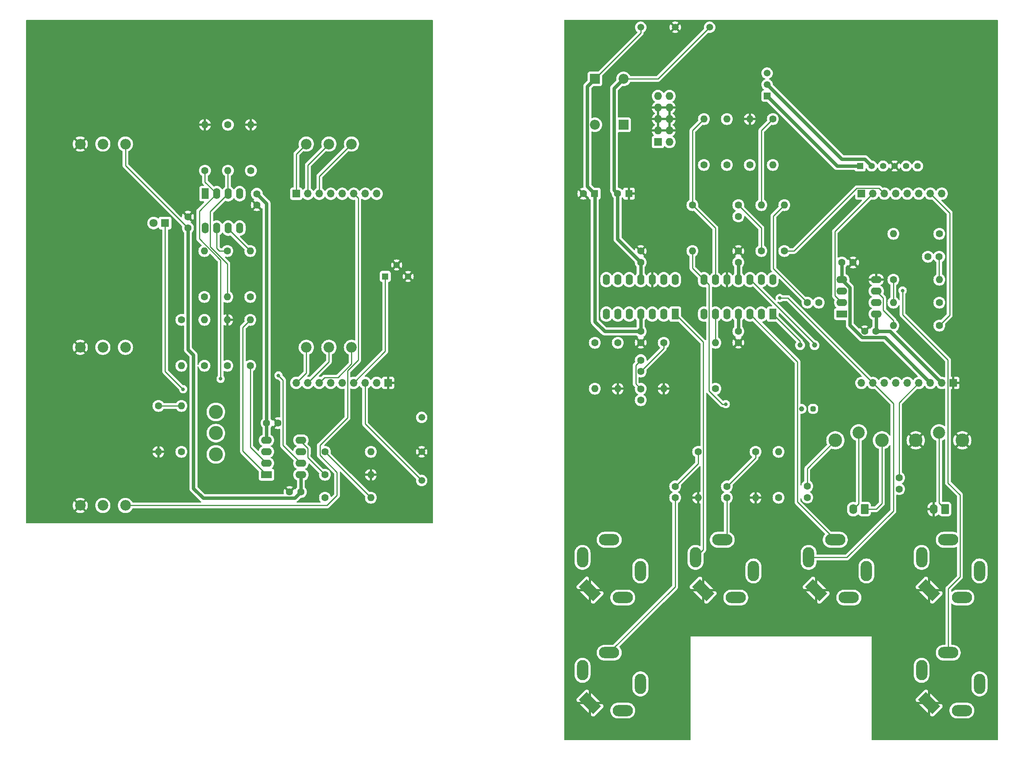
<source format=gtl>
%TF.GenerationSoftware,KiCad,Pcbnew,7.0.0-da2b9df05c~171~ubuntu22.04.1*%
%TF.CreationDate,2023-03-08T20:31:39-05:00*%
%TF.ProjectId,springReverbRev2,73707269-6e67-4526-9576-657262526576,rev?*%
%TF.SameCoordinates,Original*%
%TF.FileFunction,Copper,L1,Top*%
%TF.FilePolarity,Positive*%
%FSLAX46Y46*%
G04 Gerber Fmt 4.6, Leading zero omitted, Abs format (unit mm)*
G04 Created by KiCad (PCBNEW 7.0.0-da2b9df05c~171~ubuntu22.04.1) date 2023-03-08 20:31:39*
%MOMM*%
%LPD*%
G01*
G04 APERTURE LIST*
G04 Aperture macros list*
%AMRoundRect*
0 Rectangle with rounded corners*
0 $1 Rounding radius*
0 $2 $3 $4 $5 $6 $7 $8 $9 X,Y pos of 4 corners*
0 Add a 4 corners polygon primitive as box body*
4,1,4,$2,$3,$4,$5,$6,$7,$8,$9,$2,$3,0*
0 Add four circle primitives for the rounded corners*
1,1,$1+$1,$2,$3*
1,1,$1+$1,$4,$5*
1,1,$1+$1,$6,$7*
1,1,$1+$1,$8,$9*
0 Add four rect primitives between the rounded corners*
20,1,$1+$1,$2,$3,$4,$5,0*
20,1,$1+$1,$4,$5,$6,$7,0*
20,1,$1+$1,$6,$7,$8,$9,0*
20,1,$1+$1,$8,$9,$2,$3,0*%
%AMRotRect*
0 Rectangle, with rotation*
0 The origin of the aperture is its center*
0 $1 length*
0 $2 width*
0 $3 Rotation angle, in degrees counterclockwise*
0 Add horizontal line*
21,1,$1,$2,0,0,$3*%
G04 Aperture macros list end*
%TA.AperFunction,ComponentPad*%
%ADD10O,2.500000X4.500001*%
%TD*%
%TA.AperFunction,ComponentPad*%
%ADD11O,4.500001X2.500001*%
%TD*%
%TA.AperFunction,ComponentPad*%
%ADD12RotRect,4.500001X2.500001X315.000000*%
%TD*%
%TA.AperFunction,ComponentPad*%
%ADD13O,4.500000X2.500000*%
%TD*%
%TA.AperFunction,ComponentPad*%
%ADD14O,2.500000X4.500000*%
%TD*%
%TA.AperFunction,ComponentPad*%
%ADD15C,2.340000*%
%TD*%
%TA.AperFunction,ComponentPad*%
%ADD16R,1.800000X1.800000*%
%TD*%
%TA.AperFunction,ComponentPad*%
%ADD17C,1.800000*%
%TD*%
%TA.AperFunction,ComponentPad*%
%ADD18R,1.400000X1.400000*%
%TD*%
%TA.AperFunction,ComponentPad*%
%ADD19C,1.400000*%
%TD*%
%TA.AperFunction,ComponentPad*%
%ADD20R,1.700000X1.700000*%
%TD*%
%TA.AperFunction,ComponentPad*%
%ADD21O,1.700000X1.700000*%
%TD*%
%TA.AperFunction,ComponentPad*%
%ADD22C,1.500000*%
%TD*%
%TA.AperFunction,ComponentPad*%
%ADD23C,3.100000*%
%TD*%
%TA.AperFunction,ComponentPad*%
%ADD24C,1.600000*%
%TD*%
%TA.AperFunction,ComponentPad*%
%ADD25O,1.600000X1.600000*%
%TD*%
%TA.AperFunction,ComponentPad*%
%ADD26R,1.600000X2.400000*%
%TD*%
%TA.AperFunction,ComponentPad*%
%ADD27O,1.600000X2.400000*%
%TD*%
%TA.AperFunction,ComponentPad*%
%ADD28R,2.400000X1.600000*%
%TD*%
%TA.AperFunction,ComponentPad*%
%ADD29O,2.400000X1.600000*%
%TD*%
%TA.AperFunction,ComponentPad*%
%ADD30R,1.727200X1.727200*%
%TD*%
%TA.AperFunction,ComponentPad*%
%ADD31O,1.727200X1.727200*%
%TD*%
%TA.AperFunction,ComponentPad*%
%ADD32R,1.600000X1.600000*%
%TD*%
%TA.AperFunction,ComponentPad*%
%ADD33R,1.422400X1.422400*%
%TD*%
%TA.AperFunction,ComponentPad*%
%ADD34C,1.422400*%
%TD*%
%TA.AperFunction,ComponentPad*%
%ADD35C,3.000000*%
%TD*%
%TA.AperFunction,ComponentPad*%
%ADD36C,2.700000*%
%TD*%
%TA.AperFunction,ComponentPad*%
%ADD37RoundRect,0.250000X0.620000X0.850000X-0.620000X0.850000X-0.620000X-0.850000X0.620000X-0.850000X0*%
%TD*%
%TA.AperFunction,ComponentPad*%
%ADD38O,1.740000X2.200000*%
%TD*%
%TA.AperFunction,ComponentPad*%
%ADD39R,1.500000X1.500000*%
%TD*%
%TA.AperFunction,ComponentPad*%
%ADD40RoundRect,0.287500X0.287500X-0.287500X0.287500X0.287500X-0.287500X0.287500X-0.287500X-0.287500X0*%
%TD*%
%TA.AperFunction,ComponentPad*%
%ADD41C,1.150000*%
%TD*%
%TA.AperFunction,ComponentPad*%
%ADD42R,2.200000X2.200000*%
%TD*%
%TA.AperFunction,ComponentPad*%
%ADD43O,2.200000X2.200000*%
%TD*%
%TA.AperFunction,ViaPad*%
%ADD44C,0.800000*%
%TD*%
%TA.AperFunction,Conductor*%
%ADD45C,0.250000*%
%TD*%
%TA.AperFunction,Conductor*%
%ADD46C,0.750000*%
%TD*%
G04 APERTURE END LIST*
D10*
%TO.P,J902,R*%
%TO.N,N/C*%
X193899999Y-150499999D03*
D11*
%TO.P,J902,RN*%
X189999999Y-156399999D03*
D12*
%TO.P,J902,S*%
%TO.N,GND_B*%
X182759999Y-154739999D03*
D13*
%TO.P,J902,T*%
%TO.N,/Back board/CV_IN*%
X186999999Y-143599999D03*
D14*
%TO.P,J902,TN*%
%TO.N,N/C*%
X181099999Y-147499999D03*
%TD*%
D10*
%TO.P,J905,R*%
%TO.N,N/C*%
X218899999Y-150499999D03*
D11*
%TO.P,J905,RN*%
X214999999Y-156399999D03*
D12*
%TO.P,J905,S*%
%TO.N,GND_B*%
X207759999Y-154739999D03*
D13*
%TO.P,J905,T*%
%TO.N,/Back board/IN_2*%
X211999999Y-143599999D03*
D14*
%TO.P,J905,TN*%
%TO.N,/Back board/WET*%
X206099999Y-147499999D03*
%TD*%
D15*
%TO.P,RV901,1,1*%
%TO.N,GND*%
X70000000Y-56000000D03*
%TO.P,RV901,2,2*%
%TO.N,/Front board/MIX*%
X75000000Y-56000000D03*
%TO.P,RV901,3,3*%
%TO.N,+12V*%
X80000000Y-56000000D03*
%TD*%
D16*
%TO.P,LED1,1,K*%
%TO.N,/Front board/VAC_AN_F*%
X88774999Y-73499999D03*
D17*
%TO.P,LED1,2,A*%
%TO.N,Net-(LED1-A)*%
X86235000Y-73500000D03*
%TD*%
D18*
%TO.P,VR1,1,1*%
%TO.N,/Front board/TRIM_F*%
X137459999Y-85309999D03*
D19*
%TO.P,VR1,2,2*%
%TO.N,GND*%
X140000000Y-82770000D03*
%TO.P,VR1,3,3*%
X142540000Y-85310000D03*
%TD*%
D15*
%TO.P,RV905,1,1*%
%TO.N,/Front board/MIXPOT_WET_F*%
X120000000Y-101000000D03*
%TO.P,RV905,2,2*%
%TO.N,/Front board/MIXPOT_MIX_F*%
X125000000Y-101000000D03*
%TO.P,RV905,3,3*%
%TO.N,/Front board/MIXPOT_DRY_F*%
X130000000Y-101000000D03*
%TD*%
D10*
%TO.P,J901,R*%
%TO.N,N/C*%
X243899999Y-150499999D03*
D11*
%TO.P,J901,RN*%
X239999999Y-156399999D03*
D12*
%TO.P,J901,S*%
%TO.N,GND_B*%
X232759999Y-154739999D03*
D13*
%TO.P,J901,T*%
%TO.N,/Back board/XFADE*%
X236999999Y-143599999D03*
D14*
%TO.P,J901,TN*%
%TO.N,/Back board/REVERB_RETURN*%
X231099999Y-147499999D03*
%TD*%
D10*
%TO.P,J904,R*%
%TO.N,N/C*%
X193899999Y-175499999D03*
D11*
%TO.P,J904,RN*%
X189999999Y-181399999D03*
D12*
%TO.P,J904,S*%
%TO.N,GND_B*%
X182759999Y-179739999D03*
D13*
%TO.P,J904,T*%
%TO.N,/Back board/IN_1*%
X186999999Y-168599999D03*
D14*
%TO.P,J904,TN*%
%TO.N,N/C*%
X181099999Y-172499999D03*
%TD*%
D15*
%TO.P,RV903,1,1*%
%TO.N,GND*%
X70000000Y-136000000D03*
%TO.P,RV903,2,2*%
%TO.N,/Front board/FB_LEVEL*%
X75000000Y-136000000D03*
%TO.P,RV903,3,3*%
%TO.N,/Front board/AUDIO_IN_2*%
X80000000Y-136000000D03*
%TD*%
D10*
%TO.P,J903,R*%
%TO.N,N/C*%
X268899999Y-175499999D03*
D11*
%TO.P,J903,RN*%
X264999999Y-181399999D03*
D12*
%TO.P,J903,S*%
%TO.N,GND_B*%
X257759999Y-179739999D03*
D13*
%TO.P,J903,T*%
%TO.N,/Back board/MIX*%
X261999999Y-168599999D03*
D14*
%TO.P,J903,TN*%
%TO.N,N/C*%
X256099999Y-172499999D03*
%TD*%
D20*
%TO.P,J908,1,Pin_1*%
%TO.N,/Back board/EQ_POT_1_B*%
X242779999Y-66979999D03*
D21*
%TO.P,J908,2,Pin_2*%
%TO.N,/Back board/EQ_POT_2_B*%
X245319999Y-66979999D03*
%TO.P,J908,3,Pin_3*%
%TO.N,/Back board/EQ_POT_3_B*%
X247859999Y-66979999D03*
%TO.P,J908,4,Pin_4*%
%TO.N,/Back board/CV_IN*%
X250399999Y-66979999D03*
%TO.P,J908,5,Pin_5*%
%TO.N,/Back board/AUDIO_IN_1*%
X252939999Y-66979999D03*
%TO.P,J908,6,Pin_6*%
%TO.N,/Back board/AUDIO_IN_2*%
X255479999Y-66979999D03*
%TO.P,J908,7,Pin_7*%
%TO.N,/Back board/DRY_B*%
X258019999Y-66979999D03*
%TO.P,J908,8,Pin_8*%
%TO.N,unconnected-(J908-Pin_8-Pad8)*%
X260559999Y-66979999D03*
%TD*%
D10*
%TO.P,J906,R*%
%TO.N,N/C*%
X268899999Y-150499999D03*
D11*
%TO.P,J906,RN*%
X264999999Y-156399999D03*
D12*
%TO.P,J906,S*%
%TO.N,GND_B*%
X257759999Y-154739999D03*
D13*
%TO.P,J906,T*%
%TO.N,/Back board/WET*%
X261999999Y-143599999D03*
D14*
%TO.P,J906,TN*%
%TO.N,N/C*%
X256099999Y-147499999D03*
%TD*%
D15*
%TO.P,RV904,1,1*%
%TO.N,/Front board/EQ_POT_1_F*%
X120000000Y-56000000D03*
%TO.P,RV904,2,2*%
%TO.N,/Front board/EQ_POT_2_F*%
X125000000Y-56000000D03*
%TO.P,RV904,3,3*%
%TO.N,/Front board/EQ_POT_3_F*%
X130000000Y-56000000D03*
%TD*%
D22*
%TO.P,TP905,1,1*%
%TO.N,GND*%
X145520000Y-124130000D03*
%TD*%
%TO.P,TP904,1,1*%
%TO.N,+12V*%
X145520000Y-116510000D03*
%TD*%
D23*
%TO.P,SW901,1,1*%
%TO.N,/Front board/FB_LEVEL*%
X100000000Y-124700000D03*
%TO.P,SW901,2,2*%
%TO.N,Net-(U1B-+)*%
X100000000Y-120000000D03*
%TO.P,SW901,3,3*%
%TO.N,/Front board/FB_ON*%
X100000000Y-115300000D03*
%TD*%
D20*
%TO.P,J910,1,Pin_1*%
%TO.N,GND_B*%
X263099999Y-108889999D03*
D21*
%TO.P,J910,2,Pin_2*%
%TO.N,+12V_B*%
X260559999Y-108889999D03*
%TO.P,J910,3,Pin_3*%
%TO.N,-12V_B*%
X258019999Y-108889999D03*
%TO.P,J910,4,Pin_4*%
%TO.N,/Back board/TRIM_B*%
X255479999Y-108889999D03*
%TO.P,J910,5,Pin_5*%
%TO.N,/Back board/VAC_AN_B*%
X252939999Y-108889999D03*
%TO.P,J910,6,Pin_6*%
%TO.N,/Back board/VAC_CA_B*%
X250399999Y-108889999D03*
%TO.P,J910,7,Pin_7*%
%TO.N,/Back board/MIXPOT_DRY_B*%
X247859999Y-108889999D03*
%TO.P,J910,8,Pin_8*%
%TO.N,/Back board/REVERB_RETURN*%
X245319999Y-108889999D03*
%TO.P,J910,9,Pin_9*%
%TO.N,/Back board/MIXPOT_WET_B*%
X242779999Y-108889999D03*
%TD*%
D15*
%TO.P,RV902,1,1*%
%TO.N,GND*%
X70000000Y-101000000D03*
%TO.P,RV902,2,2*%
%TO.N,/Front board/CV_LEVEL*%
X75000000Y-101000000D03*
%TO.P,RV902,3,3*%
%TO.N,/Front board/CV_IN*%
X80000000Y-101000000D03*
%TD*%
D22*
%TO.P,TP906,1,1*%
%TO.N,-12V*%
X145520000Y-130480000D03*
%TD*%
D24*
%TO.P,R108,1*%
%TO.N,Net-(IC103C--)*%
X205410000Y-69520000D03*
D25*
%TO.P,R108,2*%
%TO.N,/Back board/MIXPOT_DRY_B*%
X205409999Y-79679999D03*
%TD*%
D24*
%TO.P,C903,1*%
%TO.N,+12V*%
X118804286Y-133020000D03*
%TO.P,C903,2*%
%TO.N,GND*%
X116304286Y-133020000D03*
%TD*%
%TO.P,R2,1*%
%TO.N,Net-(U1B-+)*%
X124130000Y-129210000D03*
D25*
%TO.P,R2,2*%
%TO.N,GND*%
X134289999Y-129209999D03*
%TD*%
D24*
%TO.P,C109,1*%
%TO.N,Net-(C109-Pad1)*%
X193980000Y-106350000D03*
%TO.P,C109,2*%
%TO.N,Net-(IC102B--)*%
X193980000Y-103850000D03*
%TD*%
D22*
%TO.P,TP903,1,1*%
%TO.N,-12V_B*%
X209220000Y-30150000D03*
%TD*%
D24*
%TO.P,R902,1*%
%TO.N,/Back board/AUDIO_IN_2*%
X219380000Y-124130000D03*
D25*
%TO.P,R902,2*%
%TO.N,GND_B*%
X219379999Y-134289999D03*
%TD*%
D24*
%TO.P,R19,1*%
%TO.N,/Back board/EQ_POT_3_B*%
X225730000Y-79680000D03*
D25*
%TO.P,R19,2*%
%TO.N,/Back board/REVERB_SEND*%
X225729999Y-69519999D03*
%TD*%
D24*
%TO.P,C107,1*%
%TO.N,GND_B*%
X215565000Y-79690000D03*
%TO.P,C107,2*%
%TO.N,-12V_B*%
X215565000Y-82190000D03*
%TD*%
%TO.P,C1,1*%
%TO.N,/Back board/AUDIO_IN_1*%
X201600000Y-131790000D03*
%TO.P,C1,2*%
%TO.N,/Back board/IN_1*%
X201600000Y-134290000D03*
%TD*%
%TO.P,C105,1*%
%TO.N,GND_B*%
X240930000Y-82220000D03*
%TO.P,C105,2*%
%TO.N,-12V_B*%
X238430000Y-82220000D03*
%TD*%
%TO.P,C901,1*%
%TO.N,GND_B*%
X193975000Y-79690000D03*
%TO.P,C901,2*%
%TO.N,-12V_B*%
X193975000Y-82190000D03*
%TD*%
%TO.P,R23,1*%
%TO.N,Net-(U2A-+)*%
X107745000Y-61900000D03*
D25*
%TO.P,R23,2*%
%TO.N,GND*%
X107744999Y-51739999D03*
%TD*%
D24*
%TO.P,C3,1*%
%TO.N,Net-(C3-Pad1)*%
X259980000Y-80950000D03*
%TO.P,C3,2*%
%TO.N,/Back board/EQ_POT_3_B*%
X257480000Y-80950000D03*
%TD*%
%TO.P,R18,1*%
%TO.N,Net-(C4-Pad2)*%
X220650000Y-79680000D03*
D25*
%TO.P,R18,2*%
%TO.N,/Back board/REVERB_SEND*%
X220649999Y-69519999D03*
%TD*%
D24*
%TO.P,C106,1*%
%TO.N,+12V_B*%
X193975000Y-97470000D03*
%TO.P,C106,2*%
%TO.N,GND_B*%
X193975000Y-99970000D03*
%TD*%
%TO.P,R110,1*%
%TO.N,Net-(IC103D-+)*%
X210490000Y-110160000D03*
D25*
%TO.P,R110,2*%
%TO.N,Net-(IC103B--)*%
X210489999Y-99999999D03*
%TD*%
D24*
%TO.P,R24,1*%
%TO.N,/Front board/VAC_CA_F*%
X97585000Y-61900000D03*
D25*
%TO.P,R24,2*%
%TO.N,GND*%
X97584999Y-51739999D03*
%TD*%
D24*
%TO.P,R103,1*%
%TO.N,Net-(C108-Pad2)*%
X224460000Y-134290000D03*
D25*
%TO.P,R103,2*%
%TO.N,/Back board/TO_TANK*%
X224459999Y-124129999D03*
%TD*%
D26*
%TO.P,IC103,1*%
%TO.N,Net-(IC103A--)*%
X223189999Y-93649999D03*
D27*
%TO.P,IC103,2,-*%
X220649999Y-93649999D03*
%TO.P,IC103,3,+*%
%TO.N,/Back board/XFADE*%
X218109999Y-93649999D03*
%TO.P,IC103,4,V+*%
%TO.N,+12V_B*%
X215569999Y-93649999D03*
%TO.P,IC103,5,+*%
%TO.N,/Back board/DRY_B*%
X213029999Y-93649999D03*
%TO.P,IC103,6,-*%
%TO.N,Net-(IC103B--)*%
X210489999Y-93649999D03*
%TO.P,IC103,7*%
X207949999Y-93649999D03*
%TO.P,IC103,8*%
%TO.N,/Back board/MIXPOT_DRY_B*%
X207949999Y-86029999D03*
%TO.P,IC103,9,-*%
%TO.N,Net-(IC103C--)*%
X210489999Y-86029999D03*
%TO.P,IC103,10,+*%
%TO.N,GND_B*%
X213029999Y-86029999D03*
%TO.P,IC103,11,V-*%
%TO.N,-12V_B*%
X215569999Y-86029999D03*
%TO.P,IC103,12,+*%
%TO.N,Net-(IC103D-+)*%
X218109999Y-86029999D03*
%TO.P,IC103,13,-*%
%TO.N,/Back board/MIX*%
X220649999Y-86029999D03*
%TO.P,IC103,14*%
X223189999Y-86029999D03*
%TD*%
D24*
%TO.P,R26,1*%
%TO.N,/Front board/FB_LEVEL*%
X92380000Y-124130000D03*
D25*
%TO.P,R26,2*%
%TO.N,/Front board/FB_ON*%
X92379999Y-113969999D03*
%TD*%
D28*
%TO.P,U7,1*%
%TO.N,/Back board/REVERB_SEND*%
X238439999Y-93639999D03*
D29*
%TO.P,U7,2,-*%
%TO.N,/Back board/EQ_POT_2_B*%
X238439999Y-91099999D03*
%TO.P,U7,3,+*%
%TO.N,GND_B*%
X238439999Y-88559999D03*
%TO.P,U7,4,V-*%
%TO.N,-12V_B*%
X238439999Y-86019999D03*
%TO.P,U7,5,+*%
%TO.N,GND_B*%
X246059999Y-86019999D03*
%TO.P,U7,6,-*%
%TO.N,Net-(U7B--)*%
X246059999Y-88559999D03*
%TO.P,U7,7*%
%TO.N,Net-(R10-Pad1)*%
X246059999Y-91099999D03*
%TO.P,U7,8,V+*%
%TO.N,+12V_B*%
X246059999Y-93639999D03*
%TD*%
D24*
%TO.P,R109,1*%
%TO.N,Net-(IC102B--)*%
X183820000Y-100000000D03*
D25*
%TO.P,R109,2*%
%TO.N,/Back board/MIXPOT_WET_B*%
X183819999Y-110159999D03*
%TD*%
D30*
%TO.P,SV101,1,-12V*%
%TO.N,/-12V_INLET*%
X197789999Y-55549999D03*
D31*
%TO.P,SV101,2,-12V*%
X200329999Y-55549999D03*
%TO.P,SV101,3,GND*%
%TO.N,GND_B*%
X197789999Y-53009999D03*
%TO.P,SV101,4,GND*%
X200329999Y-53009999D03*
%TO.P,SV101,5,GND*%
X197789999Y-50469999D03*
%TO.P,SV101,6,GND*%
X200329999Y-50469999D03*
%TO.P,SV101,7,GND*%
X197789999Y-47929999D03*
%TO.P,SV101,8,GND*%
X200329999Y-47929999D03*
%TO.P,SV101,9,+12V*%
%TO.N,/+12V_INLET*%
X197789999Y-45389999D03*
%TO.P,SV101,10,+12V*%
X200329999Y-45389999D03*
%TD*%
D32*
%TO.P,C103,1*%
%TO.N,GND_B*%
X191359999Y-66979999D03*
D24*
%TO.P,C103,2*%
%TO.N,-12V_B*%
X188860000Y-66980000D03*
%TD*%
%TO.P,R106,1*%
%TO.N,/Back board/FROM_TANK*%
X188900000Y-100000000D03*
D25*
%TO.P,R106,2*%
%TO.N,GND_B*%
X188899999Y-110159999D03*
%TD*%
D24*
%TO.P,R101,1*%
%TO.N,/Back board/REVERB_SEND*%
X223190000Y-50470000D03*
D25*
%TO.P,R101,2*%
%TO.N,Net-(Z$102-INPUT)*%
X223189999Y-60629999D03*
%TD*%
D24*
%TO.P,R16,1*%
%TO.N,/Front board/CV_IN*%
X107620000Y-89840000D03*
D25*
%TO.P,R16,2*%
%TO.N,Net-(U2B--)*%
X107619999Y-79679999D03*
%TD*%
D33*
%TO.P,Z$102,1,+5VDC*%
%TO.N,+5V*%
X242509999Y-60869999D03*
D34*
%TO.P,Z$102,2,PWR-GND*%
%TO.N,/Back board/PWR_GND*%
X245050000Y-60870000D03*
%TO.P,Z$102,3,INPUT*%
%TO.N,Net-(Z$102-INPUT)*%
X247590000Y-60870000D03*
%TO.P,Z$102,4,SIG-GND*%
%TO.N,GND_B*%
X250130000Y-60870000D03*
%TO.P,Z$102,5,OUT2*%
%TO.N,Net-(Z$102-OUT2)*%
X252670000Y-60870000D03*
%TO.P,Z$102,6,OUT1*%
%TO.N,Net-(Z$102-OUT1)*%
X255210000Y-60870000D03*
%TD*%
D24*
%TO.P,R105,1*%
%TO.N,Net-(Z$102-OUT2)*%
X213030000Y-60630000D03*
D25*
%TO.P,R105,2*%
%TO.N,Net-(IC103C--)*%
X213029999Y-50469999D03*
%TD*%
D24*
%TO.P,R22,1*%
%TO.N,Net-(R20-Pad2)*%
X102540000Y-79680000D03*
D25*
%TO.P,R22,2*%
%TO.N,Net-(U2A-+)*%
X102539999Y-89839999D03*
%TD*%
D24*
%TO.P,R11,1*%
%TO.N,Net-(R10-Pad1)*%
X260020000Y-75870000D03*
D25*
%TO.P,R11,2*%
%TO.N,/Back board/EQ_POT_1_B*%
X249859999Y-75869999D03*
%TD*%
D24*
%TO.P,R102,1*%
%TO.N,Net-(Z$102-INPUT)*%
X218110000Y-60630000D03*
D25*
%TO.P,R102,2*%
%TO.N,GND_B*%
X218109999Y-50469999D03*
%TD*%
D22*
%TO.P,TP902,1,1*%
%TO.N,GND_B*%
X201600000Y-30150000D03*
%TD*%
D20*
%TO.P,J909,1,Pin_1*%
%TO.N,GND*%
X138089999Y-108864999D03*
D21*
%TO.P,J909,2,Pin_2*%
%TO.N,+12V*%
X135549999Y-108864999D03*
%TO.P,J909,3,Pin_3*%
%TO.N,-12V*%
X133009999Y-108864999D03*
%TO.P,J909,4,Pin_4*%
%TO.N,/Front board/TRIM_F*%
X130469999Y-108864999D03*
%TO.P,J909,5,Pin_5*%
%TO.N,/Front board/VAC_AN_F*%
X127929999Y-108864999D03*
%TO.P,J909,6,Pin_6*%
%TO.N,/Front board/VAC_CA_F*%
X125389999Y-108864999D03*
%TO.P,J909,7,Pin_7*%
%TO.N,/Front board/MIXPOT_DRY_F*%
X122849999Y-108864999D03*
%TO.P,J909,8,Pin_8*%
%TO.N,/Front board/MIXPOT_MIX_F*%
X120309999Y-108864999D03*
%TO.P,J909,9,Pin_9*%
%TO.N,/Front board/MIXPOT_WET_F*%
X117769999Y-108864999D03*
%TD*%
D24*
%TO.P,C108,1*%
%TO.N,/Back board/TO_TANK_S_B*%
X230810000Y-131750000D03*
%TO.P,C108,2*%
%TO.N,Net-(C108-Pad2)*%
X230810000Y-134250000D03*
%TD*%
%TO.P,C6,1*%
%TO.N,+12V*%
X93825000Y-74600000D03*
%TO.P,C6,2*%
%TO.N,GND*%
X93825000Y-72100000D03*
%TD*%
%TO.P,C4,1*%
%TO.N,/Back board/EQ_POT_1_B*%
X215570000Y-72020000D03*
%TO.P,C4,2*%
%TO.N,Net-(C4-Pad2)*%
X215570000Y-69520000D03*
%TD*%
%TO.P,C5,1*%
%TO.N,/Back board/EQ_POT_2_B*%
X233350000Y-91110000D03*
%TO.P,C5,2*%
%TO.N,/Back board/REVERB_SEND*%
X230850000Y-91110000D03*
%TD*%
D35*
%TO.P,X102,S*%
%TO.N,GND_B*%
X265100000Y-121590000D03*
X254800000Y-121590000D03*
D36*
%TO.P,X102,T*%
%TO.N,/Back board/FROM_TANK*%
X259950000Y-119890000D03*
%TD*%
D24*
%TO.P,R9,1*%
%TO.N,Net-(R7-Pad2)*%
X97470000Y-105070000D03*
D25*
%TO.P,R9,2*%
%TO.N,Net-(U1A-+)*%
X97469999Y-94909999D03*
%TD*%
D37*
%TO.P,J912,1,Pin_1*%
%TO.N,/Back board/FROM_TANK*%
X261290000Y-136830000D03*
D38*
%TO.P,J912,2,Pin_2*%
%TO.N,GND_B*%
X258749999Y-136829999D03*
%TD*%
D24*
%TO.P,R8,1*%
%TO.N,/Front board/AUDIO_IN_1*%
X92380000Y-94920000D03*
D25*
%TO.P,R8,2*%
%TO.N,Net-(U1A-+)*%
X92379999Y-105079999D03*
%TD*%
D26*
%TO.P,U2,1*%
%TO.N,Net-(LED1-A)*%
X97644999Y-66989999D03*
D27*
%TO.P,U2,2,-*%
%TO.N,/Front board/VAC_CA_F*%
X100184999Y-66989999D03*
%TO.P,U2,3,+*%
%TO.N,Net-(U2A-+)*%
X102724999Y-66989999D03*
%TO.P,U2,4,V-*%
%TO.N,-12V*%
X105264999Y-66989999D03*
%TO.P,U2,5,+*%
%TO.N,/Front board/CV_LEVEL*%
X105264999Y-74609999D03*
%TO.P,U2,6,-*%
%TO.N,Net-(U2B--)*%
X102724999Y-74609999D03*
%TO.P,U2,7*%
%TO.N,Net-(R20-Pad2)*%
X100184999Y-74609999D03*
%TO.P,U2,8,V+*%
%TO.N,+12V*%
X97644999Y-74609999D03*
%TD*%
D24*
%TO.P,R12,1*%
%TO.N,Net-(U1A--)*%
X102540000Y-105080000D03*
D25*
%TO.P,R12,2*%
%TO.N,GND*%
X102539999Y-94919999D03*
%TD*%
D24*
%TO.P,C104,1*%
%TO.N,+12V_B*%
X246010000Y-97460000D03*
%TO.P,C104,2*%
%TO.N,GND_B*%
X243510000Y-97460000D03*
%TD*%
%TO.P,C7,1*%
%TO.N,GND*%
X109065000Y-69520000D03*
%TO.P,C7,2*%
%TO.N,-12V*%
X109065000Y-67020000D03*
%TD*%
%TO.P,R901,1*%
%TO.N,/Back board/AUDIO_IN_1*%
X206680000Y-124130000D03*
D25*
%TO.P,R901,2*%
%TO.N,GND_B*%
X206679999Y-134289999D03*
%TD*%
D24*
%TO.P,C904,1*%
%TO.N,GND*%
X113724286Y-117780000D03*
%TO.P,C904,2*%
%TO.N,-12V*%
X111224286Y-117780000D03*
%TD*%
D39*
%TO.P,U901,1,VO*%
%TO.N,+5V*%
X221919999Y-45389999D03*
D22*
%TO.P,U901,2,GND*%
%TO.N,/Back board/PWR_GND*%
X221920000Y-42850000D03*
%TO.P,U901,3,VI*%
%TO.N,+12V_B*%
X221920000Y-40310000D03*
%TD*%
D24*
%TO.P,C101,1*%
%TO.N,/Back board/TO_TANK*%
X251130000Y-132385000D03*
%TO.P,C101,2*%
%TO.N,/Back board/TRIM_B*%
X251130000Y-129885000D03*
%TD*%
%TO.P,R20,1*%
%TO.N,Net-(U2B--)*%
X97460000Y-89840000D03*
D25*
%TO.P,R20,2*%
%TO.N,Net-(R20-Pad2)*%
X97459999Y-79679999D03*
%TD*%
D24*
%TO.P,R10,1*%
%TO.N,Net-(R10-Pad1)*%
X249860000Y-86030000D03*
D25*
%TO.P,R10,2*%
%TO.N,Net-(C3-Pad1)*%
X260019999Y-86029999D03*
%TD*%
D24*
%TO.P,R107,1*%
%TO.N,Net-(C109-Pad1)*%
X199060000Y-100000000D03*
D25*
%TO.P,R107,2*%
%TO.N,GND_B*%
X199059999Y-110159999D03*
%TD*%
D40*
%TO.P,V101,1,-*%
%TO.N,/Back board/VAC_CA_B*%
X232080000Y-114620000D03*
D41*
%TO.P,V101,2,+*%
%TO.N,/Back board/VAC_AN_B*%
X229540000Y-114620000D03*
%TO.P,V101,3*%
%TO.N,Net-(IC103D-+)*%
X232410000Y-100533000D03*
%TO.P,V101,4*%
%TO.N,Net-(IC103A--)*%
X229210000Y-100520000D03*
%TD*%
D26*
%TO.P,IC102,1*%
%TO.N,/Back board/WET*%
X201599999Y-93649999D03*
D27*
%TO.P,IC102,2,-*%
X199059999Y-93649999D03*
%TO.P,IC102,3,+*%
%TO.N,/Back board/REVERB_RETURN*%
X196519999Y-93649999D03*
%TO.P,IC102,4,V+*%
%TO.N,+12V_B*%
X193979999Y-93649999D03*
%TO.P,IC102,5,+*%
%TO.N,/Back board/FROM_TANK*%
X191439999Y-93649999D03*
%TO.P,IC102,6,-*%
%TO.N,Net-(IC102B--)*%
X188899999Y-93649999D03*
%TO.P,IC102,7*%
%TO.N,/Back board/MIXPOT_WET_B*%
X186359999Y-93649999D03*
%TO.P,IC102,8*%
%TO.N,/Back board/TO_TANK_S_B*%
X186359999Y-86029999D03*
%TO.P,IC102,9,-*%
%TO.N,/Back board/TO_TANK*%
X188899999Y-86029999D03*
%TO.P,IC102,10,+*%
%TO.N,/Back board/REVERB_SEND*%
X191439999Y-86029999D03*
%TO.P,IC102,11,V-*%
%TO.N,-12V_B*%
X193979999Y-86029999D03*
%TO.P,IC102,12,+*%
%TO.N,GND_B*%
X196519999Y-86029999D03*
%TO.P,IC102,13,-*%
%TO.N,Net-(IC102D--)*%
X199059999Y-86029999D03*
%TO.P,IC102,14*%
X201599999Y-86029999D03*
%TD*%
D20*
%TO.P,J907,1,Pin_1*%
%TO.N,/Front board/EQ_POT_1_F*%
X117794999Y-67004999D03*
D21*
%TO.P,J907,2,Pin_2*%
%TO.N,/Front board/EQ_POT_2_F*%
X120334999Y-67004999D03*
%TO.P,J907,3,Pin_3*%
%TO.N,/Front board/EQ_POT_3_F*%
X122874999Y-67004999D03*
%TO.P,J907,4,Pin_4*%
%TO.N,/Front board/CV_IN*%
X125414999Y-67004999D03*
%TO.P,J907,5,Pin_5*%
%TO.N,/Front board/AUDIO_IN_1*%
X127954999Y-67004999D03*
%TO.P,J907,6,Pin_6*%
%TO.N,/Front board/AUDIO_IN_2*%
X130494999Y-67004999D03*
%TO.P,J907,7,Pin_7*%
%TO.N,/Front board/DRY_F*%
X133034999Y-67004999D03*
%TO.P,J907,8,Pin_8*%
%TO.N,unconnected-(J907-Pin_8-Pad8)*%
X135574999Y-67004999D03*
%TD*%
D24*
%TO.P,R7,1*%
%TO.N,Net-(U1B--)*%
X124130000Y-124130000D03*
D25*
%TO.P,R7,2*%
%TO.N,Net-(R7-Pad2)*%
X134289999Y-124129999D03*
%TD*%
D28*
%TO.P,U1,1*%
%TO.N,/Front board/DRY_F*%
X111194285Y-129199999D03*
D29*
%TO.P,U1,2,-*%
%TO.N,Net-(U1A--)*%
X111194285Y-126659999D03*
%TO.P,U1,3,+*%
%TO.N,Net-(U1A-+)*%
X111194285Y-124119999D03*
%TO.P,U1,4,V-*%
%TO.N,-12V*%
X111194285Y-121579999D03*
%TO.P,U1,5,+*%
%TO.N,Net-(U1B-+)*%
X118814285Y-121579999D03*
%TO.P,U1,6,-*%
%TO.N,Net-(U1B--)*%
X118814285Y-124119999D03*
%TO.P,U1,7*%
%TO.N,Net-(R7-Pad2)*%
X118814285Y-126659999D03*
%TO.P,U1,8,V+*%
%TO.N,+12V*%
X118814285Y-129199999D03*
%TD*%
D24*
%TO.P,C2,1*%
%TO.N,/Back board/AUDIO_IN_2*%
X213030000Y-131790000D03*
%TO.P,C2,2*%
%TO.N,/Back board/IN_2*%
X213030000Y-134290000D03*
%TD*%
%TO.P,R6,1*%
%TO.N,Net-(U7B--)*%
X260020000Y-91110000D03*
D25*
%TO.P,R6,2*%
%TO.N,Net-(R10-Pad1)*%
X249859999Y-91109999D03*
%TD*%
D24*
%TO.P,R3,1*%
%TO.N,/Back board/DRY_B*%
X260020000Y-96190000D03*
D25*
%TO.P,R3,2*%
%TO.N,Net-(U7B--)*%
X249859999Y-96189999D03*
%TD*%
D24*
%TO.P,R1,1*%
%TO.N,/Front board/FB_LEVEL*%
X124130000Y-134290000D03*
D25*
%TO.P,R1,2*%
%TO.N,Net-(U1B--)*%
X134289999Y-134289999D03*
%TD*%
D24*
%TO.P,R104,1*%
%TO.N,Net-(Z$102-OUT1)*%
X207950000Y-60630000D03*
D25*
%TO.P,R104,2*%
%TO.N,Net-(IC103C--)*%
X207949999Y-50469999D03*
%TD*%
D32*
%TO.P,C102,1*%
%TO.N,+12V_B*%
X183779999Y-66979999D03*
D24*
%TO.P,C102,2*%
%TO.N,GND_B*%
X181280000Y-66980000D03*
%TD*%
D42*
%TO.P,D902,1,K*%
%TO.N,/-12V_INLET*%
X190164999Y-51749999D03*
D43*
%TO.P,D902,2,A*%
%TO.N,-12V_B*%
X190164999Y-41589999D03*
%TD*%
D24*
%TO.P,R13,1*%
%TO.N,Net-(U1A--)*%
X107620000Y-105080000D03*
D25*
%TO.P,R13,2*%
%TO.N,/Front board/DRY_F*%
X107619999Y-94919999D03*
%TD*%
D24*
%TO.P,R21,1*%
%TO.N,/Front board/MIX*%
X102665000Y-51740000D03*
D25*
%TO.P,R21,2*%
%TO.N,Net-(U2A-+)*%
X102664999Y-61899999D03*
%TD*%
D24*
%TO.P,C110,1*%
%TO.N,Net-(IC102B--)*%
X193980000Y-110200000D03*
%TO.P,C110,2*%
%TO.N,/Back board/MIXPOT_WET_B*%
X193980000Y-112700000D03*
%TD*%
%TO.P,C902,1*%
%TO.N,+12V_B*%
X215565000Y-97470000D03*
%TO.P,C902,2*%
%TO.N,GND_B*%
X215565000Y-99970000D03*
%TD*%
D37*
%TO.P,J911,1,Pin_1*%
%TO.N,/Back board/TO_TANK_S_B*%
X243510000Y-136830000D03*
D38*
%TO.P,J911,2,Pin_2*%
%TO.N,/Back board/TO_TANK*%
X240969999Y-136829999D03*
%TD*%
D22*
%TO.P,TP901,1,1*%
%TO.N,+12V_B*%
X193980000Y-30150000D03*
%TD*%
D42*
%TO.P,D901,1,K*%
%TO.N,+12V_B*%
X183819999Y-41579999D03*
D43*
%TO.P,D901,2,A*%
%TO.N,/+12V_INLET*%
X183819999Y-51739999D03*
%TD*%
D24*
%TO.P,R25,1*%
%TO.N,/Front board/FB_ON*%
X87300000Y-113970000D03*
D25*
%TO.P,R25,2*%
%TO.N,GND*%
X87299999Y-124129999D03*
%TD*%
D35*
%TO.P,X101,S*%
%TO.N,/Back board/TO_TANK_S_B*%
X247320000Y-121590000D03*
X237020000Y-121590000D03*
D36*
%TO.P,X101,T*%
%TO.N,/Back board/TO_TANK*%
X242170000Y-119890000D03*
%TD*%
D44*
%TO.N,/Back board/REVERB_RETURN*%
X224714000Y-90094000D03*
%TO.N,/Back board/MIX*%
X251892000Y-88443000D03*
%TO.N,/Back board/MIXPOT_DRY_B*%
X212780299Y-113584701D03*
%TO.N,/Front board/VAC_AN_F*%
X92761000Y-110287000D03*
%TO.N,/Front board/VAC_CA_F*%
X101054732Y-107963500D03*
%TO.N,Net-(R7-Pad2)*%
X113843000Y-107239000D03*
%TD*%
D45*
%TO.N,+12V*%
X80000000Y-56000000D02*
X80000000Y-60775000D01*
D46*
X118804286Y-133020000D02*
X118804286Y-129210000D01*
D45*
X80000000Y-60775000D02*
X93825000Y-74600000D01*
D46*
X95047000Y-132258000D02*
X97184000Y-134395000D01*
X97184000Y-134395000D02*
X117429286Y-134395000D01*
X93825000Y-101476000D02*
X95047000Y-102698000D01*
X95047000Y-102698000D02*
X95047000Y-132258000D01*
X117429286Y-134395000D02*
X118804286Y-133020000D01*
X93825000Y-74600000D02*
X93825000Y-101476000D01*
X118804286Y-129210000D02*
X118814286Y-129200000D01*
D45*
%TO.N,-12V*%
X133010000Y-117970000D02*
X133010000Y-108865000D01*
X145520000Y-130480000D02*
X133010000Y-117970000D01*
D46*
X111224286Y-69179286D02*
X111224286Y-117780000D01*
X111194286Y-121580000D02*
X111194286Y-117810000D01*
X111194286Y-117810000D02*
X111224286Y-117780000D01*
X109065000Y-67020000D02*
X111224286Y-69179286D01*
D45*
%TO.N,/Back board/AUDIO_IN_1*%
X206680000Y-126710000D02*
X201600000Y-131790000D01*
X206680000Y-124130000D02*
X206680000Y-126710000D01*
%TO.N,/Back board/IN_1*%
X201600000Y-134290000D02*
X201600000Y-154000000D01*
X201600000Y-154000000D02*
X187000000Y-168600000D01*
%TO.N,/Back board/AUDIO_IN_2*%
X219380000Y-125440000D02*
X213030000Y-131790000D01*
X219380000Y-124130000D02*
X219380000Y-125440000D01*
%TO.N,/Back board/IN_2*%
X213030000Y-134290000D02*
X213030000Y-142570000D01*
X213030000Y-142570000D02*
X212000000Y-143600000D01*
%TO.N,Net-(C3-Pad1)*%
X259980000Y-85990000D02*
X260020000Y-86030000D01*
X259980000Y-80950000D02*
X259980000Y-85990000D01*
%TO.N,/Back board/EQ_POT_3_B*%
X247860000Y-66980000D02*
X246685000Y-65805000D01*
X241764000Y-65805000D02*
X227889000Y-79680000D01*
X227889000Y-79680000D02*
X225730000Y-79680000D01*
X246685000Y-65805000D02*
X241764000Y-65805000D01*
%TO.N,Net-(C4-Pad2)*%
X220650000Y-74600000D02*
X220650000Y-79680000D01*
X215570000Y-69520000D02*
X220650000Y-74600000D01*
%TO.N,/Back board/EQ_POT_2_B*%
X236915000Y-89575000D02*
X238440000Y-91100000D01*
X236915000Y-75385000D02*
X236915000Y-89575000D01*
X245320000Y-66980000D02*
X236915000Y-75385000D01*
%TO.N,/Back board/REVERB_SEND*%
X220650000Y-53010000D02*
X220650000Y-69520000D01*
X223317000Y-83577000D02*
X230850000Y-91110000D01*
X225730000Y-69520000D02*
X223317000Y-71933000D01*
X223317000Y-71933000D02*
X223317000Y-83577000D01*
X223190000Y-50470000D02*
X220650000Y-53010000D01*
%TO.N,/Back board/TO_TANK*%
X242170000Y-119890000D02*
X242170000Y-135630000D01*
X242170000Y-135630000D02*
X240970000Y-136830000D01*
%TO.N,/Back board/TRIM_B*%
X251130000Y-113240000D02*
X255480000Y-108890000D01*
X251130000Y-129885000D02*
X251130000Y-113240000D01*
D46*
%TO.N,+12V_B*%
X193975000Y-97470000D02*
X193975000Y-93655000D01*
X215565000Y-97470000D02*
X215565000Y-93655000D01*
X183820000Y-95301000D02*
X185989000Y-97470000D01*
X183820000Y-41580000D02*
X182145000Y-43255000D01*
X182145000Y-65345000D02*
X183820000Y-67020000D01*
X185989000Y-97470000D02*
X193975000Y-97470000D01*
X182145000Y-43255000D02*
X182145000Y-65345000D01*
X183820000Y-67020000D02*
X183820000Y-95301000D01*
X246060000Y-97410000D02*
X246010000Y-97460000D01*
X246060000Y-93640000D02*
X246060000Y-97410000D01*
X260560000Y-108890000D02*
X249130000Y-97460000D01*
D45*
X193980000Y-31420000D02*
X183820000Y-41580000D01*
D46*
X249130000Y-97460000D02*
X246010000Y-97460000D01*
D45*
X193980000Y-30150000D02*
X193980000Y-31420000D01*
D46*
%TO.N,-12V_B*%
X190165000Y-41590000D02*
X188060001Y-43694999D01*
X215565000Y-82190000D02*
X215565000Y-86025000D01*
D45*
X197780000Y-41590000D02*
X190165000Y-41590000D01*
D46*
X240215000Y-96109544D02*
X240215000Y-87795000D01*
X188060001Y-43694999D02*
X188060001Y-66180001D01*
X258020000Y-108890000D02*
X247965000Y-98835000D01*
X238430000Y-86010000D02*
X238440000Y-86020000D01*
X247965000Y-98835000D02*
X242940456Y-98835000D01*
X193975000Y-82190000D02*
X193975000Y-86025000D01*
X188860000Y-77075000D02*
X193975000Y-82190000D01*
D45*
X209220000Y-30150000D02*
X197780000Y-41590000D01*
D46*
X240215000Y-87795000D02*
X238440000Y-86020000D01*
X188060001Y-66180001D02*
X188860000Y-66980000D01*
X238430000Y-82220000D02*
X238430000Y-86010000D01*
X188860000Y-66980000D02*
X188860000Y-77075000D01*
X242940456Y-98835000D02*
X240215000Y-96109544D01*
D45*
%TO.N,Net-(C109-Pad1)*%
X193980000Y-106350000D02*
X199060000Y-101270000D01*
X199060000Y-101270000D02*
X199060000Y-100000000D01*
%TO.N,/Back board/WET*%
X201600000Y-93650000D02*
X207805000Y-99855000D01*
X207805000Y-145795000D02*
X206100000Y-147500000D01*
X207805000Y-99855000D02*
X207805000Y-145795000D01*
%TO.N,/Back board/REVERB_RETURN*%
X249860000Y-113430000D02*
X249860000Y-137211000D01*
X226524000Y-90094000D02*
X224714000Y-90094000D01*
X245320000Y-108890000D02*
X249860000Y-113430000D01*
X239571000Y-147500000D02*
X231100000Y-147500000D01*
X249860000Y-137211000D02*
X239571000Y-147500000D01*
X245320000Y-108890000D02*
X226524000Y-90094000D01*
%TO.N,/Back board/FROM_TANK*%
X259950000Y-119890000D02*
X259950000Y-135490000D01*
X259950000Y-135490000D02*
X261290000Y-136830000D01*
%TO.N,/Back board/TO_TANK_S_B*%
X246050000Y-136830000D02*
X243510000Y-136830000D01*
X247320000Y-135560000D02*
X246050000Y-136830000D01*
X230810000Y-131750000D02*
X230810000Y-127800000D01*
X247320000Y-121590000D02*
X247320000Y-135560000D01*
X230810000Y-127800000D02*
X237020000Y-121590000D01*
%TO.N,Net-(IC102B--)*%
X192855000Y-104975000D02*
X193980000Y-103850000D01*
X192855000Y-109075000D02*
X192855000Y-104975000D01*
X193980000Y-110200000D02*
X192855000Y-109075000D01*
%TO.N,/Back board/XFADE*%
X228640000Y-135240000D02*
X228640000Y-104180000D01*
X228640000Y-104180000D02*
X218110000Y-93650000D01*
X237000000Y-143600000D02*
X228640000Y-135240000D01*
%TO.N,/Back board/DRY_B*%
X262306000Y-93904000D02*
X260020000Y-96190000D01*
X262306000Y-71266000D02*
X262306000Y-93904000D01*
X258020000Y-66980000D02*
X262306000Y-71266000D01*
%TO.N,Net-(IC103A--)*%
X229210000Y-99670000D02*
X223190000Y-93650000D01*
X229210000Y-100520000D02*
X229210000Y-99670000D01*
%TO.N,Net-(IC103B--)*%
X210490000Y-93650000D02*
X210490000Y-100000000D01*
%TO.N,/Back board/MIX*%
X261925000Y-103810000D02*
X251892000Y-93777000D01*
X262000000Y-168600000D02*
X262000000Y-154408000D01*
X264575000Y-133665940D02*
X261925000Y-131015940D01*
X264575000Y-151833000D02*
X264575000Y-133665940D01*
X262000000Y-154408000D02*
X264575000Y-151833000D01*
X251892000Y-93777000D02*
X251892000Y-88443000D01*
X261925000Y-131015940D02*
X261925000Y-103810000D01*
%TO.N,/Back board/MIXPOT_DRY_B*%
X209075000Y-87155000D02*
X209075000Y-110650000D01*
X209075000Y-110650000D02*
X212009701Y-113584701D01*
X212009701Y-113584701D02*
X212780299Y-113584701D01*
X205410000Y-83490000D02*
X207950000Y-86030000D01*
X207950000Y-86030000D02*
X209075000Y-87155000D01*
X205410000Y-79680000D02*
X205410000Y-83490000D01*
%TO.N,/Front board/AUDIO_IN_2*%
X126797000Y-128702000D02*
X126797000Y-133782000D01*
X131495000Y-68005000D02*
X131495000Y-103811690D01*
X123005000Y-122715000D02*
X123005000Y-124910000D01*
X124579000Y-136000000D02*
X80000000Y-136000000D01*
X129105000Y-116615000D02*
X123005000Y-122715000D01*
X131495000Y-103811690D02*
X129105000Y-106201690D01*
X129105000Y-106201690D02*
X129105000Y-116615000D01*
X130495000Y-67005000D02*
X131495000Y-68005000D01*
X123005000Y-124910000D02*
X126797000Y-128702000D01*
X126797000Y-133782000D02*
X124579000Y-136000000D01*
%TO.N,/Front board/DRY_F*%
X107620000Y-94920000D02*
X105969000Y-96571000D01*
X105969000Y-123974714D02*
X111194286Y-129200000D01*
X105969000Y-96571000D02*
X105969000Y-123974714D01*
%TO.N,/Front board/EQ_POT_3_F*%
X122875000Y-63125000D02*
X130000000Y-56000000D01*
X122875000Y-67005000D02*
X122875000Y-63125000D01*
%TO.N,/Front board/EQ_POT_2_F*%
X120335000Y-60665000D02*
X125000000Y-56000000D01*
X120335000Y-67005000D02*
X120335000Y-60665000D01*
%TO.N,/Front board/EQ_POT_1_F*%
X117795000Y-58205000D02*
X120000000Y-56000000D01*
X117795000Y-67005000D02*
X117795000Y-58205000D01*
%TO.N,Net-(IC103C--)*%
X210490000Y-81077000D02*
X210490000Y-86030000D01*
X207950000Y-50470000D02*
X205410000Y-53010000D01*
X210490000Y-74600000D02*
X210490000Y-81077000D01*
X205410000Y-69520000D02*
X210490000Y-74600000D01*
X205410000Y-53010000D02*
X205410000Y-69520000D01*
%TO.N,/Front board/VAC_AN_F*%
X88775000Y-106301000D02*
X92761000Y-110287000D01*
X88775000Y-73500000D02*
X88775000Y-106301000D01*
%TO.N,/Front board/VAC_CA_F*%
X100185000Y-66990000D02*
X96335000Y-70840000D01*
X97585000Y-61900000D02*
X97585000Y-64390000D01*
X96335000Y-76964009D02*
X101054732Y-81683741D01*
X97585000Y-64390000D02*
X100185000Y-66990000D01*
X101054732Y-81683741D02*
X101054732Y-107963500D01*
X96335000Y-70840000D02*
X96335000Y-76964009D01*
%TO.N,/Front board/TRIM_F*%
X137460000Y-101875000D02*
X130470000Y-108865000D01*
X137460000Y-85310000D02*
X137460000Y-101875000D01*
%TO.N,Net-(IC103D-+)*%
X232410000Y-100533000D02*
X232410000Y-100220000D01*
X232410000Y-100220000D02*
X218220000Y-86030000D01*
X218220000Y-86030000D02*
X218110000Y-86030000D01*
%TO.N,/Front board/MIXPOT_DRY_F*%
X126981000Y-107690000D02*
X124025000Y-107690000D01*
X124025000Y-107690000D02*
X122850000Y-108865000D01*
X130000000Y-101000000D02*
X130000000Y-104671000D01*
X130000000Y-104671000D02*
X126981000Y-107690000D01*
%TO.N,Net-(R10-Pad1)*%
X249860000Y-86030000D02*
X249860000Y-91110000D01*
%TO.N,Net-(R7-Pad2)*%
X114849286Y-122695000D02*
X114849286Y-108245286D01*
X114849286Y-108245286D02*
X113843000Y-107239000D01*
X118814286Y-126660000D02*
X114849286Y-122695000D01*
%TO.N,/Front board/MIXPOT_MIX_F*%
X125000000Y-104175000D02*
X120310000Y-108865000D01*
X125000000Y-101000000D02*
X125000000Y-104175000D01*
%TO.N,/Front board/MIXPOT_WET_F*%
X120000000Y-101000000D02*
X120000000Y-106635000D01*
X120000000Y-106635000D02*
X117770000Y-108865000D01*
%TO.N,Net-(R20-Pad2)*%
X100185000Y-79103000D02*
X100185000Y-74610000D01*
X102540000Y-79680000D02*
X100762000Y-79680000D01*
X100762000Y-79680000D02*
X100185000Y-79103000D01*
%TO.N,Net-(U1B--)*%
X124130000Y-124130000D02*
X134290000Y-134290000D01*
%TO.N,Net-(U1B-+)*%
X118814286Y-121862286D02*
X120339286Y-123387286D01*
X120320000Y-124605276D02*
X120320000Y-125400000D01*
X120339286Y-124585990D02*
X120320000Y-124605276D01*
X120320000Y-125400000D02*
X124130000Y-129210000D01*
X118814286Y-121580000D02*
X118814286Y-121862286D01*
X120339286Y-123387286D02*
X120339286Y-124585990D01*
%TO.N,Net-(U7B--)*%
X247585000Y-92783630D02*
X247585000Y-90085000D01*
X247585000Y-90085000D02*
X246060000Y-88560000D01*
X249860000Y-96190000D02*
X249860000Y-95058630D01*
X249860000Y-95058630D02*
X247585000Y-92783630D01*
%TO.N,Net-(U1A--)*%
X107620000Y-105080000D02*
X107620000Y-123085714D01*
X107620000Y-123085714D02*
X111194286Y-126660000D01*
%TO.N,/Front board/FB_ON*%
X87300000Y-113970000D02*
X92380000Y-113970000D01*
D46*
%TO.N,/Back board/PWR_GND*%
X238430000Y-59360000D02*
X221920000Y-42850000D01*
X243540000Y-59360000D02*
X238430000Y-59360000D01*
X245050000Y-60870000D02*
X243540000Y-59360000D01*
D45*
%TO.N,Net-(U2B--)*%
X107620000Y-79680000D02*
X102725000Y-74785000D01*
X102725000Y-74785000D02*
X102725000Y-74610000D01*
%TO.N,Net-(U2A-+)*%
X102665000Y-61900000D02*
X102665000Y-66930000D01*
X102540000Y-89840000D02*
X102540000Y-82533319D01*
X102540000Y-82533319D02*
X98770000Y-78763319D01*
X102665000Y-66930000D02*
X102725000Y-66990000D01*
X98770000Y-70945000D02*
X102725000Y-66990000D01*
X98770000Y-78763319D02*
X98770000Y-70945000D01*
D46*
%TO.N,+5V*%
X237400000Y-60870000D02*
X221920000Y-45390000D01*
X242510000Y-60870000D02*
X237400000Y-60870000D01*
%TD*%
%TA.AperFunction,Conductor*%
%TO.N,GND_B*%
G36*
X272911500Y-28542381D02*
G01*
X272957619Y-28588500D01*
X272974500Y-28651500D01*
X272974500Y-187848500D01*
X272957619Y-187911500D01*
X272911500Y-187957619D01*
X272848500Y-187974500D01*
X245151500Y-187974500D01*
X245088500Y-187957619D01*
X245042381Y-187911500D01*
X245025500Y-187848500D01*
X245025500Y-182467779D01*
X258014000Y-182467779D01*
X258016280Y-182479244D01*
X258022775Y-182488964D01*
X258139862Y-182606051D01*
X258144884Y-182610562D01*
X258183499Y-182641681D01*
X258196806Y-182649901D01*
X258314319Y-182703567D01*
X258331432Y-182708592D01*
X258458190Y-182726817D01*
X258476024Y-182726817D01*
X258602781Y-182708592D01*
X258619894Y-182703567D01*
X258737404Y-182649902D01*
X258750717Y-182641678D01*
X258789328Y-182610564D01*
X258794348Y-182606054D01*
X259868621Y-181531781D01*
X262241500Y-181531781D01*
X262242201Y-181536434D01*
X262242202Y-181536442D01*
X262280080Y-181787744D01*
X262280782Y-181792400D01*
X262358468Y-182044254D01*
X262360509Y-182048493D01*
X262360513Y-182048502D01*
X262470776Y-182277463D01*
X262472824Y-182281715D01*
X262621294Y-182499481D01*
X262624494Y-182502930D01*
X262624499Y-182502936D01*
X262753236Y-182641681D01*
X262800562Y-182692686D01*
X263006624Y-182857015D01*
X263234876Y-182988796D01*
X263239265Y-182990518D01*
X263239268Y-182990520D01*
X263322630Y-183023237D01*
X263480220Y-183085087D01*
X263737174Y-183143735D01*
X263934200Y-183158500D01*
X266063447Y-183158500D01*
X266065800Y-183158500D01*
X266262826Y-183143735D01*
X266519780Y-183085087D01*
X266765124Y-182988796D01*
X266993376Y-182857015D01*
X267199438Y-182692686D01*
X267378706Y-182499481D01*
X267527176Y-182281716D01*
X267641532Y-182044254D01*
X267719218Y-181792400D01*
X267758500Y-181531781D01*
X267758500Y-181268219D01*
X267719218Y-181007600D01*
X267641532Y-180755746D01*
X267639485Y-180751496D01*
X267529223Y-180522536D01*
X267529221Y-180522532D01*
X267527176Y-180518285D01*
X267378706Y-180300519D01*
X267375504Y-180297068D01*
X267375500Y-180297063D01*
X267241643Y-180152800D01*
X267199438Y-180107314D01*
X266993376Y-179942985D01*
X266989299Y-179940631D01*
X266989296Y-179940629D01*
X266769211Y-179813563D01*
X266769204Y-179813559D01*
X266765124Y-179811204D01*
X266760740Y-179809483D01*
X266760731Y-179809479D01*
X266524173Y-179716637D01*
X266524171Y-179716636D01*
X266519780Y-179714913D01*
X266515180Y-179713863D01*
X266267427Y-179657315D01*
X266267425Y-179657314D01*
X266262826Y-179656265D01*
X266258124Y-179655912D01*
X266258120Y-179655912D01*
X266068142Y-179641675D01*
X266068128Y-179641674D01*
X266065800Y-179641500D01*
X263934200Y-179641500D01*
X263931872Y-179641674D01*
X263931857Y-179641675D01*
X263741879Y-179655912D01*
X263741873Y-179655912D01*
X263737174Y-179656265D01*
X263732576Y-179657314D01*
X263732572Y-179657315D01*
X263484819Y-179713863D01*
X263484815Y-179713864D01*
X263480220Y-179714913D01*
X263475832Y-179716635D01*
X263475826Y-179716637D01*
X263239268Y-179809479D01*
X263239253Y-179809485D01*
X263234876Y-179811204D01*
X263230800Y-179813556D01*
X263230788Y-179813563D01*
X263010703Y-179940629D01*
X263010693Y-179940635D01*
X263006624Y-179942985D01*
X263002947Y-179945917D01*
X263002943Y-179945920D01*
X262804241Y-180104379D01*
X262804232Y-180104386D01*
X262800562Y-180107314D01*
X262797366Y-180110757D01*
X262797361Y-180110763D01*
X262624499Y-180297063D01*
X262624488Y-180297076D01*
X262621294Y-180300519D01*
X262618644Y-180304405D01*
X262618635Y-180304417D01*
X262475480Y-180514387D01*
X262475474Y-180514395D01*
X262472824Y-180518284D01*
X262470784Y-180522518D01*
X262470777Y-180522532D01*
X262360514Y-180751496D01*
X262360514Y-180751497D01*
X262358468Y-180755746D01*
X262357082Y-180760238D01*
X262357077Y-180760252D01*
X262282170Y-181003098D01*
X262282168Y-181003106D01*
X262280782Y-181007600D01*
X262280081Y-181012250D01*
X262280080Y-181012255D01*
X262242202Y-181263557D01*
X262242201Y-181263566D01*
X262241500Y-181268219D01*
X262241500Y-181531781D01*
X259868621Y-181531781D01*
X260626054Y-180774348D01*
X260630564Y-180769328D01*
X260661678Y-180730717D01*
X260669902Y-180717404D01*
X260723567Y-180599894D01*
X260728592Y-180582781D01*
X260746817Y-180456024D01*
X260746817Y-180438190D01*
X260728592Y-180311432D01*
X260723567Y-180294319D01*
X260669901Y-180176806D01*
X260661681Y-180163499D01*
X260630562Y-180124884D01*
X260626051Y-180119862D01*
X260508964Y-180002775D01*
X260499244Y-179996280D01*
X260487779Y-179994000D01*
X258030590Y-179994000D01*
X258017506Y-179997506D01*
X258014000Y-180010590D01*
X258014000Y-182467779D01*
X245025500Y-182467779D01*
X245025500Y-179996266D01*
X255533283Y-179996266D01*
X255538357Y-180004546D01*
X257495453Y-181961642D01*
X257503733Y-181966716D01*
X257506000Y-181957275D01*
X257506000Y-180010590D01*
X257502493Y-179997506D01*
X257489410Y-179994000D01*
X255542725Y-179994000D01*
X255533283Y-179996266D01*
X245025500Y-179996266D01*
X245025500Y-179041810D01*
X254773183Y-179041810D01*
X254791407Y-179168567D01*
X254796432Y-179185680D01*
X254850098Y-179303193D01*
X254858318Y-179316500D01*
X254889437Y-179355115D01*
X254893948Y-179360137D01*
X255011035Y-179477224D01*
X255020755Y-179483719D01*
X255032221Y-179486000D01*
X257489410Y-179486000D01*
X257502493Y-179482493D01*
X257506000Y-179469410D01*
X258014000Y-179469410D01*
X258017506Y-179482493D01*
X258030590Y-179486000D01*
X259977275Y-179486000D01*
X259986716Y-179483733D01*
X259981642Y-179475453D01*
X258024546Y-177518357D01*
X258016266Y-177513283D01*
X258014000Y-177522725D01*
X258014000Y-179469410D01*
X257506000Y-179469410D01*
X257506000Y-177012221D01*
X257503719Y-177000755D01*
X257497224Y-176991035D01*
X257380137Y-176873948D01*
X257375115Y-176869437D01*
X257336500Y-176838318D01*
X257323193Y-176830098D01*
X257205680Y-176776432D01*
X257188567Y-176771407D01*
X257061810Y-176753183D01*
X257043976Y-176753183D01*
X256917218Y-176771407D01*
X256900105Y-176776432D01*
X256782595Y-176830097D01*
X256769282Y-176838321D01*
X256730671Y-176869435D01*
X256725651Y-176873945D01*
X254893945Y-178705651D01*
X254889435Y-178710671D01*
X254858321Y-178749282D01*
X254850097Y-178762595D01*
X254796432Y-178880105D01*
X254791407Y-178897218D01*
X254773183Y-179023976D01*
X254773183Y-179041810D01*
X245025500Y-179041810D01*
X245025500Y-176565800D01*
X267141500Y-176565800D01*
X267141674Y-176568128D01*
X267141675Y-176568142D01*
X267155542Y-176753183D01*
X267156265Y-176762826D01*
X267157314Y-176767425D01*
X267157315Y-176767427D01*
X267173496Y-176838321D01*
X267214913Y-177019780D01*
X267216636Y-177024171D01*
X267216637Y-177024173D01*
X267309479Y-177260731D01*
X267309483Y-177260740D01*
X267311204Y-177265124D01*
X267313559Y-177269204D01*
X267313563Y-177269211D01*
X267440629Y-177489296D01*
X267442985Y-177493376D01*
X267607314Y-177699438D01*
X267610763Y-177702638D01*
X267797063Y-177875500D01*
X267797068Y-177875504D01*
X267800519Y-177878706D01*
X267804413Y-177881361D01*
X267804417Y-177881364D01*
X267984150Y-178003904D01*
X268018284Y-178027176D01*
X268022529Y-178029220D01*
X268022532Y-178029222D01*
X268129576Y-178080771D01*
X268255746Y-178141532D01*
X268507600Y-178219218D01*
X268768219Y-178258500D01*
X269027065Y-178258500D01*
X269031781Y-178258500D01*
X269292400Y-178219218D01*
X269544254Y-178141532D01*
X269781715Y-178027176D01*
X269999481Y-177878706D01*
X270192686Y-177699438D01*
X270357015Y-177493376D01*
X270488796Y-177265124D01*
X270585087Y-177019780D01*
X270643735Y-176762826D01*
X270658500Y-176565800D01*
X270658500Y-174434200D01*
X270643735Y-174237174D01*
X270585087Y-173980220D01*
X270523237Y-173822630D01*
X270490520Y-173739268D01*
X270490518Y-173739265D01*
X270488796Y-173734876D01*
X270357015Y-173506624D01*
X270192686Y-173300562D01*
X270162094Y-173272176D01*
X270002936Y-173124499D01*
X270002930Y-173124494D01*
X269999481Y-173121294D01*
X269995588Y-173118639D01*
X269995582Y-173118635D01*
X269785612Y-172975480D01*
X269785609Y-172975478D01*
X269781716Y-172972824D01*
X269777475Y-172970781D01*
X269777467Y-172970777D01*
X269548503Y-172860514D01*
X269548500Y-172860513D01*
X269544254Y-172858468D01*
X269539756Y-172857080D01*
X269539747Y-172857077D01*
X269296901Y-172782170D01*
X269296896Y-172782168D01*
X269292400Y-172780782D01*
X269287746Y-172780080D01*
X269287744Y-172780080D01*
X269036442Y-172742202D01*
X269036434Y-172742201D01*
X269031781Y-172741500D01*
X268768219Y-172741500D01*
X268763566Y-172742201D01*
X268763557Y-172742202D01*
X268512255Y-172780080D01*
X268512250Y-172780081D01*
X268507600Y-172780782D01*
X268503106Y-172782168D01*
X268503098Y-172782170D01*
X268260254Y-172857077D01*
X268260248Y-172857079D01*
X268255746Y-172858468D01*
X268251510Y-172860507D01*
X268251497Y-172860513D01*
X268022536Y-172970776D01*
X268022527Y-172970780D01*
X268018285Y-172972824D01*
X268014386Y-172975482D01*
X268014383Y-172975484D01*
X267804417Y-173118636D01*
X267804413Y-173118638D01*
X267800519Y-173121294D01*
X267797076Y-173124488D01*
X267797063Y-173124499D01*
X267610763Y-173297361D01*
X267610757Y-173297366D01*
X267607314Y-173300562D01*
X267604386Y-173304232D01*
X267604379Y-173304241D01*
X267445920Y-173502943D01*
X267445917Y-173502947D01*
X267442985Y-173506624D01*
X267440635Y-173510693D01*
X267440629Y-173510703D01*
X267313563Y-173730788D01*
X267313556Y-173730800D01*
X267311204Y-173734876D01*
X267309485Y-173739253D01*
X267309479Y-173739268D01*
X267216637Y-173975826D01*
X267216635Y-173975832D01*
X267214913Y-173980220D01*
X267213864Y-173984815D01*
X267213863Y-173984819D01*
X267205884Y-174019780D01*
X267156265Y-174237174D01*
X267155912Y-174241873D01*
X267155912Y-174241879D01*
X267141675Y-174431857D01*
X267141674Y-174431872D01*
X267141500Y-174434200D01*
X267141500Y-176565800D01*
X245025500Y-176565800D01*
X245025500Y-173565800D01*
X254341500Y-173565800D01*
X254341674Y-173568128D01*
X254341675Y-173568142D01*
X254355912Y-173758120D01*
X254356265Y-173762826D01*
X254414913Y-174019780D01*
X254416636Y-174024171D01*
X254416637Y-174024173D01*
X254509479Y-174260731D01*
X254509483Y-174260740D01*
X254511204Y-174265124D01*
X254513559Y-174269204D01*
X254513563Y-174269211D01*
X254610178Y-174436553D01*
X254642985Y-174493376D01*
X254807314Y-174699438D01*
X254810763Y-174702638D01*
X254997063Y-174875500D01*
X254997068Y-174875504D01*
X255000519Y-174878706D01*
X255004413Y-174881361D01*
X255004417Y-174881364D01*
X255184150Y-175003904D01*
X255218284Y-175027176D01*
X255222529Y-175029220D01*
X255222532Y-175029222D01*
X255329576Y-175080771D01*
X255455746Y-175141532D01*
X255707600Y-175219218D01*
X255968219Y-175258500D01*
X256227065Y-175258500D01*
X256231781Y-175258500D01*
X256492400Y-175219218D01*
X256744254Y-175141532D01*
X256981715Y-175027176D01*
X257199481Y-174878706D01*
X257392686Y-174699438D01*
X257557015Y-174493376D01*
X257688796Y-174265124D01*
X257785087Y-174019780D01*
X257843735Y-173762826D01*
X257858500Y-173565800D01*
X257858500Y-171434200D01*
X257843735Y-171237174D01*
X257785087Y-170980220D01*
X257688796Y-170734876D01*
X257557015Y-170506624D01*
X257392686Y-170300562D01*
X257272231Y-170188796D01*
X257202936Y-170124499D01*
X257202930Y-170124494D01*
X257199481Y-170121294D01*
X257195588Y-170118639D01*
X257195582Y-170118635D01*
X256985612Y-169975480D01*
X256985609Y-169975478D01*
X256981716Y-169972824D01*
X256977475Y-169970781D01*
X256977467Y-169970777D01*
X256748503Y-169860514D01*
X256748500Y-169860513D01*
X256744254Y-169858468D01*
X256739756Y-169857080D01*
X256739747Y-169857077D01*
X256496901Y-169782170D01*
X256496896Y-169782168D01*
X256492400Y-169780782D01*
X256487746Y-169780080D01*
X256487744Y-169780080D01*
X256236442Y-169742202D01*
X256236434Y-169742201D01*
X256231781Y-169741500D01*
X255968219Y-169741500D01*
X255963566Y-169742201D01*
X255963557Y-169742202D01*
X255712255Y-169780080D01*
X255712250Y-169780081D01*
X255707600Y-169780782D01*
X255703106Y-169782168D01*
X255703098Y-169782170D01*
X255460254Y-169857077D01*
X255460248Y-169857079D01*
X255455746Y-169858468D01*
X255451510Y-169860507D01*
X255451497Y-169860513D01*
X255222536Y-169970776D01*
X255222527Y-169970780D01*
X255218285Y-169972824D01*
X255214386Y-169975482D01*
X255214383Y-169975484D01*
X255004417Y-170118636D01*
X255004413Y-170118638D01*
X255000519Y-170121294D01*
X254997076Y-170124488D01*
X254997063Y-170124499D01*
X254810763Y-170297361D01*
X254810757Y-170297366D01*
X254807314Y-170300562D01*
X254804386Y-170304232D01*
X254804379Y-170304241D01*
X254645920Y-170502943D01*
X254645917Y-170502947D01*
X254642985Y-170506624D01*
X254640635Y-170510693D01*
X254640629Y-170510703D01*
X254513563Y-170730788D01*
X254513556Y-170730800D01*
X254511204Y-170734876D01*
X254509485Y-170739253D01*
X254509479Y-170739268D01*
X254416637Y-170975826D01*
X254416635Y-170975832D01*
X254414913Y-170980220D01*
X254356265Y-171237174D01*
X254355912Y-171241873D01*
X254355912Y-171241879D01*
X254341675Y-171431857D01*
X254341674Y-171431872D01*
X254341500Y-171434200D01*
X254341500Y-173565800D01*
X245025500Y-173565800D01*
X245025500Y-165010564D01*
X245026074Y-165004734D01*
X245025933Y-165004026D01*
X245027601Y-165000000D01*
X245019517Y-164980483D01*
X245005072Y-164974500D01*
X245000000Y-164972399D01*
X244995973Y-164974066D01*
X244995265Y-164973926D01*
X244989438Y-164974500D01*
X205010562Y-164974500D01*
X205004734Y-164973926D01*
X205004026Y-164974066D01*
X205000000Y-164972399D01*
X204994928Y-164974500D01*
X204980483Y-164980483D01*
X204972399Y-165000000D01*
X204974066Y-165004024D01*
X204973925Y-165004734D01*
X204974500Y-165010564D01*
X204974500Y-187848500D01*
X204957619Y-187911500D01*
X204911500Y-187957619D01*
X204848500Y-187974500D01*
X177151500Y-187974500D01*
X177088500Y-187957619D01*
X177042381Y-187911500D01*
X177025500Y-187848500D01*
X177025500Y-182467779D01*
X183014000Y-182467779D01*
X183016280Y-182479244D01*
X183022775Y-182488964D01*
X183139862Y-182606051D01*
X183144884Y-182610562D01*
X183183499Y-182641681D01*
X183196806Y-182649901D01*
X183314319Y-182703567D01*
X183331432Y-182708592D01*
X183458190Y-182726817D01*
X183476024Y-182726817D01*
X183602781Y-182708592D01*
X183619894Y-182703567D01*
X183737404Y-182649902D01*
X183750717Y-182641678D01*
X183789328Y-182610564D01*
X183794348Y-182606054D01*
X184868621Y-181531781D01*
X187241500Y-181531781D01*
X187242201Y-181536434D01*
X187242202Y-181536442D01*
X187280080Y-181787744D01*
X187280782Y-181792400D01*
X187358468Y-182044254D01*
X187360509Y-182048493D01*
X187360513Y-182048502D01*
X187470776Y-182277463D01*
X187472824Y-182281715D01*
X187621294Y-182499481D01*
X187624494Y-182502930D01*
X187624499Y-182502936D01*
X187753236Y-182641681D01*
X187800562Y-182692686D01*
X188006624Y-182857015D01*
X188234876Y-182988796D01*
X188239265Y-182990518D01*
X188239268Y-182990520D01*
X188322630Y-183023237D01*
X188480220Y-183085087D01*
X188737174Y-183143735D01*
X188934200Y-183158500D01*
X191063447Y-183158500D01*
X191065800Y-183158500D01*
X191262826Y-183143735D01*
X191519780Y-183085087D01*
X191765124Y-182988796D01*
X191993376Y-182857015D01*
X192199438Y-182692686D01*
X192378706Y-182499481D01*
X192527176Y-182281716D01*
X192641532Y-182044254D01*
X192719218Y-181792400D01*
X192758500Y-181531781D01*
X192758500Y-181268219D01*
X192719218Y-181007600D01*
X192641532Y-180755746D01*
X192639485Y-180751496D01*
X192529223Y-180522536D01*
X192529221Y-180522532D01*
X192527176Y-180518285D01*
X192378706Y-180300519D01*
X192375504Y-180297068D01*
X192375500Y-180297063D01*
X192241643Y-180152800D01*
X192199438Y-180107314D01*
X191993376Y-179942985D01*
X191989299Y-179940631D01*
X191989296Y-179940629D01*
X191769211Y-179813563D01*
X191769204Y-179813559D01*
X191765124Y-179811204D01*
X191760740Y-179809483D01*
X191760731Y-179809479D01*
X191524173Y-179716637D01*
X191524171Y-179716636D01*
X191519780Y-179714913D01*
X191515180Y-179713863D01*
X191267427Y-179657315D01*
X191267425Y-179657314D01*
X191262826Y-179656265D01*
X191258124Y-179655912D01*
X191258120Y-179655912D01*
X191068142Y-179641675D01*
X191068128Y-179641674D01*
X191065800Y-179641500D01*
X188934200Y-179641500D01*
X188931872Y-179641674D01*
X188931857Y-179641675D01*
X188741879Y-179655912D01*
X188741873Y-179655912D01*
X188737174Y-179656265D01*
X188732576Y-179657314D01*
X188732572Y-179657315D01*
X188484819Y-179713863D01*
X188484815Y-179713864D01*
X188480220Y-179714913D01*
X188475832Y-179716635D01*
X188475826Y-179716637D01*
X188239268Y-179809479D01*
X188239253Y-179809485D01*
X188234876Y-179811204D01*
X188230800Y-179813556D01*
X188230788Y-179813563D01*
X188010703Y-179940629D01*
X188010693Y-179940635D01*
X188006624Y-179942985D01*
X188002947Y-179945917D01*
X188002943Y-179945920D01*
X187804241Y-180104379D01*
X187804232Y-180104386D01*
X187800562Y-180107314D01*
X187797366Y-180110757D01*
X187797361Y-180110763D01*
X187624499Y-180297063D01*
X187624488Y-180297076D01*
X187621294Y-180300519D01*
X187618644Y-180304405D01*
X187618635Y-180304417D01*
X187475480Y-180514387D01*
X187475474Y-180514395D01*
X187472824Y-180518284D01*
X187470784Y-180522518D01*
X187470777Y-180522532D01*
X187360514Y-180751496D01*
X187360514Y-180751497D01*
X187358468Y-180755746D01*
X187357082Y-180760238D01*
X187357077Y-180760252D01*
X187282170Y-181003098D01*
X187282168Y-181003106D01*
X187280782Y-181007600D01*
X187280081Y-181012250D01*
X187280080Y-181012255D01*
X187242202Y-181263557D01*
X187242201Y-181263566D01*
X187241500Y-181268219D01*
X187241500Y-181531781D01*
X184868621Y-181531781D01*
X185626054Y-180774348D01*
X185630564Y-180769328D01*
X185661678Y-180730717D01*
X185669902Y-180717404D01*
X185723567Y-180599894D01*
X185728592Y-180582781D01*
X185746817Y-180456024D01*
X185746817Y-180438190D01*
X185728592Y-180311432D01*
X185723567Y-180294319D01*
X185669901Y-180176806D01*
X185661681Y-180163499D01*
X185630562Y-180124884D01*
X185626051Y-180119862D01*
X185508964Y-180002775D01*
X185499244Y-179996280D01*
X185487779Y-179994000D01*
X183030590Y-179994000D01*
X183017506Y-179997506D01*
X183014000Y-180010590D01*
X183014000Y-182467779D01*
X177025500Y-182467779D01*
X177025500Y-179996266D01*
X180533283Y-179996266D01*
X180538357Y-180004546D01*
X182495453Y-181961642D01*
X182503733Y-181966716D01*
X182506000Y-181957275D01*
X182506000Y-180010590D01*
X182502493Y-179997506D01*
X182489410Y-179994000D01*
X180542725Y-179994000D01*
X180533283Y-179996266D01*
X177025500Y-179996266D01*
X177025500Y-179041810D01*
X179773183Y-179041810D01*
X179791407Y-179168567D01*
X179796432Y-179185680D01*
X179850098Y-179303193D01*
X179858318Y-179316500D01*
X179889437Y-179355115D01*
X179893948Y-179360137D01*
X180011035Y-179477224D01*
X180020755Y-179483719D01*
X180032221Y-179486000D01*
X182489410Y-179486000D01*
X182502493Y-179482493D01*
X182506000Y-179469410D01*
X183014000Y-179469410D01*
X183017506Y-179482493D01*
X183030590Y-179486000D01*
X184977275Y-179486000D01*
X184986716Y-179483733D01*
X184981642Y-179475453D01*
X183024546Y-177518357D01*
X183016266Y-177513283D01*
X183014000Y-177522725D01*
X183014000Y-179469410D01*
X182506000Y-179469410D01*
X182506000Y-177012221D01*
X182503719Y-177000755D01*
X182497224Y-176991035D01*
X182380137Y-176873948D01*
X182375115Y-176869437D01*
X182336500Y-176838318D01*
X182323193Y-176830098D01*
X182205680Y-176776432D01*
X182188567Y-176771407D01*
X182061810Y-176753183D01*
X182043976Y-176753183D01*
X181917218Y-176771407D01*
X181900105Y-176776432D01*
X181782595Y-176830097D01*
X181769282Y-176838321D01*
X181730671Y-176869435D01*
X181725651Y-176873945D01*
X179893945Y-178705651D01*
X179889435Y-178710671D01*
X179858321Y-178749282D01*
X179850097Y-178762595D01*
X179796432Y-178880105D01*
X179791407Y-178897218D01*
X179773183Y-179023976D01*
X179773183Y-179041810D01*
X177025500Y-179041810D01*
X177025500Y-176565800D01*
X192141500Y-176565800D01*
X192141674Y-176568128D01*
X192141675Y-176568142D01*
X192155542Y-176753183D01*
X192156265Y-176762826D01*
X192157314Y-176767425D01*
X192157315Y-176767427D01*
X192173496Y-176838321D01*
X192214913Y-177019780D01*
X192216636Y-177024171D01*
X192216637Y-177024173D01*
X192309479Y-177260731D01*
X192309483Y-177260740D01*
X192311204Y-177265124D01*
X192313559Y-177269204D01*
X192313563Y-177269211D01*
X192440629Y-177489296D01*
X192442985Y-177493376D01*
X192607314Y-177699438D01*
X192610763Y-177702638D01*
X192797063Y-177875500D01*
X192797068Y-177875504D01*
X192800519Y-177878706D01*
X192804413Y-177881361D01*
X192804417Y-177881364D01*
X192984150Y-178003904D01*
X193018284Y-178027176D01*
X193022529Y-178029220D01*
X193022532Y-178029222D01*
X193129576Y-178080771D01*
X193255746Y-178141532D01*
X193507600Y-178219218D01*
X193768219Y-178258500D01*
X194027065Y-178258500D01*
X194031781Y-178258500D01*
X194292400Y-178219218D01*
X194544254Y-178141532D01*
X194781715Y-178027176D01*
X194999481Y-177878706D01*
X195192686Y-177699438D01*
X195357015Y-177493376D01*
X195488796Y-177265124D01*
X195585087Y-177019780D01*
X195643735Y-176762826D01*
X195658500Y-176565800D01*
X195658500Y-174434200D01*
X195643735Y-174237174D01*
X195585087Y-173980220D01*
X195523237Y-173822630D01*
X195490520Y-173739268D01*
X195490518Y-173739265D01*
X195488796Y-173734876D01*
X195357015Y-173506624D01*
X195192686Y-173300562D01*
X195162094Y-173272176D01*
X195002936Y-173124499D01*
X195002930Y-173124494D01*
X194999481Y-173121294D01*
X194995588Y-173118639D01*
X194995582Y-173118635D01*
X194785612Y-172975480D01*
X194785609Y-172975478D01*
X194781716Y-172972824D01*
X194777475Y-172970781D01*
X194777467Y-172970777D01*
X194548503Y-172860514D01*
X194548500Y-172860513D01*
X194544254Y-172858468D01*
X194539756Y-172857080D01*
X194539747Y-172857077D01*
X194296901Y-172782170D01*
X194296896Y-172782168D01*
X194292400Y-172780782D01*
X194287746Y-172780080D01*
X194287744Y-172780080D01*
X194036442Y-172742202D01*
X194036434Y-172742201D01*
X194031781Y-172741500D01*
X193768219Y-172741500D01*
X193763566Y-172742201D01*
X193763557Y-172742202D01*
X193512255Y-172780080D01*
X193512250Y-172780081D01*
X193507600Y-172780782D01*
X193503106Y-172782168D01*
X193503098Y-172782170D01*
X193260254Y-172857077D01*
X193260248Y-172857079D01*
X193255746Y-172858468D01*
X193251510Y-172860507D01*
X193251497Y-172860513D01*
X193022536Y-172970776D01*
X193022527Y-172970780D01*
X193018285Y-172972824D01*
X193014386Y-172975482D01*
X193014383Y-172975484D01*
X192804417Y-173118636D01*
X192804413Y-173118638D01*
X192800519Y-173121294D01*
X192797076Y-173124488D01*
X192797063Y-173124499D01*
X192610763Y-173297361D01*
X192610757Y-173297366D01*
X192607314Y-173300562D01*
X192604386Y-173304232D01*
X192604379Y-173304241D01*
X192445920Y-173502943D01*
X192445917Y-173502947D01*
X192442985Y-173506624D01*
X192440635Y-173510693D01*
X192440629Y-173510703D01*
X192313563Y-173730788D01*
X192313556Y-173730800D01*
X192311204Y-173734876D01*
X192309485Y-173739253D01*
X192309479Y-173739268D01*
X192216637Y-173975826D01*
X192216635Y-173975832D01*
X192214913Y-173980220D01*
X192213864Y-173984815D01*
X192213863Y-173984819D01*
X192205884Y-174019780D01*
X192156265Y-174237174D01*
X192155912Y-174241873D01*
X192155912Y-174241879D01*
X192141675Y-174431857D01*
X192141674Y-174431872D01*
X192141500Y-174434200D01*
X192141500Y-176565800D01*
X177025500Y-176565800D01*
X177025500Y-173565800D01*
X179341500Y-173565800D01*
X179341674Y-173568128D01*
X179341675Y-173568142D01*
X179355912Y-173758120D01*
X179356265Y-173762826D01*
X179414913Y-174019780D01*
X179416636Y-174024171D01*
X179416637Y-174024173D01*
X179509479Y-174260731D01*
X179509483Y-174260740D01*
X179511204Y-174265124D01*
X179513559Y-174269204D01*
X179513563Y-174269211D01*
X179610178Y-174436553D01*
X179642985Y-174493376D01*
X179807314Y-174699438D01*
X179810763Y-174702638D01*
X179997063Y-174875500D01*
X179997068Y-174875504D01*
X180000519Y-174878706D01*
X180004413Y-174881361D01*
X180004417Y-174881364D01*
X180184150Y-175003904D01*
X180218284Y-175027176D01*
X180222529Y-175029220D01*
X180222532Y-175029222D01*
X180329576Y-175080771D01*
X180455746Y-175141532D01*
X180707600Y-175219218D01*
X180968219Y-175258500D01*
X181227065Y-175258500D01*
X181231781Y-175258500D01*
X181492400Y-175219218D01*
X181744254Y-175141532D01*
X181981715Y-175027176D01*
X182199481Y-174878706D01*
X182392686Y-174699438D01*
X182557015Y-174493376D01*
X182688796Y-174265124D01*
X182785087Y-174019780D01*
X182843735Y-173762826D01*
X182858500Y-173565800D01*
X182858500Y-171434200D01*
X182843735Y-171237174D01*
X182785087Y-170980220D01*
X182688796Y-170734876D01*
X182557015Y-170506624D01*
X182392686Y-170300562D01*
X182272231Y-170188796D01*
X182202936Y-170124499D01*
X182202930Y-170124494D01*
X182199481Y-170121294D01*
X182195588Y-170118639D01*
X182195582Y-170118635D01*
X181985612Y-169975480D01*
X181985609Y-169975478D01*
X181981716Y-169972824D01*
X181977475Y-169970781D01*
X181977467Y-169970777D01*
X181748503Y-169860514D01*
X181748500Y-169860513D01*
X181744254Y-169858468D01*
X181739756Y-169857080D01*
X181739747Y-169857077D01*
X181496901Y-169782170D01*
X181496896Y-169782168D01*
X181492400Y-169780782D01*
X181487746Y-169780080D01*
X181487744Y-169780080D01*
X181236442Y-169742202D01*
X181236434Y-169742201D01*
X181231781Y-169741500D01*
X180968219Y-169741500D01*
X180963566Y-169742201D01*
X180963557Y-169742202D01*
X180712255Y-169780080D01*
X180712250Y-169780081D01*
X180707600Y-169780782D01*
X180703106Y-169782168D01*
X180703098Y-169782170D01*
X180460254Y-169857077D01*
X180460248Y-169857079D01*
X180455746Y-169858468D01*
X180451510Y-169860507D01*
X180451497Y-169860513D01*
X180222536Y-169970776D01*
X180222527Y-169970780D01*
X180218285Y-169972824D01*
X180214386Y-169975482D01*
X180214383Y-169975484D01*
X180004417Y-170118636D01*
X180004413Y-170118638D01*
X180000519Y-170121294D01*
X179997076Y-170124488D01*
X179997063Y-170124499D01*
X179810763Y-170297361D01*
X179810757Y-170297366D01*
X179807314Y-170300562D01*
X179804386Y-170304232D01*
X179804379Y-170304241D01*
X179645920Y-170502943D01*
X179645917Y-170502947D01*
X179642985Y-170506624D01*
X179640635Y-170510693D01*
X179640629Y-170510703D01*
X179513563Y-170730788D01*
X179513556Y-170730800D01*
X179511204Y-170734876D01*
X179509485Y-170739253D01*
X179509479Y-170739268D01*
X179416637Y-170975826D01*
X179416635Y-170975832D01*
X179414913Y-170980220D01*
X179356265Y-171237174D01*
X179355912Y-171241873D01*
X179355912Y-171241879D01*
X179341675Y-171431857D01*
X179341674Y-171431872D01*
X179341500Y-171434200D01*
X179341500Y-173565800D01*
X177025500Y-173565800D01*
X177025500Y-157467779D01*
X183014000Y-157467779D01*
X183016280Y-157479244D01*
X183022775Y-157488964D01*
X183139862Y-157606051D01*
X183144884Y-157610562D01*
X183183499Y-157641681D01*
X183196806Y-157649901D01*
X183314319Y-157703567D01*
X183331432Y-157708592D01*
X183458190Y-157726817D01*
X183476024Y-157726817D01*
X183602781Y-157708592D01*
X183619894Y-157703567D01*
X183737404Y-157649902D01*
X183750717Y-157641678D01*
X183789328Y-157610564D01*
X183794348Y-157606054D01*
X184868621Y-156531781D01*
X187241500Y-156531781D01*
X187242201Y-156536434D01*
X187242202Y-156536442D01*
X187280080Y-156787744D01*
X187280782Y-156792400D01*
X187358468Y-157044254D01*
X187360509Y-157048493D01*
X187360513Y-157048502D01*
X187470776Y-157277463D01*
X187472824Y-157281715D01*
X187621294Y-157499481D01*
X187624494Y-157502930D01*
X187624499Y-157502936D01*
X187753236Y-157641681D01*
X187800562Y-157692686D01*
X188006624Y-157857015D01*
X188234876Y-157988796D01*
X188239265Y-157990518D01*
X188239268Y-157990520D01*
X188322630Y-158023237D01*
X188480220Y-158085087D01*
X188737174Y-158143735D01*
X188934200Y-158158500D01*
X191063447Y-158158500D01*
X191065800Y-158158500D01*
X191262826Y-158143735D01*
X191519780Y-158085087D01*
X191765124Y-157988796D01*
X191993376Y-157857015D01*
X192199438Y-157692686D01*
X192378706Y-157499481D01*
X192527176Y-157281716D01*
X192641532Y-157044254D01*
X192719218Y-156792400D01*
X192758500Y-156531781D01*
X192758500Y-156268219D01*
X192719218Y-156007600D01*
X192641532Y-155755746D01*
X192639485Y-155751496D01*
X192529223Y-155522536D01*
X192529221Y-155522532D01*
X192527176Y-155518285D01*
X192378706Y-155300519D01*
X192375504Y-155297068D01*
X192375500Y-155297063D01*
X192241643Y-155152800D01*
X192199438Y-155107314D01*
X191993376Y-154942985D01*
X191989299Y-154940631D01*
X191989296Y-154940629D01*
X191769211Y-154813563D01*
X191769204Y-154813559D01*
X191765124Y-154811204D01*
X191760740Y-154809483D01*
X191760731Y-154809479D01*
X191524173Y-154716637D01*
X191524171Y-154716636D01*
X191519780Y-154714913D01*
X191342176Y-154674376D01*
X191267427Y-154657315D01*
X191267425Y-154657314D01*
X191262826Y-154656265D01*
X191258124Y-154655912D01*
X191258120Y-154655912D01*
X191068142Y-154641675D01*
X191068128Y-154641674D01*
X191065800Y-154641500D01*
X188934200Y-154641500D01*
X188931872Y-154641674D01*
X188931857Y-154641675D01*
X188741879Y-154655912D01*
X188741873Y-154655912D01*
X188737174Y-154656265D01*
X188732576Y-154657314D01*
X188732572Y-154657315D01*
X188484819Y-154713863D01*
X188484815Y-154713864D01*
X188480220Y-154714913D01*
X188475832Y-154716635D01*
X188475826Y-154716637D01*
X188239268Y-154809479D01*
X188239253Y-154809485D01*
X188234876Y-154811204D01*
X188230800Y-154813556D01*
X188230788Y-154813563D01*
X188010703Y-154940629D01*
X188010693Y-154940635D01*
X188006624Y-154942985D01*
X188002947Y-154945917D01*
X188002943Y-154945920D01*
X187804241Y-155104379D01*
X187804232Y-155104386D01*
X187800562Y-155107314D01*
X187797366Y-155110757D01*
X187797361Y-155110763D01*
X187624499Y-155297063D01*
X187624488Y-155297076D01*
X187621294Y-155300519D01*
X187618644Y-155304405D01*
X187618635Y-155304417D01*
X187475480Y-155514387D01*
X187475474Y-155514395D01*
X187472824Y-155518284D01*
X187470784Y-155522518D01*
X187470777Y-155522532D01*
X187360514Y-155751496D01*
X187360514Y-155751497D01*
X187358468Y-155755746D01*
X187357082Y-155760238D01*
X187357077Y-155760252D01*
X187282170Y-156003098D01*
X187282168Y-156003106D01*
X187280782Y-156007600D01*
X187280081Y-156012250D01*
X187280080Y-156012255D01*
X187242202Y-156263557D01*
X187242201Y-156263566D01*
X187241500Y-156268219D01*
X187241500Y-156531781D01*
X184868621Y-156531781D01*
X185626054Y-155774348D01*
X185630564Y-155769328D01*
X185661678Y-155730717D01*
X185669902Y-155717404D01*
X185723567Y-155599894D01*
X185728592Y-155582781D01*
X185746817Y-155456024D01*
X185746817Y-155438190D01*
X185728592Y-155311432D01*
X185723567Y-155294319D01*
X185669901Y-155176806D01*
X185661681Y-155163499D01*
X185630562Y-155124884D01*
X185626051Y-155119862D01*
X185508964Y-155002775D01*
X185499244Y-154996280D01*
X185487779Y-154994000D01*
X183030590Y-154994000D01*
X183017506Y-154997506D01*
X183014000Y-155010590D01*
X183014000Y-157467779D01*
X177025500Y-157467779D01*
X177025500Y-154996266D01*
X180533283Y-154996266D01*
X180538357Y-155004546D01*
X182495453Y-156961642D01*
X182503733Y-156966716D01*
X182506000Y-156957275D01*
X182506000Y-155010590D01*
X182502493Y-154997506D01*
X182489410Y-154994000D01*
X180542725Y-154994000D01*
X180533283Y-154996266D01*
X177025500Y-154996266D01*
X177025500Y-154041810D01*
X179773183Y-154041810D01*
X179791407Y-154168567D01*
X179796432Y-154185680D01*
X179850098Y-154303193D01*
X179858318Y-154316500D01*
X179889437Y-154355115D01*
X179893948Y-154360137D01*
X180011035Y-154477224D01*
X180020755Y-154483719D01*
X180032221Y-154486000D01*
X182489410Y-154486000D01*
X182502493Y-154482493D01*
X182506000Y-154469410D01*
X183014000Y-154469410D01*
X183017506Y-154482493D01*
X183030590Y-154486000D01*
X184977275Y-154486000D01*
X184986716Y-154483733D01*
X184981642Y-154475453D01*
X183024546Y-152518357D01*
X183016266Y-152513283D01*
X183014000Y-152522725D01*
X183014000Y-154469410D01*
X182506000Y-154469410D01*
X182506000Y-152012221D01*
X182503719Y-152000755D01*
X182497224Y-151991035D01*
X182380137Y-151873948D01*
X182375115Y-151869437D01*
X182336500Y-151838318D01*
X182323193Y-151830098D01*
X182205680Y-151776432D01*
X182188567Y-151771407D01*
X182061810Y-151753183D01*
X182043976Y-151753183D01*
X181917218Y-151771407D01*
X181900105Y-151776432D01*
X181782595Y-151830097D01*
X181769282Y-151838321D01*
X181730671Y-151869435D01*
X181725651Y-151873945D01*
X179893945Y-153705651D01*
X179889435Y-153710671D01*
X179858321Y-153749282D01*
X179850097Y-153762595D01*
X179796432Y-153880105D01*
X179791407Y-153897218D01*
X179773183Y-154023976D01*
X179773183Y-154041810D01*
X177025500Y-154041810D01*
X177025500Y-151565800D01*
X192141500Y-151565800D01*
X192141674Y-151568128D01*
X192141675Y-151568142D01*
X192141859Y-151570596D01*
X192156265Y-151762826D01*
X192157314Y-151767425D01*
X192157315Y-151767427D01*
X192178646Y-151860885D01*
X192214913Y-152019780D01*
X192216636Y-152024171D01*
X192216637Y-152024173D01*
X192309479Y-152260731D01*
X192309483Y-152260740D01*
X192311204Y-152265124D01*
X192313559Y-152269204D01*
X192313563Y-152269211D01*
X192317117Y-152275366D01*
X192442985Y-152493376D01*
X192607314Y-152699438D01*
X192610763Y-152702638D01*
X192797063Y-152875500D01*
X192797068Y-152875504D01*
X192800519Y-152878706D01*
X192804413Y-152881361D01*
X192804417Y-152881364D01*
X192984150Y-153003904D01*
X193018284Y-153027176D01*
X193022529Y-153029220D01*
X193022532Y-153029222D01*
X193129576Y-153080771D01*
X193255746Y-153141532D01*
X193507600Y-153219218D01*
X193768219Y-153258500D01*
X194027065Y-153258500D01*
X194031781Y-153258500D01*
X194292400Y-153219218D01*
X194544254Y-153141532D01*
X194781715Y-153027176D01*
X194999481Y-152878706D01*
X195192686Y-152699438D01*
X195357015Y-152493376D01*
X195488796Y-152265124D01*
X195585087Y-152019780D01*
X195643735Y-151762826D01*
X195658500Y-151565800D01*
X195658500Y-149434200D01*
X195643735Y-149237174D01*
X195585087Y-148980220D01*
X195523237Y-148822630D01*
X195490520Y-148739268D01*
X195490518Y-148739265D01*
X195488796Y-148734876D01*
X195357015Y-148506624D01*
X195192686Y-148300562D01*
X195080534Y-148196500D01*
X195002936Y-148124499D01*
X195002930Y-148124494D01*
X194999481Y-148121294D01*
X194995588Y-148118639D01*
X194995582Y-148118635D01*
X194785612Y-147975480D01*
X194785609Y-147975478D01*
X194781716Y-147972824D01*
X194777475Y-147970781D01*
X194777467Y-147970777D01*
X194548503Y-147860514D01*
X194548500Y-147860513D01*
X194544254Y-147858468D01*
X194539756Y-147857080D01*
X194539747Y-147857077D01*
X194296901Y-147782170D01*
X194296896Y-147782168D01*
X194292400Y-147780782D01*
X194287746Y-147780080D01*
X194287744Y-147780080D01*
X194036442Y-147742202D01*
X194036434Y-147742201D01*
X194031781Y-147741500D01*
X193768219Y-147741500D01*
X193763566Y-147742201D01*
X193763557Y-147742202D01*
X193512255Y-147780080D01*
X193512250Y-147780081D01*
X193507600Y-147780782D01*
X193503106Y-147782168D01*
X193503098Y-147782170D01*
X193260254Y-147857077D01*
X193260248Y-147857079D01*
X193255746Y-147858468D01*
X193251510Y-147860507D01*
X193251497Y-147860513D01*
X193022536Y-147970776D01*
X193022527Y-147970780D01*
X193018285Y-147972824D01*
X193014386Y-147975482D01*
X193014383Y-147975484D01*
X192804417Y-148118636D01*
X192804413Y-148118638D01*
X192800519Y-148121294D01*
X192797076Y-148124488D01*
X192797063Y-148124499D01*
X192610763Y-148297361D01*
X192610757Y-148297366D01*
X192607314Y-148300562D01*
X192604386Y-148304232D01*
X192604379Y-148304241D01*
X192445920Y-148502943D01*
X192445917Y-148502947D01*
X192442985Y-148506624D01*
X192440635Y-148510693D01*
X192440629Y-148510703D01*
X192313563Y-148730788D01*
X192313556Y-148730800D01*
X192311204Y-148734876D01*
X192309485Y-148739253D01*
X192309479Y-148739268D01*
X192216637Y-148975826D01*
X192216635Y-148975832D01*
X192214913Y-148980220D01*
X192213864Y-148984815D01*
X192213863Y-148984819D01*
X192205884Y-149019780D01*
X192156265Y-149237174D01*
X192155912Y-149241873D01*
X192155912Y-149241879D01*
X192141675Y-149431857D01*
X192141674Y-149431872D01*
X192141500Y-149434200D01*
X192141500Y-151565800D01*
X177025500Y-151565800D01*
X177025500Y-148565800D01*
X179341500Y-148565800D01*
X179341674Y-148568128D01*
X179341675Y-148568142D01*
X179355912Y-148758120D01*
X179356265Y-148762826D01*
X179414913Y-149019780D01*
X179416636Y-149024171D01*
X179416637Y-149024173D01*
X179509479Y-149260731D01*
X179509483Y-149260740D01*
X179511204Y-149265124D01*
X179513559Y-149269204D01*
X179513563Y-149269211D01*
X179610178Y-149436553D01*
X179642985Y-149493376D01*
X179807314Y-149699438D01*
X179810763Y-149702638D01*
X179997063Y-149875500D01*
X179997068Y-149875504D01*
X180000519Y-149878706D01*
X180004413Y-149881361D01*
X180004417Y-149881364D01*
X180184150Y-150003904D01*
X180218284Y-150027176D01*
X180222529Y-150029220D01*
X180222532Y-150029222D01*
X180329576Y-150080771D01*
X180455746Y-150141532D01*
X180707600Y-150219218D01*
X180968219Y-150258500D01*
X181227065Y-150258500D01*
X181231781Y-150258500D01*
X181492400Y-150219218D01*
X181744254Y-150141532D01*
X181981715Y-150027176D01*
X182199481Y-149878706D01*
X182392686Y-149699438D01*
X182557015Y-149493376D01*
X182688796Y-149265124D01*
X182785087Y-149019780D01*
X182843735Y-148762826D01*
X182858500Y-148565800D01*
X182858500Y-146434200D01*
X182843735Y-146237174D01*
X182785087Y-145980220D01*
X182688796Y-145734876D01*
X182557015Y-145506624D01*
X182392686Y-145300562D01*
X182330695Y-145243043D01*
X182202936Y-145124499D01*
X182202930Y-145124494D01*
X182199481Y-145121294D01*
X182195588Y-145118639D01*
X182195582Y-145118635D01*
X181985612Y-144975480D01*
X181985609Y-144975478D01*
X181981716Y-144972824D01*
X181977475Y-144970781D01*
X181977467Y-144970777D01*
X181748503Y-144860514D01*
X181748500Y-144860513D01*
X181744254Y-144858468D01*
X181739756Y-144857080D01*
X181739747Y-144857077D01*
X181496901Y-144782170D01*
X181496896Y-144782168D01*
X181492400Y-144780782D01*
X181487746Y-144780080D01*
X181487744Y-144780080D01*
X181236442Y-144742202D01*
X181236434Y-144742201D01*
X181231781Y-144741500D01*
X180968219Y-144741500D01*
X180963566Y-144742201D01*
X180963557Y-144742202D01*
X180712255Y-144780080D01*
X180712250Y-144780081D01*
X180707600Y-144780782D01*
X180703106Y-144782168D01*
X180703098Y-144782170D01*
X180460254Y-144857077D01*
X180460248Y-144857079D01*
X180455746Y-144858468D01*
X180451510Y-144860507D01*
X180451497Y-144860513D01*
X180222536Y-144970776D01*
X180222527Y-144970780D01*
X180218285Y-144972824D01*
X180214386Y-144975482D01*
X180214383Y-144975484D01*
X180004417Y-145118636D01*
X180004413Y-145118638D01*
X180000519Y-145121294D01*
X179997076Y-145124488D01*
X179997063Y-145124499D01*
X179810763Y-145297361D01*
X179810757Y-145297366D01*
X179807314Y-145300562D01*
X179804386Y-145304232D01*
X179804379Y-145304241D01*
X179645920Y-145502943D01*
X179645917Y-145502947D01*
X179642985Y-145506624D01*
X179640635Y-145510693D01*
X179640629Y-145510703D01*
X179513563Y-145730788D01*
X179513556Y-145730800D01*
X179511204Y-145734876D01*
X179509485Y-145739253D01*
X179509479Y-145739268D01*
X179416637Y-145975826D01*
X179416635Y-145975832D01*
X179414913Y-145980220D01*
X179413864Y-145984815D01*
X179413863Y-145984819D01*
X179361379Y-146214770D01*
X179356265Y-146237174D01*
X179355912Y-146241873D01*
X179355912Y-146241879D01*
X179341675Y-146431857D01*
X179341674Y-146431872D01*
X179341500Y-146434200D01*
X179341500Y-148565800D01*
X177025500Y-148565800D01*
X177025500Y-143731781D01*
X184241500Y-143731781D01*
X184242201Y-143736434D01*
X184242202Y-143736442D01*
X184280080Y-143987744D01*
X184280782Y-143992400D01*
X184358468Y-144244254D01*
X184360509Y-144248493D01*
X184360513Y-144248502D01*
X184470776Y-144477463D01*
X184472824Y-144481715D01*
X184621294Y-144699481D01*
X184624494Y-144702930D01*
X184624499Y-144702936D01*
X184660933Y-144742202D01*
X184800562Y-144892686D01*
X185006624Y-145057015D01*
X185234876Y-145188796D01*
X185239265Y-145190518D01*
X185239268Y-145190520D01*
X185239271Y-145190521D01*
X185480220Y-145285087D01*
X185737174Y-145343735D01*
X185934200Y-145358500D01*
X188063447Y-145358500D01*
X188065800Y-145358500D01*
X188262826Y-145343735D01*
X188519780Y-145285087D01*
X188765124Y-145188796D01*
X188993376Y-145057015D01*
X189199438Y-144892686D01*
X189378706Y-144699481D01*
X189527176Y-144481716D01*
X189641532Y-144244254D01*
X189719218Y-143992400D01*
X189758500Y-143731781D01*
X189758500Y-143468219D01*
X189719218Y-143207600D01*
X189641532Y-142955746D01*
X189639485Y-142951496D01*
X189529223Y-142722536D01*
X189529221Y-142722532D01*
X189527176Y-142718285D01*
X189378706Y-142500519D01*
X189375504Y-142497068D01*
X189375500Y-142497063D01*
X189202638Y-142310763D01*
X189199438Y-142307314D01*
X188993376Y-142142985D01*
X188989299Y-142140631D01*
X188989296Y-142140629D01*
X188769211Y-142013563D01*
X188769204Y-142013559D01*
X188765124Y-142011204D01*
X188760740Y-142009483D01*
X188760731Y-142009479D01*
X188524173Y-141916637D01*
X188524171Y-141916636D01*
X188519780Y-141914913D01*
X188436943Y-141896006D01*
X188267427Y-141857315D01*
X188267425Y-141857314D01*
X188262826Y-141856265D01*
X188258124Y-141855912D01*
X188258120Y-141855912D01*
X188068142Y-141841675D01*
X188068128Y-141841674D01*
X188065800Y-141841500D01*
X185934200Y-141841500D01*
X185931872Y-141841674D01*
X185931857Y-141841675D01*
X185741879Y-141855912D01*
X185741873Y-141855912D01*
X185737174Y-141856265D01*
X185732576Y-141857314D01*
X185732572Y-141857315D01*
X185484819Y-141913863D01*
X185484815Y-141913864D01*
X185480220Y-141914913D01*
X185475832Y-141916635D01*
X185475826Y-141916637D01*
X185239268Y-142009479D01*
X185239253Y-142009485D01*
X185234876Y-142011204D01*
X185230800Y-142013556D01*
X185230788Y-142013563D01*
X185010703Y-142140629D01*
X185010693Y-142140635D01*
X185006624Y-142142985D01*
X185002947Y-142145917D01*
X185002943Y-142145920D01*
X184804241Y-142304379D01*
X184804232Y-142304386D01*
X184800562Y-142307314D01*
X184797366Y-142310757D01*
X184797361Y-142310763D01*
X184624499Y-142497063D01*
X184624488Y-142497076D01*
X184621294Y-142500519D01*
X184618644Y-142504405D01*
X184618635Y-142504417D01*
X184475480Y-142714387D01*
X184475474Y-142714395D01*
X184472824Y-142718284D01*
X184470784Y-142722518D01*
X184470777Y-142722532D01*
X184360514Y-142951496D01*
X184360514Y-142951497D01*
X184358468Y-142955746D01*
X184357082Y-142960238D01*
X184357077Y-142960252D01*
X184282170Y-143203098D01*
X184282168Y-143203106D01*
X184280782Y-143207600D01*
X184280081Y-143212250D01*
X184280080Y-143212255D01*
X184242202Y-143463557D01*
X184242201Y-143463566D01*
X184241500Y-143468219D01*
X184241500Y-143731781D01*
X177025500Y-143731781D01*
X177025500Y-110160000D01*
X182506502Y-110160000D01*
X182506981Y-110165475D01*
X182525224Y-110374000D01*
X182526457Y-110388087D01*
X182585716Y-110609243D01*
X182682477Y-110816749D01*
X182685630Y-110821252D01*
X182685633Y-110821257D01*
X182710485Y-110856749D01*
X182813802Y-111004300D01*
X182975700Y-111166198D01*
X183163251Y-111297523D01*
X183370757Y-111394284D01*
X183591913Y-111453543D01*
X183820000Y-111473498D01*
X184048087Y-111453543D01*
X184269243Y-111394284D01*
X184476749Y-111297523D01*
X184664300Y-111166198D01*
X184826198Y-111004300D01*
X184957523Y-110816749D01*
X185054284Y-110609243D01*
X185105905Y-110416591D01*
X187617296Y-110416591D01*
X187617669Y-110428001D01*
X187664764Y-110603761D01*
X187668510Y-110614053D01*
X187760586Y-110811510D01*
X187766068Y-110821006D01*
X187891028Y-110999466D01*
X187898084Y-111007875D01*
X188052124Y-111161915D01*
X188060533Y-111168971D01*
X188238993Y-111293931D01*
X188248489Y-111299413D01*
X188445946Y-111391489D01*
X188456238Y-111395235D01*
X188631998Y-111442330D01*
X188643408Y-111442703D01*
X188646000Y-111431589D01*
X189154000Y-111431589D01*
X189156591Y-111442703D01*
X189168001Y-111442330D01*
X189343761Y-111395235D01*
X189354053Y-111391489D01*
X189551510Y-111299413D01*
X189561006Y-111293931D01*
X189739466Y-111168971D01*
X189747875Y-111161915D01*
X189901915Y-111007875D01*
X189908971Y-110999466D01*
X190033931Y-110821006D01*
X190039413Y-110811510D01*
X190131489Y-110614053D01*
X190135235Y-110603761D01*
X190182330Y-110428001D01*
X190182703Y-110416591D01*
X190171589Y-110414000D01*
X189170590Y-110414000D01*
X189157506Y-110417506D01*
X189154000Y-110430590D01*
X189154000Y-111431589D01*
X188646000Y-111431589D01*
X188646000Y-110430590D01*
X188642493Y-110417506D01*
X188629410Y-110414000D01*
X187628411Y-110414000D01*
X187617296Y-110416591D01*
X185105905Y-110416591D01*
X185113543Y-110388087D01*
X185133498Y-110160000D01*
X185113543Y-109931913D01*
X185105905Y-109903408D01*
X187617296Y-109903408D01*
X187628411Y-109906000D01*
X188629410Y-109906000D01*
X188642493Y-109902493D01*
X188646000Y-109889410D01*
X189154000Y-109889410D01*
X189157506Y-109902493D01*
X189170590Y-109906000D01*
X190171589Y-109906000D01*
X190182703Y-109903408D01*
X190182330Y-109891998D01*
X190135235Y-109716238D01*
X190131489Y-109705946D01*
X190039413Y-109508489D01*
X190033931Y-109498993D01*
X189908971Y-109320533D01*
X189901915Y-109312124D01*
X189747875Y-109158084D01*
X189739466Y-109151028D01*
X189561006Y-109026068D01*
X189551510Y-109020586D01*
X189354053Y-108928510D01*
X189343761Y-108924764D01*
X189168001Y-108877669D01*
X189156591Y-108877296D01*
X189154000Y-108888411D01*
X189154000Y-109889410D01*
X188646000Y-109889410D01*
X188646000Y-108888411D01*
X188643408Y-108877296D01*
X188631998Y-108877669D01*
X188456238Y-108924764D01*
X188445946Y-108928510D01*
X188248489Y-109020586D01*
X188238993Y-109026068D01*
X188060533Y-109151028D01*
X188052124Y-109158084D01*
X187898084Y-109312124D01*
X187891028Y-109320533D01*
X187766068Y-109498993D01*
X187760586Y-109508489D01*
X187668510Y-109705946D01*
X187664764Y-109716238D01*
X187617669Y-109891998D01*
X187617296Y-109903408D01*
X185105905Y-109903408D01*
X185054284Y-109710757D01*
X184957523Y-109503251D01*
X184826198Y-109315700D01*
X184664300Y-109153802D01*
X184530553Y-109060151D01*
X184481257Y-109025633D01*
X184481252Y-109025630D01*
X184476749Y-109022477D01*
X184460519Y-109014909D01*
X184274225Y-108928039D01*
X184274223Y-108928038D01*
X184269243Y-108925716D01*
X184048087Y-108866457D01*
X184042611Y-108865977D01*
X184042606Y-108865977D01*
X183825475Y-108846981D01*
X183820000Y-108846502D01*
X183814525Y-108846981D01*
X183597393Y-108865977D01*
X183597386Y-108865978D01*
X183591913Y-108866457D01*
X183586599Y-108867880D01*
X183586598Y-108867881D01*
X183376067Y-108924293D01*
X183376065Y-108924293D01*
X183370757Y-108925716D01*
X183365779Y-108928036D01*
X183365774Y-108928039D01*
X183168238Y-109020151D01*
X183168233Y-109020153D01*
X183163251Y-109022477D01*
X183158752Y-109025627D01*
X183158742Y-109025633D01*
X182980211Y-109150643D01*
X182980208Y-109150645D01*
X182975700Y-109153802D01*
X182971808Y-109157693D01*
X182971802Y-109157699D01*
X182817699Y-109311802D01*
X182817693Y-109311808D01*
X182813802Y-109315700D01*
X182810645Y-109320208D01*
X182810643Y-109320211D01*
X182685633Y-109498742D01*
X182685627Y-109498752D01*
X182682477Y-109503251D01*
X182680153Y-109508233D01*
X182680151Y-109508238D01*
X182588039Y-109705774D01*
X182588036Y-109705779D01*
X182585716Y-109710757D01*
X182584293Y-109716065D01*
X182584293Y-109716067D01*
X182527881Y-109926598D01*
X182526457Y-109931913D01*
X182525978Y-109937386D01*
X182525977Y-109937393D01*
X182517105Y-110038807D01*
X182506502Y-110160000D01*
X177025500Y-110160000D01*
X177025500Y-104954943D01*
X192216780Y-104954943D01*
X192217525Y-104962826D01*
X192217525Y-104962834D01*
X192220941Y-104998961D01*
X192221500Y-105010819D01*
X192221500Y-108996233D01*
X192220972Y-109007416D01*
X192219298Y-109014909D01*
X192219547Y-109022833D01*
X192219547Y-109022835D01*
X192221438Y-109082986D01*
X192221500Y-109086945D01*
X192221500Y-109114856D01*
X192221995Y-109118774D01*
X192221997Y-109118806D01*
X192222008Y-109118888D01*
X192222937Y-109130697D01*
X192224077Y-109166969D01*
X192224078Y-109166976D01*
X192224327Y-109174889D01*
X192226537Y-109182498D01*
X192226538Y-109182500D01*
X192229978Y-109194342D01*
X192233986Y-109213693D01*
X192236526Y-109233797D01*
X192239444Y-109241169D01*
X192239445Y-109241170D01*
X192252800Y-109274901D01*
X192256645Y-109286130D01*
X192266771Y-109320986D01*
X192266773Y-109320992D01*
X192268982Y-109328593D01*
X192273014Y-109335411D01*
X192273015Y-109335413D01*
X192279293Y-109346029D01*
X192287990Y-109363782D01*
X192295448Y-109382617D01*
X192300107Y-109389030D01*
X192300108Y-109389031D01*
X192321432Y-109418381D01*
X192327948Y-109428301D01*
X192346422Y-109459538D01*
X192350458Y-109466362D01*
X192356063Y-109471967D01*
X192364778Y-109480682D01*
X192377618Y-109495715D01*
X192383093Y-109503251D01*
X192389528Y-109512107D01*
X192395635Y-109517159D01*
X192395636Y-109517160D01*
X192423598Y-109540292D01*
X192432378Y-109548282D01*
X192670847Y-109786751D01*
X192703458Y-109843234D01*
X192703459Y-109908455D01*
X192687882Y-109966591D01*
X192687881Y-109966598D01*
X192686457Y-109971913D01*
X192685978Y-109977386D01*
X192685977Y-109977393D01*
X192667810Y-110185045D01*
X192666502Y-110200000D01*
X192666981Y-110205475D01*
X192685224Y-110414000D01*
X192686457Y-110428087D01*
X192745716Y-110649243D01*
X192842477Y-110856749D01*
X192845630Y-110861252D01*
X192845633Y-110861257D01*
X192893462Y-110929563D01*
X192973802Y-111044300D01*
X193135700Y-111206198D01*
X193323251Y-111337523D01*
X193328233Y-111339846D01*
X193330027Y-111340882D01*
X193376145Y-111387001D01*
X193393025Y-111450000D01*
X193376145Y-111512999D01*
X193330027Y-111559118D01*
X193328231Y-111560154D01*
X193323251Y-111562477D01*
X193318749Y-111565628D01*
X193318746Y-111565631D01*
X193140211Y-111690643D01*
X193140208Y-111690645D01*
X193135700Y-111693802D01*
X193131808Y-111697693D01*
X193131802Y-111697699D01*
X192977699Y-111851802D01*
X192977693Y-111851808D01*
X192973802Y-111855700D01*
X192970645Y-111860208D01*
X192970643Y-111860211D01*
X192845633Y-112038742D01*
X192845627Y-112038752D01*
X192842477Y-112043251D01*
X192840153Y-112048233D01*
X192840151Y-112048238D01*
X192748039Y-112245774D01*
X192748036Y-112245779D01*
X192745716Y-112250757D01*
X192686457Y-112471913D01*
X192685978Y-112477386D01*
X192685977Y-112477393D01*
X192668584Y-112676201D01*
X192666502Y-112700000D01*
X192666981Y-112705475D01*
X192685944Y-112922231D01*
X192686457Y-112928087D01*
X192745716Y-113149243D01*
X192748038Y-113154223D01*
X192748039Y-113154225D01*
X192840151Y-113351761D01*
X192842477Y-113356749D01*
X192845630Y-113361252D01*
X192845633Y-113361257D01*
X192873697Y-113401336D01*
X192973802Y-113544300D01*
X193135700Y-113706198D01*
X193323251Y-113837523D01*
X193530757Y-113934284D01*
X193751913Y-113993543D01*
X193980000Y-114013498D01*
X194208087Y-113993543D01*
X194429243Y-113934284D01*
X194636749Y-113837523D01*
X194824300Y-113706198D01*
X194986198Y-113544300D01*
X195117523Y-113356749D01*
X195214284Y-113149243D01*
X195273543Y-112928087D01*
X195293498Y-112700000D01*
X195273543Y-112471913D01*
X195214284Y-112250757D01*
X195117523Y-112043251D01*
X194986198Y-111855700D01*
X194824300Y-111693802D01*
X194750496Y-111642123D01*
X194641257Y-111565633D01*
X194641252Y-111565630D01*
X194636749Y-111562477D01*
X194631761Y-111560151D01*
X194629975Y-111559120D01*
X194583855Y-111513000D01*
X194566974Y-111450000D01*
X194583855Y-111387000D01*
X194629975Y-111340880D01*
X194631759Y-111339849D01*
X194636749Y-111337523D01*
X194824300Y-111206198D01*
X194986198Y-111044300D01*
X195117523Y-110856749D01*
X195214284Y-110649243D01*
X195273543Y-110428087D01*
X195274549Y-110416591D01*
X197777296Y-110416591D01*
X197777669Y-110428001D01*
X197824764Y-110603761D01*
X197828510Y-110614053D01*
X197920586Y-110811510D01*
X197926068Y-110821006D01*
X198051028Y-110999466D01*
X198058084Y-111007875D01*
X198212124Y-111161915D01*
X198220533Y-111168971D01*
X198398993Y-111293931D01*
X198408489Y-111299413D01*
X198605946Y-111391489D01*
X198616238Y-111395235D01*
X198791998Y-111442330D01*
X198803408Y-111442703D01*
X198806000Y-111431589D01*
X199314000Y-111431589D01*
X199316591Y-111442703D01*
X199328001Y-111442330D01*
X199503761Y-111395235D01*
X199514053Y-111391489D01*
X199711510Y-111299413D01*
X199721006Y-111293931D01*
X199899466Y-111168971D01*
X199907875Y-111161915D01*
X200061915Y-111007875D01*
X200068971Y-110999466D01*
X200193931Y-110821006D01*
X200199413Y-110811510D01*
X200291489Y-110614053D01*
X200295235Y-110603761D01*
X200342330Y-110428001D01*
X200342703Y-110416591D01*
X200331589Y-110414000D01*
X199330590Y-110414000D01*
X199317506Y-110417506D01*
X199314000Y-110430590D01*
X199314000Y-111431589D01*
X198806000Y-111431589D01*
X198806000Y-110430590D01*
X198802493Y-110417506D01*
X198789410Y-110414000D01*
X197788411Y-110414000D01*
X197777296Y-110416591D01*
X195274549Y-110416591D01*
X195293498Y-110200000D01*
X195273543Y-109971913D01*
X195255187Y-109903408D01*
X197777296Y-109903408D01*
X197788411Y-109906000D01*
X198789410Y-109906000D01*
X198802493Y-109902493D01*
X198806000Y-109889410D01*
X199314000Y-109889410D01*
X199317506Y-109902493D01*
X199330590Y-109906000D01*
X200331589Y-109906000D01*
X200342703Y-109903408D01*
X200342330Y-109891998D01*
X200295235Y-109716238D01*
X200291489Y-109705946D01*
X200199413Y-109508489D01*
X200193931Y-109498993D01*
X200068971Y-109320533D01*
X200061915Y-109312124D01*
X199907875Y-109158084D01*
X199899466Y-109151028D01*
X199721006Y-109026068D01*
X199711510Y-109020586D01*
X199514053Y-108928510D01*
X199503761Y-108924764D01*
X199328001Y-108877669D01*
X199316591Y-108877296D01*
X199314000Y-108888411D01*
X199314000Y-109889410D01*
X198806000Y-109889410D01*
X198806000Y-108888411D01*
X198803408Y-108877296D01*
X198791998Y-108877669D01*
X198616238Y-108924764D01*
X198605946Y-108928510D01*
X198408489Y-109020586D01*
X198398993Y-109026068D01*
X198220533Y-109151028D01*
X198212124Y-109158084D01*
X198058084Y-109312124D01*
X198051028Y-109320533D01*
X197926068Y-109498993D01*
X197920586Y-109508489D01*
X197828510Y-109705946D01*
X197824764Y-109716238D01*
X197777669Y-109891998D01*
X197777296Y-109903408D01*
X195255187Y-109903408D01*
X195214284Y-109750757D01*
X195117523Y-109543251D01*
X194986198Y-109355700D01*
X194824300Y-109193802D01*
X194725697Y-109124759D01*
X194641257Y-109065633D01*
X194641252Y-109065630D01*
X194636749Y-109062477D01*
X194545980Y-109020151D01*
X194434225Y-108968039D01*
X194434223Y-108968038D01*
X194429243Y-108965716D01*
X194208087Y-108906457D01*
X194202611Y-108905977D01*
X194202606Y-108905977D01*
X193985475Y-108886981D01*
X193980000Y-108886502D01*
X193974525Y-108886981D01*
X193757393Y-108905977D01*
X193757386Y-108905978D01*
X193751913Y-108906457D01*
X193746607Y-108907878D01*
X193746594Y-108907881D01*
X193688457Y-108923459D01*
X193623235Y-108923458D01*
X193566752Y-108890847D01*
X193525405Y-108849500D01*
X193498091Y-108808623D01*
X193488500Y-108760405D01*
X193488500Y-107737168D01*
X193501494Y-107681440D01*
X193537796Y-107637205D01*
X193589919Y-107613589D01*
X193647110Y-107615460D01*
X193751913Y-107643543D01*
X193980000Y-107663498D01*
X194208087Y-107643543D01*
X194429243Y-107584284D01*
X194636749Y-107487523D01*
X194824300Y-107356198D01*
X194986198Y-107194300D01*
X195117523Y-107006749D01*
X195214284Y-106799243D01*
X195273543Y-106578087D01*
X195293498Y-106350000D01*
X195273543Y-106121913D01*
X195256539Y-106058457D01*
X195256539Y-105993236D01*
X195289149Y-105936753D01*
X199452264Y-101773639D01*
X199460535Y-101766113D01*
X199467018Y-101762000D01*
X199513660Y-101712329D01*
X199516352Y-101709551D01*
X199536135Y-101689770D01*
X199538613Y-101686574D01*
X199546308Y-101677563D01*
X199576586Y-101645321D01*
X199586348Y-101627562D01*
X199597195Y-101611050D01*
X199609614Y-101595041D01*
X199627179Y-101554446D01*
X199632388Y-101543814D01*
X199653695Y-101505060D01*
X199658733Y-101485434D01*
X199665134Y-101466737D01*
X199673181Y-101448145D01*
X199680096Y-101404477D01*
X199682504Y-101392853D01*
X199683659Y-101388356D01*
X199693500Y-101350030D01*
X199693500Y-101329776D01*
X199695051Y-101310065D01*
X199696980Y-101297885D01*
X199698220Y-101290057D01*
X199694058Y-101246038D01*
X199693500Y-101234181D01*
X199693500Y-101219394D01*
X199707737Y-101161214D01*
X199747229Y-101116181D01*
X199781299Y-101092324D01*
X199904300Y-101006198D01*
X200066198Y-100844300D01*
X200197523Y-100656749D01*
X200294284Y-100449243D01*
X200353543Y-100228087D01*
X200373498Y-100000000D01*
X200353543Y-99771913D01*
X200294284Y-99550757D01*
X200197523Y-99343251D01*
X200066198Y-99155700D01*
X199904300Y-98993802D01*
X199830496Y-98942123D01*
X199721257Y-98865633D01*
X199721252Y-98865630D01*
X199716749Y-98862477D01*
X199660112Y-98836067D01*
X199514225Y-98768039D01*
X199514223Y-98768038D01*
X199509243Y-98765716D01*
X199288087Y-98706457D01*
X199282611Y-98705977D01*
X199282606Y-98705977D01*
X199065475Y-98686981D01*
X199060000Y-98686502D01*
X199054525Y-98686981D01*
X198837393Y-98705977D01*
X198837386Y-98705978D01*
X198831913Y-98706457D01*
X198826599Y-98707880D01*
X198826598Y-98707881D01*
X198616067Y-98764293D01*
X198616065Y-98764293D01*
X198610757Y-98765716D01*
X198605779Y-98768036D01*
X198605774Y-98768039D01*
X198408238Y-98860151D01*
X198408233Y-98860153D01*
X198403251Y-98862477D01*
X198398752Y-98865627D01*
X198398742Y-98865633D01*
X198220211Y-98990643D01*
X198220208Y-98990645D01*
X198215700Y-98993802D01*
X198211808Y-98997693D01*
X198211802Y-98997699D01*
X198057699Y-99151802D01*
X198057693Y-99151808D01*
X198053802Y-99155700D01*
X198050645Y-99160208D01*
X198050643Y-99160211D01*
X197925633Y-99338742D01*
X197925627Y-99338752D01*
X197922477Y-99343251D01*
X197920153Y-99348233D01*
X197920151Y-99348238D01*
X197828039Y-99545774D01*
X197828036Y-99545779D01*
X197825716Y-99550757D01*
X197824293Y-99556065D01*
X197824293Y-99556067D01*
X197779884Y-99721804D01*
X197766457Y-99771913D01*
X197765978Y-99777386D01*
X197765977Y-99777393D01*
X197748100Y-99981730D01*
X197746502Y-100000000D01*
X197746981Y-100005475D01*
X197762339Y-100181026D01*
X197766457Y-100228087D01*
X197825716Y-100449243D01*
X197922477Y-100656749D01*
X197925630Y-100661252D01*
X197925633Y-100661257D01*
X197948657Y-100694138D01*
X198053802Y-100844300D01*
X198215700Y-101006198D01*
X198220210Y-101009356D01*
X198224424Y-101012892D01*
X198223495Y-101013998D01*
X198254354Y-101047680D01*
X198270752Y-101099697D01*
X198263631Y-101153770D01*
X198234326Y-101199768D01*
X195507942Y-103926152D01*
X195446118Y-103960070D01*
X195375752Y-103955458D01*
X195318884Y-103913761D01*
X195293326Y-103848038D01*
X195291459Y-103826693D01*
X195273543Y-103621913D01*
X195214284Y-103400757D01*
X195117523Y-103193251D01*
X194986198Y-103005700D01*
X194824300Y-102843802D01*
X194750496Y-102792123D01*
X194641257Y-102715633D01*
X194641252Y-102715630D01*
X194636749Y-102712477D01*
X194429243Y-102615716D01*
X194208087Y-102556457D01*
X194202611Y-102555977D01*
X194202606Y-102555977D01*
X193985475Y-102536981D01*
X193980000Y-102536502D01*
X193974525Y-102536981D01*
X193757393Y-102555977D01*
X193757386Y-102555978D01*
X193751913Y-102556457D01*
X193746599Y-102557880D01*
X193746598Y-102557881D01*
X193536067Y-102614293D01*
X193536065Y-102614293D01*
X193530757Y-102615716D01*
X193525779Y-102618036D01*
X193525774Y-102618039D01*
X193328238Y-102710151D01*
X193328233Y-102710153D01*
X193323251Y-102712477D01*
X193318752Y-102715627D01*
X193318742Y-102715633D01*
X193140211Y-102840643D01*
X193140208Y-102840645D01*
X193135700Y-102843802D01*
X193131808Y-102847693D01*
X193131802Y-102847699D01*
X192977699Y-103001802D01*
X192977693Y-103001808D01*
X192973802Y-103005700D01*
X192970645Y-103010208D01*
X192970643Y-103010211D01*
X192845633Y-103188742D01*
X192845627Y-103188752D01*
X192842477Y-103193251D01*
X192840153Y-103198233D01*
X192840151Y-103198238D01*
X192748039Y-103395774D01*
X192748036Y-103395779D01*
X192745716Y-103400757D01*
X192744293Y-103406065D01*
X192744293Y-103406067D01*
X192710969Y-103530432D01*
X192686457Y-103621913D01*
X192685978Y-103627386D01*
X192685977Y-103627393D01*
X192670874Y-103800029D01*
X192666502Y-103850000D01*
X192666981Y-103855475D01*
X192685959Y-104072404D01*
X192686457Y-104078087D01*
X192687881Y-104083401D01*
X192703459Y-104141540D01*
X192703459Y-104206762D01*
X192670847Y-104263246D01*
X192462742Y-104471351D01*
X192454459Y-104478888D01*
X192447982Y-104483000D01*
X192442563Y-104488769D01*
X192442555Y-104488777D01*
X192401370Y-104532635D01*
X192398621Y-104535472D01*
X192381667Y-104552427D01*
X192381660Y-104552434D01*
X192378865Y-104555230D01*
X192376442Y-104558352D01*
X192376426Y-104558371D01*
X192376365Y-104558451D01*
X192368690Y-104567435D01*
X192343838Y-104593902D01*
X192343835Y-104593904D01*
X192338414Y-104599679D01*
X192334600Y-104606614D01*
X192334592Y-104606627D01*
X192328650Y-104617436D01*
X192317803Y-104633949D01*
X192310243Y-104643695D01*
X192310237Y-104643704D01*
X192305386Y-104649959D01*
X192302242Y-104657223D01*
X192302238Y-104657231D01*
X192287824Y-104690540D01*
X192282604Y-104701195D01*
X192265125Y-104732989D01*
X192265121Y-104732997D01*
X192261305Y-104739940D01*
X192259333Y-104747616D01*
X192259331Y-104747624D01*
X192256266Y-104759562D01*
X192249865Y-104778259D01*
X192244968Y-104789576D01*
X192244966Y-104789581D01*
X192241819Y-104796855D01*
X192240579Y-104804680D01*
X192240577Y-104804689D01*
X192234901Y-104840524D01*
X192232495Y-104852144D01*
X192223471Y-104887289D01*
X192223469Y-104887297D01*
X192221500Y-104894970D01*
X192221500Y-104902899D01*
X192221500Y-104915224D01*
X192219949Y-104934935D01*
X192218019Y-104947114D01*
X192218018Y-104947121D01*
X192216780Y-104954943D01*
X177025500Y-104954943D01*
X177025500Y-100000000D01*
X182506502Y-100000000D01*
X182506981Y-100005475D01*
X182522339Y-100181026D01*
X182526457Y-100228087D01*
X182585716Y-100449243D01*
X182682477Y-100656749D01*
X182685630Y-100661252D01*
X182685633Y-100661257D01*
X182708657Y-100694138D01*
X182813802Y-100844300D01*
X182975700Y-101006198D01*
X183099427Y-101092833D01*
X183132771Y-101116181D01*
X183163251Y-101137523D01*
X183370757Y-101234284D01*
X183591913Y-101293543D01*
X183820000Y-101313498D01*
X184048087Y-101293543D01*
X184269243Y-101234284D01*
X184476749Y-101137523D01*
X184664300Y-101006198D01*
X184826198Y-100844300D01*
X184957523Y-100656749D01*
X185054284Y-100449243D01*
X185113543Y-100228087D01*
X185133498Y-100000000D01*
X187586502Y-100000000D01*
X187586981Y-100005475D01*
X187602339Y-100181026D01*
X187606457Y-100228087D01*
X187665716Y-100449243D01*
X187762477Y-100656749D01*
X187765630Y-100661252D01*
X187765633Y-100661257D01*
X187788657Y-100694138D01*
X187893802Y-100844300D01*
X188055700Y-101006198D01*
X188179427Y-101092833D01*
X188212771Y-101116181D01*
X188243251Y-101137523D01*
X188450757Y-101234284D01*
X188671913Y-101293543D01*
X188900000Y-101313498D01*
X189128087Y-101293543D01*
X189349243Y-101234284D01*
X189556749Y-101137523D01*
X189672076Y-101056770D01*
X193250860Y-101056770D01*
X193258414Y-101065014D01*
X193313996Y-101103933D01*
X193323482Y-101109410D01*
X193520946Y-101201489D01*
X193531238Y-101205235D01*
X193741687Y-101261625D01*
X193752480Y-101263528D01*
X193969525Y-101282517D01*
X193980475Y-101282517D01*
X194197519Y-101263528D01*
X194208312Y-101261625D01*
X194418761Y-101205235D01*
X194429053Y-101201489D01*
X194626510Y-101109413D01*
X194636006Y-101103931D01*
X194691586Y-101065013D01*
X194699138Y-101056771D01*
X194693128Y-101047338D01*
X193986729Y-100340939D01*
X193974999Y-100334167D01*
X193963271Y-100340938D01*
X193256867Y-101047341D01*
X193250860Y-101056770D01*
X189672076Y-101056770D01*
X189744300Y-101006198D01*
X189906198Y-100844300D01*
X190037523Y-100656749D01*
X190134284Y-100449243D01*
X190193543Y-100228087D01*
X190213498Y-100000000D01*
X190211352Y-99975475D01*
X192662483Y-99975475D01*
X192681471Y-100192519D01*
X192683374Y-100203312D01*
X192739764Y-100413761D01*
X192743510Y-100424053D01*
X192835587Y-100621513D01*
X192841066Y-100631002D01*
X192879985Y-100686586D01*
X192888228Y-100694138D01*
X192897656Y-100688132D01*
X193604059Y-99981730D01*
X193610832Y-99969999D01*
X194339167Y-99969999D01*
X194345939Y-99981729D01*
X195052338Y-100688128D01*
X195061771Y-100694138D01*
X195070013Y-100686586D01*
X195108931Y-100631006D01*
X195114413Y-100621510D01*
X195206489Y-100424053D01*
X195210235Y-100413761D01*
X195266625Y-100203312D01*
X195268528Y-100192519D01*
X195287517Y-99975475D01*
X195287517Y-99964525D01*
X195268528Y-99747480D01*
X195266625Y-99736687D01*
X195210235Y-99526238D01*
X195206489Y-99515946D01*
X195114410Y-99318482D01*
X195108933Y-99308996D01*
X195070014Y-99253414D01*
X195061770Y-99245860D01*
X195052341Y-99251867D01*
X194345938Y-99958271D01*
X194339167Y-99969999D01*
X193610832Y-99969999D01*
X193604060Y-99958270D01*
X192897659Y-99251869D01*
X192888227Y-99245860D01*
X192879985Y-99253413D01*
X192841067Y-99308995D01*
X192835587Y-99318485D01*
X192743510Y-99515946D01*
X192739764Y-99526238D01*
X192683374Y-99736687D01*
X192681471Y-99747480D01*
X192662483Y-99964525D01*
X192662483Y-99975475D01*
X190211352Y-99975475D01*
X190193543Y-99771913D01*
X190134284Y-99550757D01*
X190037523Y-99343251D01*
X189906198Y-99155700D01*
X189744300Y-98993802D01*
X189670496Y-98942123D01*
X189561257Y-98865633D01*
X189561252Y-98865630D01*
X189556749Y-98862477D01*
X189500112Y-98836067D01*
X189354225Y-98768039D01*
X189354223Y-98768038D01*
X189349243Y-98765716D01*
X189128087Y-98706457D01*
X189122611Y-98705977D01*
X189122606Y-98705977D01*
X188905475Y-98686981D01*
X188900000Y-98686502D01*
X188894525Y-98686981D01*
X188677393Y-98705977D01*
X188677386Y-98705978D01*
X188671913Y-98706457D01*
X188666599Y-98707880D01*
X188666598Y-98707881D01*
X188456067Y-98764293D01*
X188456065Y-98764293D01*
X188450757Y-98765716D01*
X188445779Y-98768036D01*
X188445774Y-98768039D01*
X188248238Y-98860151D01*
X188248233Y-98860153D01*
X188243251Y-98862477D01*
X188238752Y-98865627D01*
X188238742Y-98865633D01*
X188060211Y-98990643D01*
X188060208Y-98990645D01*
X188055700Y-98993802D01*
X188051808Y-98997693D01*
X188051802Y-98997699D01*
X187897699Y-99151802D01*
X187897693Y-99151808D01*
X187893802Y-99155700D01*
X187890645Y-99160208D01*
X187890643Y-99160211D01*
X187765633Y-99338742D01*
X187765627Y-99338752D01*
X187762477Y-99343251D01*
X187760153Y-99348233D01*
X187760151Y-99348238D01*
X187668039Y-99545774D01*
X187668036Y-99545779D01*
X187665716Y-99550757D01*
X187664293Y-99556065D01*
X187664293Y-99556067D01*
X187619884Y-99721804D01*
X187606457Y-99771913D01*
X187605978Y-99777386D01*
X187605977Y-99777393D01*
X187588100Y-99981730D01*
X187586502Y-100000000D01*
X185133498Y-100000000D01*
X185113543Y-99771913D01*
X185054284Y-99550757D01*
X184957523Y-99343251D01*
X184826198Y-99155700D01*
X184664300Y-98993802D01*
X184590496Y-98942123D01*
X184481257Y-98865633D01*
X184481252Y-98865630D01*
X184476749Y-98862477D01*
X184420112Y-98836067D01*
X184274225Y-98768039D01*
X184274223Y-98768038D01*
X184269243Y-98765716D01*
X184048087Y-98706457D01*
X184042611Y-98705977D01*
X184042606Y-98705977D01*
X183825475Y-98686981D01*
X183820000Y-98686502D01*
X183814525Y-98686981D01*
X183597393Y-98705977D01*
X183597386Y-98705978D01*
X183591913Y-98706457D01*
X183586599Y-98707880D01*
X183586598Y-98707881D01*
X183376067Y-98764293D01*
X183376065Y-98764293D01*
X183370757Y-98765716D01*
X183365779Y-98768036D01*
X183365774Y-98768039D01*
X183168238Y-98860151D01*
X183168233Y-98860153D01*
X183163251Y-98862477D01*
X183158752Y-98865627D01*
X183158742Y-98865633D01*
X182980211Y-98990643D01*
X182980208Y-98990645D01*
X182975700Y-98993802D01*
X182971808Y-98997693D01*
X182971802Y-98997699D01*
X182817699Y-99151802D01*
X182817693Y-99151808D01*
X182813802Y-99155700D01*
X182810645Y-99160208D01*
X182810643Y-99160211D01*
X182685633Y-99338742D01*
X182685627Y-99338752D01*
X182682477Y-99343251D01*
X182680153Y-99348233D01*
X182680151Y-99348238D01*
X182588039Y-99545774D01*
X182588036Y-99545779D01*
X182585716Y-99550757D01*
X182584293Y-99556065D01*
X182584293Y-99556067D01*
X182539884Y-99721804D01*
X182526457Y-99771913D01*
X182525978Y-99777386D01*
X182525977Y-99777393D01*
X182508100Y-99981730D01*
X182506502Y-100000000D01*
X177025500Y-100000000D01*
X177025500Y-68066770D01*
X180555860Y-68066770D01*
X180563414Y-68075014D01*
X180618996Y-68113933D01*
X180628482Y-68119410D01*
X180825946Y-68211489D01*
X180836238Y-68215235D01*
X181046687Y-68271625D01*
X181057480Y-68273528D01*
X181274525Y-68292517D01*
X181285475Y-68292517D01*
X181502519Y-68273528D01*
X181513312Y-68271625D01*
X181723761Y-68215235D01*
X181734053Y-68211489D01*
X181931510Y-68119413D01*
X181941006Y-68113931D01*
X181996586Y-68075013D01*
X182004138Y-68066771D01*
X181998128Y-68057338D01*
X181291729Y-67350939D01*
X181279999Y-67344167D01*
X181268271Y-67350938D01*
X180561867Y-68057341D01*
X180555860Y-68066770D01*
X177025500Y-68066770D01*
X177025500Y-66985475D01*
X179967483Y-66985475D01*
X179986471Y-67202519D01*
X179988374Y-67213312D01*
X180044764Y-67423761D01*
X180048510Y-67434053D01*
X180140587Y-67631513D01*
X180146066Y-67641002D01*
X180184985Y-67696586D01*
X180193228Y-67704138D01*
X180202656Y-67698132D01*
X180909059Y-66991730D01*
X180915832Y-66979999D01*
X180909060Y-66968270D01*
X180202659Y-66261869D01*
X180193227Y-66255860D01*
X180184985Y-66263413D01*
X180146067Y-66318995D01*
X180140587Y-66328485D01*
X180048510Y-66525946D01*
X180044764Y-66536238D01*
X179988374Y-66746687D01*
X179986471Y-66757480D01*
X179967483Y-66974525D01*
X179967483Y-66985475D01*
X177025500Y-66985475D01*
X177025500Y-65893227D01*
X180555860Y-65893227D01*
X180561869Y-65902659D01*
X182357338Y-67698128D01*
X182374047Y-67708773D01*
X182415941Y-67724635D01*
X182455141Y-67766989D01*
X182471345Y-67822378D01*
X182471500Y-67825269D01*
X182471500Y-67828638D01*
X182471859Y-67831985D01*
X182471860Y-67831988D01*
X182477168Y-67881367D01*
X182477169Y-67881373D01*
X182478011Y-67889201D01*
X182480762Y-67896578D01*
X182480763Y-67896580D01*
X182525962Y-68017763D01*
X182525964Y-68017766D01*
X182529111Y-68026204D01*
X182534508Y-68033414D01*
X182534510Y-68033417D01*
X182600216Y-68121189D01*
X182616739Y-68143261D01*
X182623950Y-68148659D01*
X182712884Y-68215235D01*
X182733796Y-68230889D01*
X182742235Y-68234036D01*
X182742236Y-68234037D01*
X182854533Y-68275922D01*
X182897450Y-68302788D01*
X182926327Y-68344378D01*
X182936500Y-68393978D01*
X182936500Y-95221543D01*
X182934949Y-95241255D01*
X182933881Y-95247991D01*
X182933880Y-95248001D01*
X182932850Y-95254507D01*
X182933195Y-95261093D01*
X182933195Y-95261098D01*
X182936327Y-95320850D01*
X182936500Y-95327445D01*
X182936500Y-95347306D01*
X182936842Y-95350565D01*
X182936843Y-95350574D01*
X182938576Y-95367066D01*
X182939092Y-95373632D01*
X182942224Y-95433371D01*
X182942570Y-95439971D01*
X182944279Y-95446350D01*
X182944281Y-95446362D01*
X182946043Y-95452940D01*
X182949642Y-95472358D01*
X182950354Y-95479127D01*
X182950355Y-95479133D01*
X182951046Y-95485702D01*
X182953084Y-95491974D01*
X182971569Y-95548866D01*
X182973441Y-95555188D01*
X182988929Y-95612988D01*
X182988931Y-95612995D01*
X182990638Y-95619363D01*
X182993631Y-95625237D01*
X182993634Y-95625245D01*
X182996729Y-95631320D01*
X183004289Y-95649572D01*
X183006392Y-95656045D01*
X183006397Y-95656056D01*
X183008436Y-95662331D01*
X183011737Y-95668048D01*
X183041646Y-95719852D01*
X183044794Y-95725649D01*
X183055197Y-95746067D01*
X183074953Y-95784839D01*
X183079108Y-95789970D01*
X183083390Y-95795258D01*
X183094587Y-95811550D01*
X183097993Y-95817450D01*
X183097998Y-95817457D01*
X183101296Y-95823169D01*
X183105708Y-95828069D01*
X183105711Y-95828073D01*
X183145745Y-95872535D01*
X183150026Y-95877548D01*
X183162528Y-95892986D01*
X183164864Y-95895321D01*
X183164864Y-95895322D01*
X183176572Y-95907030D01*
X183181097Y-95911797D01*
X183225566Y-95961185D01*
X183236421Y-95969071D01*
X183251453Y-95981911D01*
X185308088Y-98038546D01*
X185320924Y-98053574D01*
X185328815Y-98064434D01*
X185333724Y-98068854D01*
X185333725Y-98068855D01*
X185378183Y-98108885D01*
X185382967Y-98113425D01*
X185397014Y-98127472D01*
X185399584Y-98129553D01*
X185399585Y-98129554D01*
X185412448Y-98139971D01*
X185417464Y-98144255D01*
X185461918Y-98184282D01*
X185461927Y-98184288D01*
X185466831Y-98188704D01*
X185478449Y-98195412D01*
X185494740Y-98206608D01*
X185505161Y-98215047D01*
X185564345Y-98245202D01*
X185570131Y-98248344D01*
X185627669Y-98281564D01*
X185640421Y-98285707D01*
X185658691Y-98293275D01*
X185664750Y-98296363D01*
X185664754Y-98296364D01*
X185670637Y-98299362D01*
X185734797Y-98316553D01*
X185741124Y-98318427D01*
X185804298Y-98338954D01*
X185817416Y-98340332D01*
X185817628Y-98340355D01*
X185837074Y-98343959D01*
X185840487Y-98344873D01*
X185850029Y-98347430D01*
X185916360Y-98350905D01*
X185922933Y-98351422D01*
X185942694Y-98353500D01*
X185962568Y-98353500D01*
X185969162Y-98353673D01*
X186035493Y-98357149D01*
X186048739Y-98355051D01*
X186068450Y-98353500D01*
X192955812Y-98353500D01*
X193004030Y-98363091D01*
X193044907Y-98390405D01*
X193130700Y-98476198D01*
X193318251Y-98607523D01*
X193323236Y-98609847D01*
X193325525Y-98611169D01*
X193371644Y-98657285D01*
X193388527Y-98720283D01*
X193371650Y-98783282D01*
X193325535Y-98829403D01*
X193314002Y-98836062D01*
X193258413Y-98874985D01*
X193250860Y-98883227D01*
X193256869Y-98892659D01*
X193963270Y-99599060D01*
X193974999Y-99605832D01*
X193986730Y-99599059D01*
X194693132Y-98892656D01*
X194699138Y-98883228D01*
X194691586Y-98874985D01*
X194636003Y-98836067D01*
X194624469Y-98829407D01*
X194578351Y-98783286D01*
X194561472Y-98720285D01*
X194578355Y-98657285D01*
X194624477Y-98611167D01*
X194626754Y-98609851D01*
X194631749Y-98607523D01*
X194819300Y-98476198D01*
X194981198Y-98314300D01*
X195112523Y-98126749D01*
X195209284Y-97919243D01*
X195268543Y-97698087D01*
X195288498Y-97470000D01*
X195268543Y-97241913D01*
X195209284Y-97020757D01*
X195112523Y-96813251D01*
X195102539Y-96798993D01*
X195045764Y-96717910D01*
X194981198Y-96625700D01*
X194895405Y-96539907D01*
X194868091Y-96499030D01*
X194858500Y-96450812D01*
X194858500Y-95074188D01*
X194868091Y-95025970D01*
X194895405Y-94985093D01*
X194938509Y-94941989D01*
X194986198Y-94894300D01*
X195117523Y-94706749D01*
X195135804Y-94667543D01*
X195182300Y-94614525D01*
X195250000Y-94594792D01*
X195317700Y-94614525D01*
X195364195Y-94667543D01*
X195380149Y-94701758D01*
X195380151Y-94701761D01*
X195382477Y-94706749D01*
X195385630Y-94711252D01*
X195385633Y-94711257D01*
X195433114Y-94779066D01*
X195513802Y-94894300D01*
X195675700Y-95056198D01*
X195738500Y-95100171D01*
X195832771Y-95166181D01*
X195863251Y-95187523D01*
X196070757Y-95284284D01*
X196291913Y-95343543D01*
X196520000Y-95363498D01*
X196748087Y-95343543D01*
X196969243Y-95284284D01*
X197176749Y-95187523D01*
X197364300Y-95056198D01*
X197526198Y-94894300D01*
X197657523Y-94706749D01*
X197675804Y-94667543D01*
X197722300Y-94614525D01*
X197790000Y-94594792D01*
X197857700Y-94614525D01*
X197904195Y-94667543D01*
X197920149Y-94701758D01*
X197920151Y-94701761D01*
X197922477Y-94706749D01*
X197925630Y-94711252D01*
X197925633Y-94711257D01*
X197973114Y-94779066D01*
X198053802Y-94894300D01*
X198215700Y-95056198D01*
X198278500Y-95100171D01*
X198372771Y-95166181D01*
X198403251Y-95187523D01*
X198610757Y-95284284D01*
X198831913Y-95343543D01*
X199060000Y-95363498D01*
X199288087Y-95343543D01*
X199509243Y-95284284D01*
X199716749Y-95187523D01*
X199904300Y-95056198D01*
X200066198Y-94894300D01*
X200069358Y-94889786D01*
X200072892Y-94885576D01*
X200073828Y-94886362D01*
X200114054Y-94851241D01*
X200172903Y-94837275D01*
X200231480Y-94852341D01*
X200276287Y-94892968D01*
X200294821Y-94943821D01*
X200295356Y-94943695D01*
X200296425Y-94948221D01*
X200296999Y-94949795D01*
X200297167Y-94951361D01*
X200297169Y-94951369D01*
X200298011Y-94959201D01*
X200300762Y-94966578D01*
X200300763Y-94966580D01*
X200345962Y-95087763D01*
X200345964Y-95087766D01*
X200349111Y-95096204D01*
X200354508Y-95103414D01*
X200354510Y-95103417D01*
X200417603Y-95187699D01*
X200436739Y-95213261D01*
X200454713Y-95226716D01*
X200511723Y-95269394D01*
X200553796Y-95300889D01*
X200690799Y-95351989D01*
X200751362Y-95358500D01*
X202360406Y-95358500D01*
X202408624Y-95368091D01*
X202449501Y-95395405D01*
X207134595Y-100080499D01*
X207161909Y-100121376D01*
X207171500Y-100169594D01*
X207171500Y-122742832D01*
X207158506Y-122798560D01*
X207122204Y-122842795D01*
X207070081Y-122866411D01*
X207012889Y-122864539D01*
X206929630Y-122842229D01*
X206913398Y-122837880D01*
X206913397Y-122837879D01*
X206908087Y-122836457D01*
X206902611Y-122835977D01*
X206902606Y-122835977D01*
X206685475Y-122816981D01*
X206680000Y-122816502D01*
X206674525Y-122816981D01*
X206457393Y-122835977D01*
X206457386Y-122835978D01*
X206451913Y-122836457D01*
X206446599Y-122837880D01*
X206446598Y-122837881D01*
X206236067Y-122894293D01*
X206236065Y-122894293D01*
X206230757Y-122895716D01*
X206225779Y-122898036D01*
X206225774Y-122898039D01*
X206028238Y-122990151D01*
X206028233Y-122990153D01*
X206023251Y-122992477D01*
X206018752Y-122995627D01*
X206018742Y-122995633D01*
X205840211Y-123120643D01*
X205840208Y-123120645D01*
X205835700Y-123123802D01*
X205831808Y-123127693D01*
X205831802Y-123127699D01*
X205677699Y-123281802D01*
X205677693Y-123281808D01*
X205673802Y-123285700D01*
X205670645Y-123290208D01*
X205670643Y-123290211D01*
X205545633Y-123468742D01*
X205545627Y-123468752D01*
X205542477Y-123473251D01*
X205540153Y-123478233D01*
X205540151Y-123478238D01*
X205448039Y-123675774D01*
X205448036Y-123675779D01*
X205445716Y-123680757D01*
X205386457Y-123901913D01*
X205385978Y-123907386D01*
X205385977Y-123907393D01*
X205366988Y-124124443D01*
X205366502Y-124130000D01*
X205386457Y-124358087D01*
X205445716Y-124579243D01*
X205542477Y-124786749D01*
X205545630Y-124791252D01*
X205545633Y-124791257D01*
X205622123Y-124900496D01*
X205673802Y-124974300D01*
X205835700Y-125136198D01*
X205861027Y-125153932D01*
X205992771Y-125246181D01*
X206032263Y-125291214D01*
X206046500Y-125349394D01*
X206046500Y-126395406D01*
X206036909Y-126443624D01*
X206009595Y-126484501D01*
X202013246Y-130480847D01*
X201956762Y-130513459D01*
X201891540Y-130513459D01*
X201828087Y-130496457D01*
X201822611Y-130495977D01*
X201822606Y-130495977D01*
X201605475Y-130476981D01*
X201600000Y-130476502D01*
X201594525Y-130476981D01*
X201377393Y-130495977D01*
X201377386Y-130495978D01*
X201371913Y-130496457D01*
X201366599Y-130497880D01*
X201366598Y-130497881D01*
X201156067Y-130554293D01*
X201156065Y-130554293D01*
X201150757Y-130555716D01*
X201145779Y-130558036D01*
X201145774Y-130558039D01*
X200948238Y-130650151D01*
X200948233Y-130650153D01*
X200943251Y-130652477D01*
X200938752Y-130655627D01*
X200938742Y-130655633D01*
X200760211Y-130780643D01*
X200760208Y-130780645D01*
X200755700Y-130783802D01*
X200751808Y-130787693D01*
X200751802Y-130787699D01*
X200597699Y-130941802D01*
X200597693Y-130941808D01*
X200593802Y-130945700D01*
X200590645Y-130950208D01*
X200590643Y-130950211D01*
X200465633Y-131128742D01*
X200465627Y-131128752D01*
X200462477Y-131133251D01*
X200460153Y-131138233D01*
X200460151Y-131138238D01*
X200368039Y-131335774D01*
X200368036Y-131335779D01*
X200365716Y-131340757D01*
X200364293Y-131346065D01*
X200364293Y-131346067D01*
X200312141Y-131540700D01*
X200306457Y-131561913D01*
X200305978Y-131567386D01*
X200305977Y-131567393D01*
X200286988Y-131784443D01*
X200286502Y-131790000D01*
X200286981Y-131795475D01*
X200299718Y-131941067D01*
X200306457Y-132018087D01*
X200365716Y-132239243D01*
X200462477Y-132446749D01*
X200465630Y-132451252D01*
X200465633Y-132451257D01*
X200542123Y-132560496D01*
X200593802Y-132634300D01*
X200755700Y-132796198D01*
X200943251Y-132927523D01*
X200948233Y-132929846D01*
X200950027Y-132930882D01*
X200996145Y-132977001D01*
X201013025Y-133040000D01*
X200996145Y-133102999D01*
X200950027Y-133149118D01*
X200948231Y-133150154D01*
X200943251Y-133152477D01*
X200938749Y-133155628D01*
X200938746Y-133155631D01*
X200760211Y-133280643D01*
X200760208Y-133280645D01*
X200755700Y-133283802D01*
X200751808Y-133287693D01*
X200751802Y-133287699D01*
X200597699Y-133441802D01*
X200597693Y-133441808D01*
X200593802Y-133445700D01*
X200590645Y-133450208D01*
X200590643Y-133450211D01*
X200465633Y-133628742D01*
X200465627Y-133628752D01*
X200462477Y-133633251D01*
X200460153Y-133638233D01*
X200460151Y-133638238D01*
X200368039Y-133835774D01*
X200368036Y-133835779D01*
X200365716Y-133840757D01*
X200306457Y-134061913D01*
X200305978Y-134067386D01*
X200305977Y-134067393D01*
X200286988Y-134284443D01*
X200286502Y-134290000D01*
X200286981Y-134295475D01*
X200298331Y-134425212D01*
X200306457Y-134518087D01*
X200365716Y-134739243D01*
X200462477Y-134946749D01*
X200465630Y-134951252D01*
X200465633Y-134951257D01*
X200509917Y-135014500D01*
X200593802Y-135134300D01*
X200755700Y-135296198D01*
X200810401Y-135334500D01*
X200912771Y-135406181D01*
X200952263Y-135451214D01*
X200966500Y-135509394D01*
X200966500Y-153685406D01*
X200956909Y-153733624D01*
X200929595Y-153774501D01*
X187899500Y-166804595D01*
X187858623Y-166831909D01*
X187810405Y-166841500D01*
X185934200Y-166841500D01*
X185931872Y-166841674D01*
X185931857Y-166841675D01*
X185741879Y-166855912D01*
X185741873Y-166855912D01*
X185737174Y-166856265D01*
X185732576Y-166857314D01*
X185732572Y-166857315D01*
X185484819Y-166913863D01*
X185484815Y-166913864D01*
X185480220Y-166914913D01*
X185475832Y-166916635D01*
X185475826Y-166916637D01*
X185239268Y-167009479D01*
X185239253Y-167009485D01*
X185234876Y-167011204D01*
X185230800Y-167013556D01*
X185230788Y-167013563D01*
X185010703Y-167140629D01*
X185010693Y-167140635D01*
X185006624Y-167142985D01*
X185002947Y-167145917D01*
X185002943Y-167145920D01*
X184804241Y-167304379D01*
X184804232Y-167304386D01*
X184800562Y-167307314D01*
X184797366Y-167310757D01*
X184797361Y-167310763D01*
X184624499Y-167497063D01*
X184624488Y-167497076D01*
X184621294Y-167500519D01*
X184618644Y-167504405D01*
X184618635Y-167504417D01*
X184475480Y-167714387D01*
X184475474Y-167714395D01*
X184472824Y-167718284D01*
X184470784Y-167722518D01*
X184470777Y-167722532D01*
X184360514Y-167951496D01*
X184360514Y-167951497D01*
X184358468Y-167955746D01*
X184357082Y-167960238D01*
X184357077Y-167960252D01*
X184282170Y-168203098D01*
X184282168Y-168203106D01*
X184280782Y-168207600D01*
X184280081Y-168212250D01*
X184280080Y-168212255D01*
X184242202Y-168463557D01*
X184242201Y-168463566D01*
X184241500Y-168468219D01*
X184241500Y-168731781D01*
X184242201Y-168736434D01*
X184242202Y-168736442D01*
X184280080Y-168987744D01*
X184280782Y-168992400D01*
X184358468Y-169244254D01*
X184360509Y-169248493D01*
X184360513Y-169248502D01*
X184470776Y-169477463D01*
X184472824Y-169481715D01*
X184621294Y-169699481D01*
X184624494Y-169702930D01*
X184624499Y-169702936D01*
X184660933Y-169742202D01*
X184800562Y-169892686D01*
X185006624Y-170057015D01*
X185234876Y-170188796D01*
X185239265Y-170190518D01*
X185239268Y-170190520D01*
X185322630Y-170223237D01*
X185480220Y-170285087D01*
X185737174Y-170343735D01*
X185934200Y-170358500D01*
X188063447Y-170358500D01*
X188065800Y-170358500D01*
X188262826Y-170343735D01*
X188519780Y-170285087D01*
X188765124Y-170188796D01*
X188993376Y-170057015D01*
X189199438Y-169892686D01*
X189378706Y-169699481D01*
X189527176Y-169481716D01*
X189641532Y-169244254D01*
X189719218Y-168992400D01*
X189758500Y-168731781D01*
X189758500Y-168468219D01*
X189719218Y-168207600D01*
X189641532Y-167955746D01*
X189639485Y-167951496D01*
X189529223Y-167722536D01*
X189529221Y-167722532D01*
X189527176Y-167718285D01*
X189378706Y-167500519D01*
X189375501Y-167497065D01*
X189375494Y-167497056D01*
X189276771Y-167390659D01*
X189246653Y-167334524D01*
X189247844Y-167270831D01*
X189280038Y-167215864D01*
X199028124Y-157467779D01*
X208014000Y-157467779D01*
X208016280Y-157479244D01*
X208022775Y-157488964D01*
X208139862Y-157606051D01*
X208144884Y-157610562D01*
X208183499Y-157641681D01*
X208196806Y-157649901D01*
X208314319Y-157703567D01*
X208331432Y-157708592D01*
X208458190Y-157726817D01*
X208476024Y-157726817D01*
X208602781Y-157708592D01*
X208619894Y-157703567D01*
X208737404Y-157649902D01*
X208750717Y-157641678D01*
X208789328Y-157610564D01*
X208794348Y-157606054D01*
X209868621Y-156531781D01*
X212241500Y-156531781D01*
X212242201Y-156536434D01*
X212242202Y-156536442D01*
X212280080Y-156787744D01*
X212280782Y-156792400D01*
X212358468Y-157044254D01*
X212360509Y-157048493D01*
X212360513Y-157048502D01*
X212470776Y-157277463D01*
X212472824Y-157281715D01*
X212621294Y-157499481D01*
X212624494Y-157502930D01*
X212624499Y-157502936D01*
X212753236Y-157641681D01*
X212800562Y-157692686D01*
X213006624Y-157857015D01*
X213234876Y-157988796D01*
X213239265Y-157990518D01*
X213239268Y-157990520D01*
X213322630Y-158023237D01*
X213480220Y-158085087D01*
X213737174Y-158143735D01*
X213934200Y-158158500D01*
X216063447Y-158158500D01*
X216065800Y-158158500D01*
X216262826Y-158143735D01*
X216519780Y-158085087D01*
X216765124Y-157988796D01*
X216993376Y-157857015D01*
X217199438Y-157692686D01*
X217378706Y-157499481D01*
X217400320Y-157467779D01*
X233014000Y-157467779D01*
X233016280Y-157479244D01*
X233022775Y-157488964D01*
X233139862Y-157606051D01*
X233144884Y-157610562D01*
X233183499Y-157641681D01*
X233196806Y-157649901D01*
X233314319Y-157703567D01*
X233331432Y-157708592D01*
X233458190Y-157726817D01*
X233476024Y-157726817D01*
X233602781Y-157708592D01*
X233619894Y-157703567D01*
X233737404Y-157649902D01*
X233750717Y-157641678D01*
X233789328Y-157610564D01*
X233794348Y-157606054D01*
X234868621Y-156531781D01*
X237241500Y-156531781D01*
X237242201Y-156536434D01*
X237242202Y-156536442D01*
X237280080Y-156787744D01*
X237280782Y-156792400D01*
X237358468Y-157044254D01*
X237360509Y-157048493D01*
X237360513Y-157048502D01*
X237470776Y-157277463D01*
X237472824Y-157281715D01*
X237621294Y-157499481D01*
X237624494Y-157502930D01*
X237624499Y-157502936D01*
X237753236Y-157641681D01*
X237800562Y-157692686D01*
X238006624Y-157857015D01*
X238234876Y-157988796D01*
X238239265Y-157990518D01*
X238239268Y-157990520D01*
X238322630Y-158023237D01*
X238480220Y-158085087D01*
X238737174Y-158143735D01*
X238934200Y-158158500D01*
X241063447Y-158158500D01*
X241065800Y-158158500D01*
X241262826Y-158143735D01*
X241519780Y-158085087D01*
X241765124Y-157988796D01*
X241993376Y-157857015D01*
X242199438Y-157692686D01*
X242378706Y-157499481D01*
X242400320Y-157467779D01*
X258014000Y-157467779D01*
X258016280Y-157479244D01*
X258022775Y-157488964D01*
X258139862Y-157606051D01*
X258144884Y-157610562D01*
X258183499Y-157641681D01*
X258196806Y-157649901D01*
X258314319Y-157703567D01*
X258331432Y-157708592D01*
X258458190Y-157726817D01*
X258476024Y-157726817D01*
X258602781Y-157708592D01*
X258619894Y-157703567D01*
X258737404Y-157649902D01*
X258750717Y-157641678D01*
X258789328Y-157610564D01*
X258794348Y-157606054D01*
X260626054Y-155774348D01*
X260630564Y-155769328D01*
X260661678Y-155730717D01*
X260669902Y-155717404D01*
X260723567Y-155599894D01*
X260728592Y-155582781D01*
X260746817Y-155456024D01*
X260746817Y-155438190D01*
X260728592Y-155311432D01*
X260723567Y-155294319D01*
X260669901Y-155176806D01*
X260661681Y-155163499D01*
X260630562Y-155124884D01*
X260626051Y-155119862D01*
X260508964Y-155002775D01*
X260499244Y-154996280D01*
X260487779Y-154994000D01*
X258030590Y-154994000D01*
X258017506Y-154997506D01*
X258014000Y-155010590D01*
X258014000Y-157467779D01*
X242400320Y-157467779D01*
X242527176Y-157281716D01*
X242641532Y-157044254D01*
X242719218Y-156792400D01*
X242758500Y-156531781D01*
X242758500Y-156268219D01*
X242719218Y-156007600D01*
X242641532Y-155755746D01*
X242639485Y-155751496D01*
X242529223Y-155522536D01*
X242529221Y-155522532D01*
X242527176Y-155518285D01*
X242378706Y-155300519D01*
X242375504Y-155297068D01*
X242375500Y-155297063D01*
X242241643Y-155152800D01*
X242199438Y-155107314D01*
X242060188Y-154996266D01*
X255533283Y-154996266D01*
X255538357Y-155004546D01*
X257495453Y-156961642D01*
X257503733Y-156966716D01*
X257506000Y-156957275D01*
X257506000Y-155010590D01*
X257502493Y-154997506D01*
X257489410Y-154994000D01*
X255542725Y-154994000D01*
X255533283Y-154996266D01*
X242060188Y-154996266D01*
X241993376Y-154942985D01*
X241989299Y-154940631D01*
X241989296Y-154940629D01*
X241769211Y-154813563D01*
X241769204Y-154813559D01*
X241765124Y-154811204D01*
X241760740Y-154809483D01*
X241760731Y-154809479D01*
X241524173Y-154716637D01*
X241524171Y-154716636D01*
X241519780Y-154714913D01*
X241342176Y-154674376D01*
X241267427Y-154657315D01*
X241267425Y-154657314D01*
X241262826Y-154656265D01*
X241258124Y-154655912D01*
X241258120Y-154655912D01*
X241068142Y-154641675D01*
X241068128Y-154641674D01*
X241065800Y-154641500D01*
X238934200Y-154641500D01*
X238931872Y-154641674D01*
X238931857Y-154641675D01*
X238741879Y-154655912D01*
X238741873Y-154655912D01*
X238737174Y-154656265D01*
X238732576Y-154657314D01*
X238732572Y-154657315D01*
X238484819Y-154713863D01*
X238484815Y-154713864D01*
X238480220Y-154714913D01*
X238475832Y-154716635D01*
X238475826Y-154716637D01*
X238239268Y-154809479D01*
X238239253Y-154809485D01*
X238234876Y-154811204D01*
X238230800Y-154813556D01*
X238230788Y-154813563D01*
X238010703Y-154940629D01*
X238010693Y-154940635D01*
X238006624Y-154942985D01*
X238002947Y-154945917D01*
X238002943Y-154945920D01*
X237804241Y-155104379D01*
X237804232Y-155104386D01*
X237800562Y-155107314D01*
X237797366Y-155110757D01*
X237797361Y-155110763D01*
X237624499Y-155297063D01*
X237624488Y-155297076D01*
X237621294Y-155300519D01*
X237618644Y-155304405D01*
X237618635Y-155304417D01*
X237475480Y-155514387D01*
X237475474Y-155514395D01*
X237472824Y-155518284D01*
X237470784Y-155522518D01*
X237470777Y-155522532D01*
X237360514Y-155751496D01*
X237360514Y-155751497D01*
X237358468Y-155755746D01*
X237357082Y-155760238D01*
X237357077Y-155760252D01*
X237282170Y-156003098D01*
X237282168Y-156003106D01*
X237280782Y-156007600D01*
X237280081Y-156012250D01*
X237280080Y-156012255D01*
X237242202Y-156263557D01*
X237242201Y-156263566D01*
X237241500Y-156268219D01*
X237241500Y-156531781D01*
X234868621Y-156531781D01*
X235626054Y-155774348D01*
X235630564Y-155769328D01*
X235661678Y-155730717D01*
X235669902Y-155717404D01*
X235723567Y-155599894D01*
X235728592Y-155582781D01*
X235746817Y-155456024D01*
X235746817Y-155438190D01*
X235728592Y-155311432D01*
X235723567Y-155294319D01*
X235669901Y-155176806D01*
X235661681Y-155163499D01*
X235630562Y-155124884D01*
X235626051Y-155119862D01*
X235508964Y-155002775D01*
X235499244Y-154996280D01*
X235487779Y-154994000D01*
X233030590Y-154994000D01*
X233017506Y-154997506D01*
X233014000Y-155010590D01*
X233014000Y-157467779D01*
X217400320Y-157467779D01*
X217527176Y-157281716D01*
X217641532Y-157044254D01*
X217719218Y-156792400D01*
X217758500Y-156531781D01*
X217758500Y-156268219D01*
X217719218Y-156007600D01*
X217641532Y-155755746D01*
X217639485Y-155751496D01*
X217529223Y-155522536D01*
X217529221Y-155522532D01*
X217527176Y-155518285D01*
X217378706Y-155300519D01*
X217375504Y-155297068D01*
X217375500Y-155297063D01*
X217241643Y-155152800D01*
X217199438Y-155107314D01*
X217060188Y-154996266D01*
X230533283Y-154996266D01*
X230538357Y-155004546D01*
X232495453Y-156961642D01*
X232503733Y-156966716D01*
X232506000Y-156957275D01*
X232506000Y-155010590D01*
X232502493Y-154997506D01*
X232489410Y-154994000D01*
X230542725Y-154994000D01*
X230533283Y-154996266D01*
X217060188Y-154996266D01*
X216993376Y-154942985D01*
X216989299Y-154940631D01*
X216989296Y-154940629D01*
X216769211Y-154813563D01*
X216769204Y-154813559D01*
X216765124Y-154811204D01*
X216760740Y-154809483D01*
X216760731Y-154809479D01*
X216524173Y-154716637D01*
X216524171Y-154716636D01*
X216519780Y-154714913D01*
X216342176Y-154674376D01*
X216267427Y-154657315D01*
X216267425Y-154657314D01*
X216262826Y-154656265D01*
X216258124Y-154655912D01*
X216258120Y-154655912D01*
X216068142Y-154641675D01*
X216068128Y-154641674D01*
X216065800Y-154641500D01*
X213934200Y-154641500D01*
X213931872Y-154641674D01*
X213931857Y-154641675D01*
X213741879Y-154655912D01*
X213741873Y-154655912D01*
X213737174Y-154656265D01*
X213732576Y-154657314D01*
X213732572Y-154657315D01*
X213484819Y-154713863D01*
X213484815Y-154713864D01*
X213480220Y-154714913D01*
X213475832Y-154716635D01*
X213475826Y-154716637D01*
X213239268Y-154809479D01*
X213239253Y-154809485D01*
X213234876Y-154811204D01*
X213230800Y-154813556D01*
X213230788Y-154813563D01*
X213010703Y-154940629D01*
X213010693Y-154940635D01*
X213006624Y-154942985D01*
X213002947Y-154945917D01*
X213002943Y-154945920D01*
X212804241Y-155104379D01*
X212804232Y-155104386D01*
X212800562Y-155107314D01*
X212797366Y-155110757D01*
X212797361Y-155110763D01*
X212624499Y-155297063D01*
X212624488Y-155297076D01*
X212621294Y-155300519D01*
X212618644Y-155304405D01*
X212618635Y-155304417D01*
X212475480Y-155514387D01*
X212475474Y-155514395D01*
X212472824Y-155518284D01*
X212470784Y-155522518D01*
X212470777Y-155522532D01*
X212360514Y-155751496D01*
X212360514Y-155751497D01*
X212358468Y-155755746D01*
X212357082Y-155760238D01*
X212357077Y-155760252D01*
X212282170Y-156003098D01*
X212282168Y-156003106D01*
X212280782Y-156007600D01*
X212280081Y-156012250D01*
X212280080Y-156012255D01*
X212242202Y-156263557D01*
X212242201Y-156263566D01*
X212241500Y-156268219D01*
X212241500Y-156531781D01*
X209868621Y-156531781D01*
X210626054Y-155774348D01*
X210630564Y-155769328D01*
X210661678Y-155730717D01*
X210669902Y-155717404D01*
X210723567Y-155599894D01*
X210728592Y-155582781D01*
X210746817Y-155456024D01*
X210746817Y-155438190D01*
X210728592Y-155311432D01*
X210723567Y-155294319D01*
X210669901Y-155176806D01*
X210661681Y-155163499D01*
X210630562Y-155124884D01*
X210626051Y-155119862D01*
X210508964Y-155002775D01*
X210499244Y-154996280D01*
X210487779Y-154994000D01*
X208030590Y-154994000D01*
X208017506Y-154997506D01*
X208014000Y-155010590D01*
X208014000Y-157467779D01*
X199028124Y-157467779D01*
X201499637Y-154996266D01*
X205533283Y-154996266D01*
X205538357Y-155004546D01*
X207495453Y-156961642D01*
X207503733Y-156966716D01*
X207506000Y-156957275D01*
X207506000Y-155010590D01*
X207502493Y-154997506D01*
X207489410Y-154994000D01*
X205542725Y-154994000D01*
X205533283Y-154996266D01*
X201499637Y-154996266D01*
X201992264Y-154503639D01*
X202000535Y-154496113D01*
X202007018Y-154492000D01*
X202053660Y-154442329D01*
X202056352Y-154439551D01*
X202076135Y-154419770D01*
X202078613Y-154416574D01*
X202086308Y-154407563D01*
X202116586Y-154375321D01*
X202126348Y-154357562D01*
X202137195Y-154341050D01*
X202149614Y-154325041D01*
X202167179Y-154284446D01*
X202172388Y-154273814D01*
X202193695Y-154235060D01*
X202198733Y-154215434D01*
X202205134Y-154196737D01*
X202213181Y-154178145D01*
X202220096Y-154134477D01*
X202222504Y-154122853D01*
X202233500Y-154080030D01*
X202233500Y-154059776D01*
X202234914Y-154041810D01*
X204773183Y-154041810D01*
X204791407Y-154168567D01*
X204796432Y-154185680D01*
X204850098Y-154303193D01*
X204858318Y-154316500D01*
X204889437Y-154355115D01*
X204893948Y-154360137D01*
X205011035Y-154477224D01*
X205020755Y-154483719D01*
X205032221Y-154486000D01*
X207489410Y-154486000D01*
X207502493Y-154482493D01*
X207506000Y-154469410D01*
X208014000Y-154469410D01*
X208017506Y-154482493D01*
X208030590Y-154486000D01*
X209977275Y-154486000D01*
X209986716Y-154483733D01*
X209981642Y-154475453D01*
X209547999Y-154041810D01*
X229773183Y-154041810D01*
X229791407Y-154168567D01*
X229796432Y-154185680D01*
X229850098Y-154303193D01*
X229858318Y-154316500D01*
X229889437Y-154355115D01*
X229893948Y-154360137D01*
X230011035Y-154477224D01*
X230020755Y-154483719D01*
X230032221Y-154486000D01*
X232489410Y-154486000D01*
X232502493Y-154482493D01*
X232506000Y-154469410D01*
X233014000Y-154469410D01*
X233017506Y-154482493D01*
X233030590Y-154486000D01*
X234977275Y-154486000D01*
X234986716Y-154483733D01*
X234981642Y-154475453D01*
X234547999Y-154041810D01*
X254773183Y-154041810D01*
X254791407Y-154168567D01*
X254796432Y-154185680D01*
X254850098Y-154303193D01*
X254858318Y-154316500D01*
X254889437Y-154355115D01*
X254893948Y-154360137D01*
X255011035Y-154477224D01*
X255020755Y-154483719D01*
X255032221Y-154486000D01*
X257489410Y-154486000D01*
X257502493Y-154482493D01*
X257506000Y-154469410D01*
X258014000Y-154469410D01*
X258017506Y-154482493D01*
X258030590Y-154486000D01*
X259977275Y-154486000D01*
X259986716Y-154483733D01*
X259981642Y-154475453D01*
X258024546Y-152518357D01*
X258016266Y-152513283D01*
X258014000Y-152522725D01*
X258014000Y-154469410D01*
X257506000Y-154469410D01*
X257506000Y-152012221D01*
X257503719Y-152000755D01*
X257497224Y-151991035D01*
X257380137Y-151873948D01*
X257375115Y-151869437D01*
X257336500Y-151838318D01*
X257323193Y-151830098D01*
X257205680Y-151776432D01*
X257188567Y-151771407D01*
X257061810Y-151753183D01*
X257043976Y-151753183D01*
X256917218Y-151771407D01*
X256900105Y-151776432D01*
X256782595Y-151830097D01*
X256769282Y-151838321D01*
X256730671Y-151869435D01*
X256725651Y-151873945D01*
X254893945Y-153705651D01*
X254889435Y-153710671D01*
X254858321Y-153749282D01*
X254850097Y-153762595D01*
X254796432Y-153880105D01*
X254791407Y-153897218D01*
X254773183Y-154023976D01*
X254773183Y-154041810D01*
X234547999Y-154041810D01*
X233024546Y-152518357D01*
X233016266Y-152513283D01*
X233014000Y-152522725D01*
X233014000Y-154469410D01*
X232506000Y-154469410D01*
X232506000Y-152012221D01*
X232503719Y-152000755D01*
X232497224Y-151991035D01*
X232380137Y-151873948D01*
X232375115Y-151869437D01*
X232336500Y-151838318D01*
X232323193Y-151830098D01*
X232205680Y-151776432D01*
X232188567Y-151771407D01*
X232061810Y-151753183D01*
X232043976Y-151753183D01*
X231917218Y-151771407D01*
X231900105Y-151776432D01*
X231782595Y-151830097D01*
X231769282Y-151838321D01*
X231730671Y-151869435D01*
X231725651Y-151873945D01*
X229893945Y-153705651D01*
X229889435Y-153710671D01*
X229858321Y-153749282D01*
X229850097Y-153762595D01*
X229796432Y-153880105D01*
X229791407Y-153897218D01*
X229773183Y-154023976D01*
X229773183Y-154041810D01*
X209547999Y-154041810D01*
X208024546Y-152518357D01*
X208016266Y-152513283D01*
X208014000Y-152522725D01*
X208014000Y-154469410D01*
X207506000Y-154469410D01*
X207506000Y-152012221D01*
X207503719Y-152000755D01*
X207497224Y-151991035D01*
X207380137Y-151873948D01*
X207375115Y-151869437D01*
X207336500Y-151838318D01*
X207323193Y-151830098D01*
X207205680Y-151776432D01*
X207188567Y-151771407D01*
X207061810Y-151753183D01*
X207043976Y-151753183D01*
X206917218Y-151771407D01*
X206900105Y-151776432D01*
X206782595Y-151830097D01*
X206769282Y-151838321D01*
X206730671Y-151869435D01*
X206725651Y-151873945D01*
X204893945Y-153705651D01*
X204889435Y-153710671D01*
X204858321Y-153749282D01*
X204850097Y-153762595D01*
X204796432Y-153880105D01*
X204791407Y-153897218D01*
X204773183Y-154023976D01*
X204773183Y-154041810D01*
X202234914Y-154041810D01*
X202235051Y-154040065D01*
X202236980Y-154027885D01*
X202238220Y-154020057D01*
X202234058Y-153976038D01*
X202233500Y-153964181D01*
X202233500Y-151565800D01*
X217141500Y-151565800D01*
X217141674Y-151568128D01*
X217141675Y-151568142D01*
X217141859Y-151570596D01*
X217156265Y-151762826D01*
X217157314Y-151767425D01*
X217157315Y-151767427D01*
X217178646Y-151860885D01*
X217214913Y-152019780D01*
X217216636Y-152024171D01*
X217216637Y-152024173D01*
X217309479Y-152260731D01*
X217309483Y-152260740D01*
X217311204Y-152265124D01*
X217313559Y-152269204D01*
X217313563Y-152269211D01*
X217317117Y-152275366D01*
X217442985Y-152493376D01*
X217607314Y-152699438D01*
X217610763Y-152702638D01*
X217797063Y-152875500D01*
X217797068Y-152875504D01*
X217800519Y-152878706D01*
X217804413Y-152881361D01*
X217804417Y-152881364D01*
X217984150Y-153003904D01*
X218018284Y-153027176D01*
X218022529Y-153029220D01*
X218022532Y-153029222D01*
X218129576Y-153080771D01*
X218255746Y-153141532D01*
X218507600Y-153219218D01*
X218768219Y-153258500D01*
X219027065Y-153258500D01*
X219031781Y-153258500D01*
X219292400Y-153219218D01*
X219544254Y-153141532D01*
X219781715Y-153027176D01*
X219999481Y-152878706D01*
X220192686Y-152699438D01*
X220357015Y-152493376D01*
X220488796Y-152265124D01*
X220585087Y-152019780D01*
X220643735Y-151762826D01*
X220658500Y-151565800D01*
X242141500Y-151565800D01*
X242141674Y-151568128D01*
X242141675Y-151568142D01*
X242141859Y-151570596D01*
X242156265Y-151762826D01*
X242157314Y-151767425D01*
X242157315Y-151767427D01*
X242178646Y-151860885D01*
X242214913Y-152019780D01*
X242216636Y-152024171D01*
X242216637Y-152024173D01*
X242309479Y-152260731D01*
X242309483Y-152260740D01*
X242311204Y-152265124D01*
X242313559Y-152269204D01*
X242313563Y-152269211D01*
X242317117Y-152275366D01*
X242442985Y-152493376D01*
X242607314Y-152699438D01*
X242610763Y-152702638D01*
X242797063Y-152875500D01*
X242797068Y-152875504D01*
X242800519Y-152878706D01*
X242804413Y-152881361D01*
X242804417Y-152881364D01*
X242984150Y-153003904D01*
X243018284Y-153027176D01*
X243022529Y-153029220D01*
X243022532Y-153029222D01*
X243129576Y-153080771D01*
X243255746Y-153141532D01*
X243507600Y-153219218D01*
X243768219Y-153258500D01*
X244027065Y-153258500D01*
X244031781Y-153258500D01*
X244292400Y-153219218D01*
X244544254Y-153141532D01*
X244781715Y-153027176D01*
X244999481Y-152878706D01*
X245192686Y-152699438D01*
X245357015Y-152493376D01*
X245488796Y-152265124D01*
X245585087Y-152019780D01*
X245643735Y-151762826D01*
X245658500Y-151565800D01*
X245658500Y-149434200D01*
X245643735Y-149237174D01*
X245585087Y-148980220D01*
X245523237Y-148822630D01*
X245490520Y-148739268D01*
X245490518Y-148739265D01*
X245488796Y-148734876D01*
X245391180Y-148565800D01*
X254341500Y-148565800D01*
X254341674Y-148568128D01*
X254341675Y-148568142D01*
X254355912Y-148758120D01*
X254356265Y-148762826D01*
X254414913Y-149019780D01*
X254416636Y-149024171D01*
X254416637Y-149024173D01*
X254509479Y-149260731D01*
X254509483Y-149260740D01*
X254511204Y-149265124D01*
X254513559Y-149269204D01*
X254513563Y-149269211D01*
X254610178Y-149436553D01*
X254642985Y-149493376D01*
X254807314Y-149699438D01*
X254810763Y-149702638D01*
X254997063Y-149875500D01*
X254997068Y-149875504D01*
X255000519Y-149878706D01*
X255004413Y-149881361D01*
X255004417Y-149881364D01*
X255184150Y-150003904D01*
X255218284Y-150027176D01*
X255222529Y-150029220D01*
X255222532Y-150029222D01*
X255329576Y-150080771D01*
X255455746Y-150141532D01*
X255707600Y-150219218D01*
X255968219Y-150258500D01*
X256227065Y-150258500D01*
X256231781Y-150258500D01*
X256492400Y-150219218D01*
X256744254Y-150141532D01*
X256981715Y-150027176D01*
X257199481Y-149878706D01*
X257392686Y-149699438D01*
X257557015Y-149493376D01*
X257688796Y-149265124D01*
X257785087Y-149019780D01*
X257843735Y-148762826D01*
X257858500Y-148565800D01*
X257858500Y-146434200D01*
X257843735Y-146237174D01*
X257785087Y-145980220D01*
X257688796Y-145734876D01*
X257557015Y-145506624D01*
X257392686Y-145300562D01*
X257330695Y-145243043D01*
X257202936Y-145124499D01*
X257202930Y-145124494D01*
X257199481Y-145121294D01*
X257195588Y-145118639D01*
X257195582Y-145118635D01*
X256985612Y-144975480D01*
X256985609Y-144975478D01*
X256981716Y-144972824D01*
X256977475Y-144970781D01*
X256977467Y-144970777D01*
X256748503Y-144860514D01*
X256748500Y-144860513D01*
X256744254Y-144858468D01*
X256739756Y-144857080D01*
X256739747Y-144857077D01*
X256496901Y-144782170D01*
X256496896Y-144782168D01*
X256492400Y-144780782D01*
X256487746Y-144780080D01*
X256487744Y-144780080D01*
X256236442Y-144742202D01*
X256236434Y-144742201D01*
X256231781Y-144741500D01*
X255968219Y-144741500D01*
X255963566Y-144742201D01*
X255963557Y-144742202D01*
X255712255Y-144780080D01*
X255712250Y-144780081D01*
X255707600Y-144780782D01*
X255703106Y-144782168D01*
X255703098Y-144782170D01*
X255460254Y-144857077D01*
X255460248Y-144857079D01*
X255455746Y-144858468D01*
X255451510Y-144860507D01*
X255451497Y-144860513D01*
X255222536Y-144970776D01*
X255222527Y-144970780D01*
X255218285Y-144972824D01*
X255214386Y-144975482D01*
X255214383Y-144975484D01*
X255004417Y-145118636D01*
X255004413Y-145118638D01*
X255000519Y-145121294D01*
X254997076Y-145124488D01*
X254997063Y-145124499D01*
X254810763Y-145297361D01*
X254810757Y-145297366D01*
X254807314Y-145300562D01*
X254804386Y-145304232D01*
X254804379Y-145304241D01*
X254645920Y-145502943D01*
X254645917Y-145502947D01*
X254642985Y-145506624D01*
X254640635Y-145510693D01*
X254640629Y-145510703D01*
X254513563Y-145730788D01*
X254513556Y-145730800D01*
X254511204Y-145734876D01*
X254509485Y-145739253D01*
X254509479Y-145739268D01*
X254416637Y-145975826D01*
X254416635Y-145975832D01*
X254414913Y-145980220D01*
X254413864Y-145984815D01*
X254413863Y-145984819D01*
X254361379Y-146214770D01*
X254356265Y-146237174D01*
X254355912Y-146241873D01*
X254355912Y-146241879D01*
X254341675Y-146431857D01*
X254341674Y-146431872D01*
X254341500Y-146434200D01*
X254341500Y-148565800D01*
X245391180Y-148565800D01*
X245357015Y-148506624D01*
X245192686Y-148300562D01*
X245080534Y-148196500D01*
X245002936Y-148124499D01*
X245002930Y-148124494D01*
X244999481Y-148121294D01*
X244995588Y-148118639D01*
X244995582Y-148118635D01*
X244785612Y-147975480D01*
X244785609Y-147975478D01*
X244781716Y-147972824D01*
X244777475Y-147970781D01*
X244777467Y-147970777D01*
X244548503Y-147860514D01*
X244548500Y-147860513D01*
X244544254Y-147858468D01*
X244539756Y-147857080D01*
X244539747Y-147857077D01*
X244296901Y-147782170D01*
X244296896Y-147782168D01*
X244292400Y-147780782D01*
X244287746Y-147780080D01*
X244287744Y-147780080D01*
X244036442Y-147742202D01*
X244036434Y-147742201D01*
X244031781Y-147741500D01*
X243768219Y-147741500D01*
X243763566Y-147742201D01*
X243763557Y-147742202D01*
X243512255Y-147780080D01*
X243512250Y-147780081D01*
X243507600Y-147780782D01*
X243503106Y-147782168D01*
X243503098Y-147782170D01*
X243260254Y-147857077D01*
X243260248Y-147857079D01*
X243255746Y-147858468D01*
X243251510Y-147860507D01*
X243251497Y-147860513D01*
X243022536Y-147970776D01*
X243022527Y-147970780D01*
X243018285Y-147972824D01*
X243014386Y-147975482D01*
X243014383Y-147975484D01*
X242804417Y-148118636D01*
X242804413Y-148118638D01*
X242800519Y-148121294D01*
X242797076Y-148124488D01*
X242797063Y-148124499D01*
X242610763Y-148297361D01*
X242610757Y-148297366D01*
X242607314Y-148300562D01*
X242604386Y-148304232D01*
X242604379Y-148304241D01*
X242445920Y-148502943D01*
X242445917Y-148502947D01*
X242442985Y-148506624D01*
X242440635Y-148510693D01*
X242440629Y-148510703D01*
X242313563Y-148730788D01*
X242313556Y-148730800D01*
X242311204Y-148734876D01*
X242309485Y-148739253D01*
X242309479Y-148739268D01*
X242216637Y-148975826D01*
X242216635Y-148975832D01*
X242214913Y-148980220D01*
X242213864Y-148984815D01*
X242213863Y-148984819D01*
X242205884Y-149019780D01*
X242156265Y-149237174D01*
X242155912Y-149241873D01*
X242155912Y-149241879D01*
X242141675Y-149431857D01*
X242141674Y-149431872D01*
X242141500Y-149434200D01*
X242141500Y-151565800D01*
X220658500Y-151565800D01*
X220658500Y-149434200D01*
X220643735Y-149237174D01*
X220585087Y-148980220D01*
X220523237Y-148822630D01*
X220490520Y-148739268D01*
X220490518Y-148739265D01*
X220488796Y-148734876D01*
X220357015Y-148506624D01*
X220192686Y-148300562D01*
X220080534Y-148196500D01*
X220002936Y-148124499D01*
X220002930Y-148124494D01*
X219999481Y-148121294D01*
X219995588Y-148118639D01*
X219995582Y-148118635D01*
X219785612Y-147975480D01*
X219785609Y-147975478D01*
X219781716Y-147972824D01*
X219777475Y-147970781D01*
X219777467Y-147970777D01*
X219548503Y-147860514D01*
X219548500Y-147860513D01*
X219544254Y-147858468D01*
X219539756Y-147857080D01*
X219539747Y-147857077D01*
X219296901Y-147782170D01*
X219296896Y-147782168D01*
X219292400Y-147780782D01*
X219287746Y-147780080D01*
X219287744Y-147780080D01*
X219036442Y-147742202D01*
X219036434Y-147742201D01*
X219031781Y-147741500D01*
X218768219Y-147741500D01*
X218763566Y-147742201D01*
X218763557Y-147742202D01*
X218512255Y-147780080D01*
X218512250Y-147780081D01*
X218507600Y-147780782D01*
X218503106Y-147782168D01*
X218503098Y-147782170D01*
X218260254Y-147857077D01*
X218260248Y-147857079D01*
X218255746Y-147858468D01*
X218251510Y-147860507D01*
X218251497Y-147860513D01*
X218022536Y-147970776D01*
X218022527Y-147970780D01*
X218018285Y-147972824D01*
X218014386Y-147975482D01*
X218014383Y-147975484D01*
X217804417Y-148118636D01*
X217804413Y-148118638D01*
X217800519Y-148121294D01*
X217797076Y-148124488D01*
X217797063Y-148124499D01*
X217610763Y-148297361D01*
X217610757Y-148297366D01*
X217607314Y-148300562D01*
X217604386Y-148304232D01*
X217604379Y-148304241D01*
X217445920Y-148502943D01*
X217445917Y-148502947D01*
X217442985Y-148506624D01*
X217440635Y-148510693D01*
X217440629Y-148510703D01*
X217313563Y-148730788D01*
X217313556Y-148730800D01*
X217311204Y-148734876D01*
X217309485Y-148739253D01*
X217309479Y-148739268D01*
X217216637Y-148975826D01*
X217216635Y-148975832D01*
X217214913Y-148980220D01*
X217213864Y-148984815D01*
X217213863Y-148984819D01*
X217205884Y-149019780D01*
X217156265Y-149237174D01*
X217155912Y-149241873D01*
X217155912Y-149241879D01*
X217141675Y-149431857D01*
X217141674Y-149431872D01*
X217141500Y-149434200D01*
X217141500Y-151565800D01*
X202233500Y-151565800D01*
X202233500Y-135509394D01*
X202247737Y-135451214D01*
X202287229Y-135406181D01*
X202328737Y-135377116D01*
X202444300Y-135296198D01*
X202606198Y-135134300D01*
X202737523Y-134946749D01*
X202834284Y-134739243D01*
X202885905Y-134546591D01*
X205397296Y-134546591D01*
X205397669Y-134558001D01*
X205444764Y-134733761D01*
X205448510Y-134744053D01*
X205540586Y-134941510D01*
X205546068Y-134951006D01*
X205671028Y-135129466D01*
X205678084Y-135137875D01*
X205832124Y-135291915D01*
X205840533Y-135298971D01*
X206018993Y-135423931D01*
X206028489Y-135429413D01*
X206225946Y-135521489D01*
X206236238Y-135525235D01*
X206411998Y-135572330D01*
X206423408Y-135572703D01*
X206426000Y-135561589D01*
X206426000Y-134560590D01*
X206422493Y-134547506D01*
X206409410Y-134544000D01*
X205408411Y-134544000D01*
X205397296Y-134546591D01*
X202885905Y-134546591D01*
X202893543Y-134518087D01*
X202913498Y-134290000D01*
X202893543Y-134061913D01*
X202885905Y-134033408D01*
X205397296Y-134033408D01*
X205408411Y-134036000D01*
X206409410Y-134036000D01*
X206422493Y-134032493D01*
X206426000Y-134019410D01*
X206426000Y-133018411D01*
X206423408Y-133007296D01*
X206411998Y-133007669D01*
X206236238Y-133054764D01*
X206225946Y-133058510D01*
X206028489Y-133150586D01*
X206018993Y-133156068D01*
X205840533Y-133281028D01*
X205832124Y-133288084D01*
X205678084Y-133442124D01*
X205671028Y-133450533D01*
X205546068Y-133628993D01*
X205540586Y-133638489D01*
X205448510Y-133835946D01*
X205444764Y-133846238D01*
X205397669Y-134021998D01*
X205397296Y-134033408D01*
X202885905Y-134033408D01*
X202834284Y-133840757D01*
X202737523Y-133633251D01*
X202729751Y-133622152D01*
X202670178Y-133537073D01*
X202606198Y-133445700D01*
X202444300Y-133283802D01*
X202320139Y-133196863D01*
X202261257Y-133155633D01*
X202261252Y-133155630D01*
X202256749Y-133152477D01*
X202251761Y-133150151D01*
X202249975Y-133149120D01*
X202203855Y-133103000D01*
X202186974Y-133040000D01*
X202203855Y-132977000D01*
X202249975Y-132930880D01*
X202251759Y-132929849D01*
X202256749Y-132927523D01*
X202444300Y-132796198D01*
X202606198Y-132634300D01*
X202737523Y-132446749D01*
X202834284Y-132239243D01*
X202893543Y-132018087D01*
X202913498Y-131790000D01*
X202893543Y-131561913D01*
X202876539Y-131498457D01*
X202876539Y-131433236D01*
X202909149Y-131376753D01*
X206956404Y-127329499D01*
X207006564Y-127298761D01*
X207065211Y-127294145D01*
X207119561Y-127316658D01*
X207157767Y-127361391D01*
X207171500Y-127418594D01*
X207171500Y-132903349D01*
X207158506Y-132959077D01*
X207122204Y-133003311D01*
X207070082Y-133026928D01*
X207012889Y-133025056D01*
X206948002Y-133007669D01*
X206936591Y-133007296D01*
X206934000Y-133018411D01*
X206934000Y-135561589D01*
X206936591Y-135572703D01*
X206948002Y-135572330D01*
X207012889Y-135554944D01*
X207070082Y-135553072D01*
X207122204Y-135576689D01*
X207158506Y-135620923D01*
X207171500Y-135676651D01*
X207171500Y-144864565D01*
X207154619Y-144927566D01*
X207108498Y-144973685D01*
X207045496Y-144990565D01*
X206983284Y-144973893D01*
X206981716Y-144972824D01*
X206977465Y-144970777D01*
X206977462Y-144970775D01*
X206748503Y-144860514D01*
X206748500Y-144860513D01*
X206744254Y-144858468D01*
X206739756Y-144857080D01*
X206739747Y-144857077D01*
X206496901Y-144782170D01*
X206496896Y-144782168D01*
X206492400Y-144780782D01*
X206487746Y-144780080D01*
X206487744Y-144780080D01*
X206236442Y-144742202D01*
X206236434Y-144742201D01*
X206231781Y-144741500D01*
X205968219Y-144741500D01*
X205963566Y-144742201D01*
X205963557Y-144742202D01*
X205712255Y-144780080D01*
X205712250Y-144780081D01*
X205707600Y-144780782D01*
X205703106Y-144782168D01*
X205703098Y-144782170D01*
X205460254Y-144857077D01*
X205460248Y-144857079D01*
X205455746Y-144858468D01*
X205451510Y-144860507D01*
X205451497Y-144860513D01*
X205222536Y-144970776D01*
X205222527Y-144970780D01*
X205218285Y-144972824D01*
X205214386Y-144975482D01*
X205214383Y-144975484D01*
X205004417Y-145118636D01*
X205004413Y-145118638D01*
X205000519Y-145121294D01*
X204997076Y-145124488D01*
X204997063Y-145124499D01*
X204810763Y-145297361D01*
X204810757Y-145297366D01*
X204807314Y-145300562D01*
X204804386Y-145304232D01*
X204804379Y-145304241D01*
X204645920Y-145502943D01*
X204645917Y-145502947D01*
X204642985Y-145506624D01*
X204640635Y-145510693D01*
X204640629Y-145510703D01*
X204513563Y-145730788D01*
X204513556Y-145730800D01*
X204511204Y-145734876D01*
X204509485Y-145739253D01*
X204509479Y-145739268D01*
X204416637Y-145975826D01*
X204416635Y-145975832D01*
X204414913Y-145980220D01*
X204413864Y-145984815D01*
X204413863Y-145984819D01*
X204361379Y-146214770D01*
X204356265Y-146237174D01*
X204355912Y-146241873D01*
X204355912Y-146241879D01*
X204341675Y-146431857D01*
X204341674Y-146431872D01*
X204341500Y-146434200D01*
X204341500Y-148565800D01*
X204341674Y-148568128D01*
X204341675Y-148568142D01*
X204355912Y-148758120D01*
X204356265Y-148762826D01*
X204414913Y-149019780D01*
X204416636Y-149024171D01*
X204416637Y-149024173D01*
X204509479Y-149260731D01*
X204509483Y-149260740D01*
X204511204Y-149265124D01*
X204513559Y-149269204D01*
X204513563Y-149269211D01*
X204610178Y-149436553D01*
X204642985Y-149493376D01*
X204807314Y-149699438D01*
X204810763Y-149702638D01*
X204997063Y-149875500D01*
X204997068Y-149875504D01*
X205000519Y-149878706D01*
X205004413Y-149881361D01*
X205004417Y-149881364D01*
X205184150Y-150003904D01*
X205218284Y-150027176D01*
X205222529Y-150029220D01*
X205222532Y-150029222D01*
X205329576Y-150080771D01*
X205455746Y-150141532D01*
X205707600Y-150219218D01*
X205968219Y-150258500D01*
X206227065Y-150258500D01*
X206231781Y-150258500D01*
X206492400Y-150219218D01*
X206744254Y-150141532D01*
X206981715Y-150027176D01*
X207199481Y-149878706D01*
X207392686Y-149699438D01*
X207557015Y-149493376D01*
X207688796Y-149265124D01*
X207785087Y-149019780D01*
X207843735Y-148762826D01*
X207858500Y-148565800D01*
X207858500Y-146689596D01*
X207868091Y-146641378D01*
X207895404Y-146600501D01*
X208064047Y-146431857D01*
X208197269Y-146298634D01*
X208205537Y-146291112D01*
X208212018Y-146287000D01*
X208258661Y-146237328D01*
X208261353Y-146234550D01*
X208281135Y-146214770D01*
X208283613Y-146211574D01*
X208291308Y-146202563D01*
X208321586Y-146170321D01*
X208331348Y-146152562D01*
X208342195Y-146136050D01*
X208354614Y-146120041D01*
X208372179Y-146079446D01*
X208377388Y-146068814D01*
X208398695Y-146030060D01*
X208403733Y-146010434D01*
X208410134Y-145991737D01*
X208418181Y-145973145D01*
X208425096Y-145929477D01*
X208427504Y-145917853D01*
X208436529Y-145882705D01*
X208438500Y-145875030D01*
X208438500Y-145854776D01*
X208440051Y-145835065D01*
X208441980Y-145822885D01*
X208443220Y-145815057D01*
X208439058Y-145771038D01*
X208438500Y-145759181D01*
X208438500Y-143731781D01*
X209241500Y-143731781D01*
X209242201Y-143736434D01*
X209242202Y-143736442D01*
X209280080Y-143987744D01*
X209280782Y-143992400D01*
X209358468Y-144244254D01*
X209360509Y-144248493D01*
X209360513Y-144248502D01*
X209470776Y-144477463D01*
X209472824Y-144481715D01*
X209621294Y-144699481D01*
X209624494Y-144702930D01*
X209624499Y-144702936D01*
X209660933Y-144742202D01*
X209800562Y-144892686D01*
X210006624Y-145057015D01*
X210234876Y-145188796D01*
X210239265Y-145190518D01*
X210239268Y-145190520D01*
X210239271Y-145190521D01*
X210480220Y-145285087D01*
X210737174Y-145343735D01*
X210934200Y-145358500D01*
X213063447Y-145358500D01*
X213065800Y-145358500D01*
X213262826Y-145343735D01*
X213519780Y-145285087D01*
X213765124Y-145188796D01*
X213993376Y-145057015D01*
X214199438Y-144892686D01*
X214378706Y-144699481D01*
X214527176Y-144481716D01*
X214641532Y-144244254D01*
X214719218Y-143992400D01*
X214758500Y-143731781D01*
X214758500Y-143468219D01*
X214719218Y-143207600D01*
X214641532Y-142955746D01*
X214639485Y-142951496D01*
X214529223Y-142722536D01*
X214529221Y-142722532D01*
X214527176Y-142718285D01*
X214378706Y-142500519D01*
X214375504Y-142497068D01*
X214375500Y-142497063D01*
X214202638Y-142310763D01*
X214199438Y-142307314D01*
X213993376Y-142142985D01*
X213989299Y-142140631D01*
X213989296Y-142140629D01*
X213769211Y-142013563D01*
X213769204Y-142013559D01*
X213765124Y-142011204D01*
X213760739Y-142009483D01*
X213760735Y-142009481D01*
X213749878Y-142005220D01*
X213743465Y-142002703D01*
X213701522Y-141975613D01*
X213673394Y-141934356D01*
X213663500Y-141885414D01*
X213663500Y-135509394D01*
X213677737Y-135451214D01*
X213717229Y-135406181D01*
X213758737Y-135377116D01*
X213874300Y-135296198D01*
X214036198Y-135134300D01*
X214167523Y-134946749D01*
X214264284Y-134739243D01*
X214315905Y-134546591D01*
X218097296Y-134546591D01*
X218097669Y-134558001D01*
X218144764Y-134733761D01*
X218148510Y-134744053D01*
X218240586Y-134941510D01*
X218246068Y-134951006D01*
X218371028Y-135129466D01*
X218378084Y-135137875D01*
X218532124Y-135291915D01*
X218540533Y-135298971D01*
X218718993Y-135423931D01*
X218728489Y-135429413D01*
X218925946Y-135521489D01*
X218936238Y-135525235D01*
X219111998Y-135572330D01*
X219123408Y-135572703D01*
X219126000Y-135561589D01*
X219634000Y-135561589D01*
X219636591Y-135572703D01*
X219648001Y-135572330D01*
X219823761Y-135525235D01*
X219834053Y-135521489D01*
X220031510Y-135429413D01*
X220041006Y-135423931D01*
X220219466Y-135298971D01*
X220227875Y-135291915D01*
X220381915Y-135137875D01*
X220388971Y-135129466D01*
X220513931Y-134951006D01*
X220519413Y-134941510D01*
X220611489Y-134744053D01*
X220615235Y-134733761D01*
X220662330Y-134558001D01*
X220662703Y-134546591D01*
X220651589Y-134544000D01*
X219650590Y-134544000D01*
X219637506Y-134547506D01*
X219634000Y-134560590D01*
X219634000Y-135561589D01*
X219126000Y-135561589D01*
X219126000Y-134560590D01*
X219122493Y-134547506D01*
X219109410Y-134544000D01*
X218108411Y-134544000D01*
X218097296Y-134546591D01*
X214315905Y-134546591D01*
X214323543Y-134518087D01*
X214343498Y-134290000D01*
X223146502Y-134290000D01*
X223146981Y-134295475D01*
X223158331Y-134425212D01*
X223166457Y-134518087D01*
X223225716Y-134739243D01*
X223322477Y-134946749D01*
X223325630Y-134951252D01*
X223325633Y-134951257D01*
X223369917Y-135014500D01*
X223453802Y-135134300D01*
X223615700Y-135296198D01*
X223680858Y-135341822D01*
X223772771Y-135406181D01*
X223803251Y-135427523D01*
X224010757Y-135524284D01*
X224231913Y-135583543D01*
X224460000Y-135603498D01*
X224688087Y-135583543D01*
X224909243Y-135524284D01*
X225116749Y-135427523D01*
X225304300Y-135296198D01*
X225466198Y-135134300D01*
X225597523Y-134946749D01*
X225694284Y-134739243D01*
X225753543Y-134518087D01*
X225773498Y-134290000D01*
X225753543Y-134061913D01*
X225694284Y-133840757D01*
X225597523Y-133633251D01*
X225589751Y-133622152D01*
X225530178Y-133537073D01*
X225466198Y-133445700D01*
X225304300Y-133283802D01*
X225180139Y-133196863D01*
X225121257Y-133155633D01*
X225121252Y-133155630D01*
X225116749Y-133152477D01*
X225010645Y-133103000D01*
X224914225Y-133058039D01*
X224914223Y-133058038D01*
X224909243Y-133055716D01*
X224688087Y-132996457D01*
X224682611Y-132995977D01*
X224682606Y-132995977D01*
X224465475Y-132976981D01*
X224460000Y-132976502D01*
X224454525Y-132976981D01*
X224237393Y-132995977D01*
X224237386Y-132995978D01*
X224231913Y-132996457D01*
X224226599Y-132997880D01*
X224226598Y-132997881D01*
X224016067Y-133054293D01*
X224016065Y-133054293D01*
X224010757Y-133055716D01*
X224005779Y-133058036D01*
X224005774Y-133058039D01*
X223808238Y-133150151D01*
X223808233Y-133150153D01*
X223803251Y-133152477D01*
X223798752Y-133155627D01*
X223798742Y-133155633D01*
X223620211Y-133280643D01*
X223620208Y-133280645D01*
X223615700Y-133283802D01*
X223611808Y-133287693D01*
X223611802Y-133287699D01*
X223457699Y-133441802D01*
X223457693Y-133441808D01*
X223453802Y-133445700D01*
X223450645Y-133450208D01*
X223450643Y-133450211D01*
X223325633Y-133628742D01*
X223325627Y-133628752D01*
X223322477Y-133633251D01*
X223320153Y-133638233D01*
X223320151Y-133638238D01*
X223228039Y-133835774D01*
X223228036Y-133835779D01*
X223225716Y-133840757D01*
X223166457Y-134061913D01*
X223165978Y-134067386D01*
X223165977Y-134067393D01*
X223146988Y-134284443D01*
X223146502Y-134290000D01*
X214343498Y-134290000D01*
X214323543Y-134061913D01*
X214315905Y-134033408D01*
X218097296Y-134033408D01*
X218108411Y-134036000D01*
X219109410Y-134036000D01*
X219122493Y-134032493D01*
X219126000Y-134019410D01*
X219634000Y-134019410D01*
X219637506Y-134032493D01*
X219650590Y-134036000D01*
X220651589Y-134036000D01*
X220662703Y-134033408D01*
X220662330Y-134021998D01*
X220615235Y-133846238D01*
X220611489Y-133835946D01*
X220519413Y-133638489D01*
X220513931Y-133628993D01*
X220388971Y-133450533D01*
X220381915Y-133442124D01*
X220227875Y-133288084D01*
X220219466Y-133281028D01*
X220041006Y-133156068D01*
X220031510Y-133150586D01*
X219834053Y-133058510D01*
X219823761Y-133054764D01*
X219648001Y-133007669D01*
X219636591Y-133007296D01*
X219634000Y-133018411D01*
X219634000Y-134019410D01*
X219126000Y-134019410D01*
X219126000Y-133018411D01*
X219123408Y-133007296D01*
X219111998Y-133007669D01*
X218936238Y-133054764D01*
X218925946Y-133058510D01*
X218728489Y-133150586D01*
X218718993Y-133156068D01*
X218540533Y-133281028D01*
X218532124Y-133288084D01*
X218378084Y-133442124D01*
X218371028Y-133450533D01*
X218246068Y-133628993D01*
X218240586Y-133638489D01*
X218148510Y-133835946D01*
X218144764Y-133846238D01*
X218097669Y-134021998D01*
X218097296Y-134033408D01*
X214315905Y-134033408D01*
X214264284Y-133840757D01*
X214167523Y-133633251D01*
X214159751Y-133622152D01*
X214100178Y-133537073D01*
X214036198Y-133445700D01*
X213874300Y-133283802D01*
X213750139Y-133196863D01*
X213691257Y-133155633D01*
X213691252Y-133155630D01*
X213686749Y-133152477D01*
X213681761Y-133150151D01*
X213679975Y-133149120D01*
X213633855Y-133103000D01*
X213616974Y-133040000D01*
X213633855Y-132977000D01*
X213679975Y-132930880D01*
X213681759Y-132929849D01*
X213686749Y-132927523D01*
X213874300Y-132796198D01*
X214036198Y-132634300D01*
X214167523Y-132446749D01*
X214264284Y-132239243D01*
X214323543Y-132018087D01*
X214343498Y-131790000D01*
X214323543Y-131561913D01*
X214306539Y-131498457D01*
X214306539Y-131433236D01*
X214339149Y-131376753D01*
X219772264Y-125943639D01*
X219780535Y-125936113D01*
X219787018Y-125932000D01*
X219833660Y-125882329D01*
X219836352Y-125879551D01*
X219856135Y-125859770D01*
X219858613Y-125856574D01*
X219866308Y-125847563D01*
X219896586Y-125815321D01*
X219906348Y-125797562D01*
X219917195Y-125781050D01*
X219929614Y-125765041D01*
X219947179Y-125724446D01*
X219952388Y-125713814D01*
X219973695Y-125675060D01*
X219978733Y-125655434D01*
X219985134Y-125636737D01*
X219993181Y-125618145D01*
X220000096Y-125574477D01*
X220002504Y-125562853D01*
X220011529Y-125527705D01*
X220013500Y-125520030D01*
X220013500Y-125499776D01*
X220015051Y-125480065D01*
X220016980Y-125467885D01*
X220018220Y-125460057D01*
X220014058Y-125416038D01*
X220013500Y-125404181D01*
X220013500Y-125349394D01*
X220027737Y-125291214D01*
X220067229Y-125246181D01*
X220141543Y-125194145D01*
X220224300Y-125136198D01*
X220386198Y-124974300D01*
X220517523Y-124786749D01*
X220614284Y-124579243D01*
X220673543Y-124358087D01*
X220693498Y-124130000D01*
X223146502Y-124130000D01*
X223166457Y-124358087D01*
X223225716Y-124579243D01*
X223322477Y-124786749D01*
X223325630Y-124791252D01*
X223325633Y-124791257D01*
X223402123Y-124900496D01*
X223453802Y-124974300D01*
X223615700Y-125136198D01*
X223641027Y-125153932D01*
X223772771Y-125246181D01*
X223803251Y-125267523D01*
X224010757Y-125364284D01*
X224231913Y-125423543D01*
X224460000Y-125443498D01*
X224688087Y-125423543D01*
X224909243Y-125364284D01*
X225116749Y-125267523D01*
X225304300Y-125136198D01*
X225466198Y-124974300D01*
X225597523Y-124786749D01*
X225694284Y-124579243D01*
X225753543Y-124358087D01*
X225773498Y-124130000D01*
X225753543Y-123901913D01*
X225694284Y-123680757D01*
X225597523Y-123473251D01*
X225466198Y-123285700D01*
X225304300Y-123123802D01*
X225210567Y-123058169D01*
X225121257Y-122995633D01*
X225121252Y-122995630D01*
X225116749Y-122992477D01*
X224909243Y-122895716D01*
X224688087Y-122836457D01*
X224682611Y-122835977D01*
X224682606Y-122835977D01*
X224465475Y-122816981D01*
X224460000Y-122816502D01*
X224454525Y-122816981D01*
X224237393Y-122835977D01*
X224237386Y-122835978D01*
X224231913Y-122836457D01*
X224226599Y-122837880D01*
X224226598Y-122837881D01*
X224016067Y-122894293D01*
X224016065Y-122894293D01*
X224010757Y-122895716D01*
X224005779Y-122898036D01*
X224005774Y-122898039D01*
X223808238Y-122990151D01*
X223808233Y-122990153D01*
X223803251Y-122992477D01*
X223798752Y-122995627D01*
X223798742Y-122995633D01*
X223620211Y-123120643D01*
X223620208Y-123120645D01*
X223615700Y-123123802D01*
X223611808Y-123127693D01*
X223611802Y-123127699D01*
X223457699Y-123281802D01*
X223457693Y-123281808D01*
X223453802Y-123285700D01*
X223450645Y-123290208D01*
X223450643Y-123290211D01*
X223325633Y-123468742D01*
X223325627Y-123468752D01*
X223322477Y-123473251D01*
X223320153Y-123478233D01*
X223320151Y-123478238D01*
X223228039Y-123675774D01*
X223228036Y-123675779D01*
X223225716Y-123680757D01*
X223166457Y-123901913D01*
X223165978Y-123907386D01*
X223165977Y-123907393D01*
X223146988Y-124124443D01*
X223146502Y-124130000D01*
X220693498Y-124130000D01*
X220673543Y-123901913D01*
X220614284Y-123680757D01*
X220517523Y-123473251D01*
X220386198Y-123285700D01*
X220224300Y-123123802D01*
X220130567Y-123058169D01*
X220041257Y-122995633D01*
X220041252Y-122995630D01*
X220036749Y-122992477D01*
X219829243Y-122895716D01*
X219608087Y-122836457D01*
X219602611Y-122835977D01*
X219602606Y-122835977D01*
X219385475Y-122816981D01*
X219380000Y-122816502D01*
X219374525Y-122816981D01*
X219157393Y-122835977D01*
X219157386Y-122835978D01*
X219151913Y-122836457D01*
X219146599Y-122837880D01*
X219146598Y-122837881D01*
X218936067Y-122894293D01*
X218936065Y-122894293D01*
X218930757Y-122895716D01*
X218925779Y-122898036D01*
X218925774Y-122898039D01*
X218728238Y-122990151D01*
X218728233Y-122990153D01*
X218723251Y-122992477D01*
X218718752Y-122995627D01*
X218718742Y-122995633D01*
X218540211Y-123120643D01*
X218540208Y-123120645D01*
X218535700Y-123123802D01*
X218531808Y-123127693D01*
X218531802Y-123127699D01*
X218377699Y-123281802D01*
X218377693Y-123281808D01*
X218373802Y-123285700D01*
X218370645Y-123290208D01*
X218370643Y-123290211D01*
X218245633Y-123468742D01*
X218245627Y-123468752D01*
X218242477Y-123473251D01*
X218240153Y-123478233D01*
X218240151Y-123478238D01*
X218148039Y-123675774D01*
X218148036Y-123675779D01*
X218145716Y-123680757D01*
X218086457Y-123901913D01*
X218085978Y-123907386D01*
X218085977Y-123907393D01*
X218066988Y-124124443D01*
X218066502Y-124130000D01*
X218086457Y-124358087D01*
X218145716Y-124579243D01*
X218242477Y-124786749D01*
X218245630Y-124791252D01*
X218245633Y-124791257D01*
X218322123Y-124900496D01*
X218373802Y-124974300D01*
X218535700Y-125136198D01*
X218540213Y-125139358D01*
X218561027Y-125153932D01*
X218597877Y-125194145D01*
X218614278Y-125246163D01*
X218607159Y-125300240D01*
X218577853Y-125346241D01*
X213443246Y-130480847D01*
X213386762Y-130513459D01*
X213321540Y-130513459D01*
X213258087Y-130496457D01*
X213252611Y-130495977D01*
X213252606Y-130495977D01*
X213035475Y-130476981D01*
X213030000Y-130476502D01*
X213024525Y-130476981D01*
X212807393Y-130495977D01*
X212807386Y-130495978D01*
X212801913Y-130496457D01*
X212796599Y-130497880D01*
X212796598Y-130497881D01*
X212586067Y-130554293D01*
X212586065Y-130554293D01*
X212580757Y-130555716D01*
X212575779Y-130558036D01*
X212575774Y-130558039D01*
X212378238Y-130650151D01*
X212378233Y-130650153D01*
X212373251Y-130652477D01*
X212368752Y-130655627D01*
X212368742Y-130655633D01*
X212190211Y-130780643D01*
X212190208Y-130780645D01*
X212185700Y-130783802D01*
X212181808Y-130787693D01*
X212181802Y-130787699D01*
X212027699Y-130941802D01*
X212027693Y-130941808D01*
X212023802Y-130945700D01*
X212020645Y-130950208D01*
X212020643Y-130950211D01*
X211895633Y-131128742D01*
X211895627Y-131128752D01*
X211892477Y-131133251D01*
X211890153Y-131138233D01*
X211890151Y-131138238D01*
X211798039Y-131335774D01*
X211798036Y-131335779D01*
X211795716Y-131340757D01*
X211794293Y-131346065D01*
X211794293Y-131346067D01*
X211742141Y-131540700D01*
X211736457Y-131561913D01*
X211735978Y-131567386D01*
X211735977Y-131567393D01*
X211716988Y-131784443D01*
X211716502Y-131790000D01*
X211716981Y-131795475D01*
X211729718Y-131941067D01*
X211736457Y-132018087D01*
X211795716Y-132239243D01*
X211892477Y-132446749D01*
X211895630Y-132451252D01*
X211895633Y-132451257D01*
X211972123Y-132560496D01*
X212023802Y-132634300D01*
X212185700Y-132796198D01*
X212373251Y-132927523D01*
X212378233Y-132929846D01*
X212380027Y-132930882D01*
X212426145Y-132977001D01*
X212443025Y-133040000D01*
X212426145Y-133102999D01*
X212380027Y-133149118D01*
X212378231Y-133150154D01*
X212373251Y-133152477D01*
X212368749Y-133155628D01*
X212368746Y-133155631D01*
X212190211Y-133280643D01*
X212190208Y-133280645D01*
X212185700Y-133283802D01*
X212181808Y-133287693D01*
X212181802Y-133287699D01*
X212027699Y-133441802D01*
X212027693Y-133441808D01*
X212023802Y-133445700D01*
X212020645Y-133450208D01*
X212020643Y-133450211D01*
X211895633Y-133628742D01*
X211895627Y-133628752D01*
X211892477Y-133633251D01*
X211890153Y-133638233D01*
X211890151Y-133638238D01*
X211798039Y-133835774D01*
X211798036Y-133835779D01*
X211795716Y-133840757D01*
X211736457Y-134061913D01*
X211735978Y-134067386D01*
X211735977Y-134067393D01*
X211716988Y-134284443D01*
X211716502Y-134290000D01*
X211716981Y-134295475D01*
X211728331Y-134425212D01*
X211736457Y-134518087D01*
X211795716Y-134739243D01*
X211892477Y-134946749D01*
X211895630Y-134951252D01*
X211895633Y-134951257D01*
X211939917Y-135014500D01*
X212023802Y-135134300D01*
X212185700Y-135296198D01*
X212240401Y-135334500D01*
X212342771Y-135406181D01*
X212382263Y-135451214D01*
X212396500Y-135509394D01*
X212396500Y-141715500D01*
X212379619Y-141778500D01*
X212333500Y-141824619D01*
X212270500Y-141841500D01*
X210934200Y-141841500D01*
X210931872Y-141841674D01*
X210931857Y-141841675D01*
X210741879Y-141855912D01*
X210741873Y-141855912D01*
X210737174Y-141856265D01*
X210732576Y-141857314D01*
X210732572Y-141857315D01*
X210484819Y-141913863D01*
X210484815Y-141913864D01*
X210480220Y-141914913D01*
X210475832Y-141916635D01*
X210475826Y-141916637D01*
X210239268Y-142009479D01*
X210239253Y-142009485D01*
X210234876Y-142011204D01*
X210230800Y-142013556D01*
X210230788Y-142013563D01*
X210010703Y-142140629D01*
X210010693Y-142140635D01*
X210006624Y-142142985D01*
X210002947Y-142145917D01*
X210002943Y-142145920D01*
X209804241Y-142304379D01*
X209804232Y-142304386D01*
X209800562Y-142307314D01*
X209797366Y-142310757D01*
X209797361Y-142310763D01*
X209624499Y-142497063D01*
X209624488Y-142497076D01*
X209621294Y-142500519D01*
X209618644Y-142504405D01*
X209618635Y-142504417D01*
X209475480Y-142714387D01*
X209475474Y-142714395D01*
X209472824Y-142718284D01*
X209470784Y-142722518D01*
X209470777Y-142722532D01*
X209360514Y-142951496D01*
X209360514Y-142951497D01*
X209358468Y-142955746D01*
X209357082Y-142960238D01*
X209357077Y-142960252D01*
X209282170Y-143203098D01*
X209282168Y-143203106D01*
X209280782Y-143207600D01*
X209280081Y-143212250D01*
X209280080Y-143212255D01*
X209242202Y-143463557D01*
X209242201Y-143463566D01*
X209241500Y-143468219D01*
X209241500Y-143731781D01*
X208438500Y-143731781D01*
X208438500Y-111213594D01*
X208452233Y-111156391D01*
X208490439Y-111111658D01*
X208544789Y-111089145D01*
X208603436Y-111093761D01*
X208653595Y-111124499D01*
X211506048Y-113976953D01*
X211513587Y-113985236D01*
X211517701Y-113991719D01*
X211523483Y-113997148D01*
X211523485Y-113997151D01*
X211567350Y-114038343D01*
X211570192Y-114041097D01*
X211589931Y-114060836D01*
X211593061Y-114063264D01*
X211593133Y-114063320D01*
X211602141Y-114071014D01*
X211634380Y-114101287D01*
X211641328Y-114105106D01*
X211641330Y-114105108D01*
X211652127Y-114111044D01*
X211668651Y-114121898D01*
X211678395Y-114129456D01*
X211678398Y-114129458D01*
X211684660Y-114134315D01*
X211691933Y-114137462D01*
X211725236Y-114151873D01*
X211735901Y-114157098D01*
X211774641Y-114178396D01*
X211794261Y-114183433D01*
X211812953Y-114189831D01*
X211831556Y-114197882D01*
X211875226Y-114204798D01*
X211886826Y-114207199D01*
X211929671Y-114218201D01*
X211949925Y-114218201D01*
X211969635Y-114219751D01*
X211989644Y-114222921D01*
X212033662Y-114218759D01*
X212045520Y-114218201D01*
X212072099Y-114218201D01*
X212123346Y-114229093D01*
X212159023Y-114255013D01*
X212159719Y-114254241D01*
X212164630Y-114258663D01*
X212169046Y-114263567D01*
X212323547Y-114375819D01*
X212498011Y-114453495D01*
X212684812Y-114493201D01*
X212869183Y-114493201D01*
X212875786Y-114493201D01*
X213062587Y-114453495D01*
X213237051Y-114375819D01*
X213391552Y-114263567D01*
X213519339Y-114121645D01*
X213614826Y-113956257D01*
X213673841Y-113774629D01*
X213693803Y-113584701D01*
X213673841Y-113394773D01*
X213614826Y-113213145D01*
X213519339Y-113047757D01*
X213391552Y-112905835D01*
X213386210Y-112901954D01*
X213386207Y-112901951D01*
X213290526Y-112832435D01*
X213237051Y-112793583D01*
X213062587Y-112715907D01*
X213056134Y-112714535D01*
X213056130Y-112714534D01*
X212882242Y-112677573D01*
X212882239Y-112677572D01*
X212875786Y-112676201D01*
X212684812Y-112676201D01*
X212678359Y-112677572D01*
X212678355Y-112677573D01*
X212504467Y-112714534D01*
X212504460Y-112714536D01*
X212498011Y-112715907D01*
X212491981Y-112718591D01*
X212491980Y-112718592D01*
X212329577Y-112790898D01*
X212329574Y-112790899D01*
X212323547Y-112793583D01*
X212318209Y-112797461D01*
X212318206Y-112797463D01*
X212289521Y-112818304D01*
X212235171Y-112840816D01*
X212176524Y-112836200D01*
X212126366Y-112805462D01*
X211566678Y-112245774D01*
X210913680Y-111592775D01*
X210882609Y-111541572D01*
X210878691Y-111481803D01*
X210902815Y-111426979D01*
X210949528Y-111389488D01*
X211146749Y-111297523D01*
X211334300Y-111166198D01*
X211496198Y-111004300D01*
X211627523Y-110816749D01*
X211724284Y-110609243D01*
X211783543Y-110388087D01*
X211803498Y-110160000D01*
X211783543Y-109931913D01*
X211724284Y-109710757D01*
X211627523Y-109503251D01*
X211496198Y-109315700D01*
X211334300Y-109153802D01*
X211200553Y-109060151D01*
X211151257Y-109025633D01*
X211151252Y-109025630D01*
X211146749Y-109022477D01*
X211130519Y-109014909D01*
X210944225Y-108928039D01*
X210944223Y-108928038D01*
X210939243Y-108925716D01*
X210718087Y-108866457D01*
X210712611Y-108865977D01*
X210712606Y-108865977D01*
X210495475Y-108846981D01*
X210490000Y-108846502D01*
X210484525Y-108846981D01*
X210267393Y-108865977D01*
X210267386Y-108865978D01*
X210261913Y-108866457D01*
X210256599Y-108867880D01*
X210256598Y-108867881D01*
X210046067Y-108924293D01*
X210046065Y-108924293D01*
X210040757Y-108925716D01*
X210035779Y-108928036D01*
X210035774Y-108928039D01*
X209954976Y-108965716D01*
X209904752Y-108989136D01*
X209887750Y-108997064D01*
X209826259Y-109008599D01*
X209766800Y-108989136D01*
X209724032Y-108943474D01*
X209708500Y-108882869D01*
X209708500Y-101277131D01*
X209724032Y-101216526D01*
X209766800Y-101170864D01*
X209826259Y-101151401D01*
X209887749Y-101162935D01*
X210040757Y-101234284D01*
X210261913Y-101293543D01*
X210490000Y-101313498D01*
X210718087Y-101293543D01*
X210939243Y-101234284D01*
X211146749Y-101137523D01*
X211262076Y-101056770D01*
X214840860Y-101056770D01*
X214848414Y-101065014D01*
X214903996Y-101103933D01*
X214913482Y-101109410D01*
X215110946Y-101201489D01*
X215121238Y-101205235D01*
X215331687Y-101261625D01*
X215342480Y-101263528D01*
X215559525Y-101282517D01*
X215570475Y-101282517D01*
X215787519Y-101263528D01*
X215798312Y-101261625D01*
X216008761Y-101205235D01*
X216019053Y-101201489D01*
X216216510Y-101109413D01*
X216226006Y-101103931D01*
X216281586Y-101065013D01*
X216289138Y-101056771D01*
X216283128Y-101047338D01*
X215576729Y-100340939D01*
X215564999Y-100334167D01*
X215553271Y-100340938D01*
X214846867Y-101047341D01*
X214840860Y-101056770D01*
X211262076Y-101056770D01*
X211334300Y-101006198D01*
X211496198Y-100844300D01*
X211627523Y-100656749D01*
X211724284Y-100449243D01*
X211783543Y-100228087D01*
X211803498Y-100000000D01*
X211801352Y-99975475D01*
X214252483Y-99975475D01*
X214271471Y-100192519D01*
X214273374Y-100203312D01*
X214329764Y-100413761D01*
X214333510Y-100424053D01*
X214425587Y-100621513D01*
X214431066Y-100631002D01*
X214469985Y-100686586D01*
X214478228Y-100694138D01*
X214487656Y-100688132D01*
X215194059Y-99981730D01*
X215200832Y-99969999D01*
X215929167Y-99969999D01*
X215935939Y-99981729D01*
X216642338Y-100688128D01*
X216651771Y-100694138D01*
X216660013Y-100686586D01*
X216698931Y-100631006D01*
X216704413Y-100621510D01*
X216796489Y-100424053D01*
X216800235Y-100413761D01*
X216856625Y-100203312D01*
X216858528Y-100192519D01*
X216877517Y-99975475D01*
X216877517Y-99964525D01*
X216858528Y-99747480D01*
X216856625Y-99736687D01*
X216800235Y-99526238D01*
X216796489Y-99515946D01*
X216704410Y-99318482D01*
X216698933Y-99308996D01*
X216660014Y-99253414D01*
X216651770Y-99245860D01*
X216642341Y-99251867D01*
X215935938Y-99958271D01*
X215929167Y-99969999D01*
X215200832Y-99969999D01*
X215194060Y-99958270D01*
X214487659Y-99251869D01*
X214478227Y-99245860D01*
X214469985Y-99253413D01*
X214431067Y-99308995D01*
X214425587Y-99318485D01*
X214333510Y-99515946D01*
X214329764Y-99526238D01*
X214273374Y-99736687D01*
X214271471Y-99747480D01*
X214252483Y-99964525D01*
X214252483Y-99975475D01*
X211801352Y-99975475D01*
X211783543Y-99771913D01*
X211724284Y-99550757D01*
X211627523Y-99343251D01*
X211496198Y-99155700D01*
X211334300Y-98993802D01*
X211257822Y-98940251D01*
X211177229Y-98883819D01*
X211137737Y-98838786D01*
X211123500Y-98780606D01*
X211123500Y-95269394D01*
X211137737Y-95211214D01*
X211177229Y-95166181D01*
X211266864Y-95103417D01*
X211334300Y-95056198D01*
X211496198Y-94894300D01*
X211627523Y-94706749D01*
X211645804Y-94667543D01*
X211692300Y-94614525D01*
X211760000Y-94594792D01*
X211827700Y-94614525D01*
X211874195Y-94667543D01*
X211890149Y-94701758D01*
X211890151Y-94701761D01*
X211892477Y-94706749D01*
X211895630Y-94711252D01*
X211895633Y-94711257D01*
X211943114Y-94779066D01*
X212023802Y-94894300D01*
X212185700Y-95056198D01*
X212248500Y-95100171D01*
X212342771Y-95166181D01*
X212373251Y-95187523D01*
X212580757Y-95284284D01*
X212801913Y-95343543D01*
X213030000Y-95363498D01*
X213258087Y-95343543D01*
X213479243Y-95284284D01*
X213686749Y-95187523D01*
X213874300Y-95056198D01*
X214036198Y-94894300D01*
X214167523Y-94706749D01*
X214185804Y-94667543D01*
X214232300Y-94614525D01*
X214300000Y-94594792D01*
X214367700Y-94614525D01*
X214414195Y-94667543D01*
X214430149Y-94701758D01*
X214430151Y-94701761D01*
X214432477Y-94706749D01*
X214435630Y-94711252D01*
X214435633Y-94711257D01*
X214483114Y-94779066D01*
X214563802Y-94894300D01*
X214567698Y-94898196D01*
X214567699Y-94898197D01*
X214644595Y-94975093D01*
X214671909Y-95015970D01*
X214681500Y-95064188D01*
X214681500Y-96450812D01*
X214671909Y-96499030D01*
X214644595Y-96539907D01*
X214562699Y-96621802D01*
X214562693Y-96621808D01*
X214558802Y-96625700D01*
X214555645Y-96630208D01*
X214555643Y-96630211D01*
X214430633Y-96808742D01*
X214430627Y-96808752D01*
X214427477Y-96813251D01*
X214425153Y-96818233D01*
X214425151Y-96818238D01*
X214333039Y-97015774D01*
X214333036Y-97015779D01*
X214330716Y-97020757D01*
X214329293Y-97026065D01*
X214329293Y-97026067D01*
X214272881Y-97236598D01*
X214271457Y-97241913D01*
X214270978Y-97247386D01*
X214270977Y-97247393D01*
X214255705Y-97421960D01*
X214251502Y-97470000D01*
X214271457Y-97698087D01*
X214330716Y-97919243D01*
X214333038Y-97924223D01*
X214333039Y-97924225D01*
X214389619Y-98045561D01*
X214427477Y-98126749D01*
X214430630Y-98131252D01*
X214430633Y-98131257D01*
X214507123Y-98240496D01*
X214558802Y-98314300D01*
X214720700Y-98476198D01*
X214908251Y-98607523D01*
X214913236Y-98609847D01*
X214915525Y-98611169D01*
X214961644Y-98657285D01*
X214978527Y-98720283D01*
X214961650Y-98783282D01*
X214915535Y-98829403D01*
X214904002Y-98836062D01*
X214848413Y-98874985D01*
X214840860Y-98883227D01*
X214846869Y-98892659D01*
X215553270Y-99599060D01*
X215564999Y-99605832D01*
X215576730Y-99599059D01*
X216283132Y-98892656D01*
X216289138Y-98883228D01*
X216281586Y-98874985D01*
X216226003Y-98836067D01*
X216214469Y-98829407D01*
X216168351Y-98783286D01*
X216151472Y-98720285D01*
X216168355Y-98657285D01*
X216214477Y-98611167D01*
X216216754Y-98609851D01*
X216221749Y-98607523D01*
X216409300Y-98476198D01*
X216571198Y-98314300D01*
X216702523Y-98126749D01*
X216799284Y-97919243D01*
X216858543Y-97698087D01*
X216878498Y-97470000D01*
X216858543Y-97241913D01*
X216799284Y-97020757D01*
X216702523Y-96813251D01*
X216692539Y-96798993D01*
X216635764Y-96717910D01*
X216571198Y-96625700D01*
X216485405Y-96539907D01*
X216458091Y-96499030D01*
X216448500Y-96450812D01*
X216448500Y-95074188D01*
X216458091Y-95025970D01*
X216485405Y-94985093D01*
X216528509Y-94941989D01*
X216576198Y-94894300D01*
X216707523Y-94706749D01*
X216725804Y-94667543D01*
X216772300Y-94614525D01*
X216840000Y-94594792D01*
X216907700Y-94614525D01*
X216954195Y-94667543D01*
X216970149Y-94701758D01*
X216970151Y-94701761D01*
X216972477Y-94706749D01*
X216975630Y-94711252D01*
X216975633Y-94711257D01*
X217023114Y-94779066D01*
X217103802Y-94894300D01*
X217265700Y-95056198D01*
X217328500Y-95100171D01*
X217422771Y-95166181D01*
X217453251Y-95187523D01*
X217660757Y-95284284D01*
X217881913Y-95343543D01*
X218110000Y-95363498D01*
X218338087Y-95343543D01*
X218559243Y-95284284D01*
X218676471Y-95229619D01*
X218726055Y-95217867D01*
X218776240Y-95226716D01*
X218818815Y-95254719D01*
X227969595Y-104405500D01*
X227996909Y-104446377D01*
X228006500Y-104494595D01*
X228006500Y-135161233D01*
X228005972Y-135172416D01*
X228004298Y-135179909D01*
X228004547Y-135187833D01*
X228004547Y-135187835D01*
X228006438Y-135247986D01*
X228006500Y-135251945D01*
X228006500Y-135279856D01*
X228006995Y-135283774D01*
X228006997Y-135283806D01*
X228007008Y-135283888D01*
X228007937Y-135295697D01*
X228009077Y-135331969D01*
X228009078Y-135331976D01*
X228009327Y-135339889D01*
X228011537Y-135347498D01*
X228011538Y-135347500D01*
X228014978Y-135359342D01*
X228018986Y-135378693D01*
X228020101Y-135387523D01*
X228021526Y-135398797D01*
X228024444Y-135406169D01*
X228024445Y-135406170D01*
X228037800Y-135439901D01*
X228041645Y-135451130D01*
X228051771Y-135485986D01*
X228051773Y-135485992D01*
X228053982Y-135493593D01*
X228058014Y-135500411D01*
X228058015Y-135500413D01*
X228064293Y-135511029D01*
X228072990Y-135528782D01*
X228077336Y-135539759D01*
X228080448Y-135547617D01*
X228085107Y-135554030D01*
X228085108Y-135554031D01*
X228106432Y-135583381D01*
X228112948Y-135593301D01*
X228128065Y-135618861D01*
X228135458Y-135631362D01*
X228141062Y-135636966D01*
X228141063Y-135636967D01*
X228149778Y-135645682D01*
X228162618Y-135660715D01*
X228165168Y-135664225D01*
X228174528Y-135677107D01*
X228180635Y-135682159D01*
X228180636Y-135682160D01*
X228208598Y-135705292D01*
X228217378Y-135713282D01*
X234719958Y-142215862D01*
X234752154Y-142270831D01*
X234753345Y-142334523D01*
X234723228Y-142390658D01*
X234624505Y-142497056D01*
X234624491Y-142497072D01*
X234621294Y-142500519D01*
X234618644Y-142504405D01*
X234618635Y-142504417D01*
X234475480Y-142714387D01*
X234475474Y-142714395D01*
X234472824Y-142718284D01*
X234470784Y-142722518D01*
X234470777Y-142722532D01*
X234360514Y-142951496D01*
X234360514Y-142951497D01*
X234358468Y-142955746D01*
X234357082Y-142960238D01*
X234357077Y-142960252D01*
X234282170Y-143203098D01*
X234282168Y-143203106D01*
X234280782Y-143207600D01*
X234280081Y-143212250D01*
X234280080Y-143212255D01*
X234242202Y-143463557D01*
X234242201Y-143463566D01*
X234241500Y-143468219D01*
X234241500Y-143731781D01*
X234242201Y-143736434D01*
X234242202Y-143736442D01*
X234280080Y-143987744D01*
X234280782Y-143992400D01*
X234358468Y-144244254D01*
X234360509Y-144248493D01*
X234360513Y-144248502D01*
X234470776Y-144477463D01*
X234472824Y-144481715D01*
X234621294Y-144699481D01*
X234624494Y-144702930D01*
X234624499Y-144702936D01*
X234660933Y-144742202D01*
X234800562Y-144892686D01*
X235006624Y-145057015D01*
X235234876Y-145188796D01*
X235239265Y-145190518D01*
X235239268Y-145190520D01*
X235239271Y-145190521D01*
X235480220Y-145285087D01*
X235737174Y-145343735D01*
X235934200Y-145358500D01*
X238063447Y-145358500D01*
X238065800Y-145358500D01*
X238262826Y-145343735D01*
X238519780Y-145285087D01*
X238765124Y-145188796D01*
X238993376Y-145057015D01*
X239199438Y-144892686D01*
X239378706Y-144699481D01*
X239527176Y-144481716D01*
X239641532Y-144244254D01*
X239719218Y-143992400D01*
X239758500Y-143731781D01*
X239758500Y-143468219D01*
X239719218Y-143207600D01*
X239641532Y-142955746D01*
X239639485Y-142951496D01*
X239529223Y-142722536D01*
X239529221Y-142722532D01*
X239527176Y-142718285D01*
X239378706Y-142500519D01*
X239375504Y-142497068D01*
X239375500Y-142497063D01*
X239202638Y-142310763D01*
X239199438Y-142307314D01*
X238993376Y-142142985D01*
X238989299Y-142140631D01*
X238989296Y-142140629D01*
X238769211Y-142013563D01*
X238769204Y-142013559D01*
X238765124Y-142011204D01*
X238760740Y-142009483D01*
X238760731Y-142009479D01*
X238524173Y-141916637D01*
X238524171Y-141916636D01*
X238519780Y-141914913D01*
X238436943Y-141896006D01*
X238267427Y-141857315D01*
X238267425Y-141857314D01*
X238262826Y-141856265D01*
X238258124Y-141855912D01*
X238258120Y-141855912D01*
X238068142Y-141841675D01*
X238068128Y-141841674D01*
X238065800Y-141841500D01*
X238063447Y-141841500D01*
X236189595Y-141841500D01*
X236141377Y-141831909D01*
X236100500Y-141804595D01*
X229310405Y-135014500D01*
X229283091Y-134973623D01*
X229273500Y-134925405D01*
X229273500Y-134528425D01*
X229287737Y-134470245D01*
X229327229Y-134425212D01*
X229383054Y-134403503D01*
X229442594Y-134410024D01*
X229492397Y-134443301D01*
X229521206Y-134495813D01*
X229575716Y-134699243D01*
X229672477Y-134906749D01*
X229675630Y-134911252D01*
X229675633Y-134911257D01*
X229700485Y-134946749D01*
X229803802Y-135094300D01*
X229965700Y-135256198D01*
X230153251Y-135387523D01*
X230360757Y-135484284D01*
X230581913Y-135543543D01*
X230810000Y-135563498D01*
X231038087Y-135543543D01*
X231259243Y-135484284D01*
X231466749Y-135387523D01*
X231654300Y-135256198D01*
X231816198Y-135094300D01*
X231947523Y-134906749D01*
X232044284Y-134699243D01*
X232103543Y-134478087D01*
X232123498Y-134250000D01*
X232103543Y-134021913D01*
X232044284Y-133800757D01*
X231947523Y-133593251D01*
X231816198Y-133405700D01*
X231654300Y-133243802D01*
X231580496Y-133192123D01*
X231471257Y-133115633D01*
X231471252Y-133115630D01*
X231466749Y-133112477D01*
X231461761Y-133110151D01*
X231459975Y-133109120D01*
X231413855Y-133063000D01*
X231396974Y-133000000D01*
X231413855Y-132937000D01*
X231459975Y-132890880D01*
X231461759Y-132889849D01*
X231466749Y-132887523D01*
X231654300Y-132756198D01*
X231816198Y-132594300D01*
X231947523Y-132406749D01*
X232044284Y-132199243D01*
X232103543Y-131978087D01*
X232123498Y-131750000D01*
X232103543Y-131521913D01*
X232044284Y-131300757D01*
X231947523Y-131093251D01*
X231924062Y-131059746D01*
X231898981Y-131023926D01*
X231816198Y-130905700D01*
X231654300Y-130743802D01*
X231520553Y-130650151D01*
X231497229Y-130633819D01*
X231457737Y-130588786D01*
X231443500Y-130530606D01*
X231443500Y-128114594D01*
X231453091Y-128066376D01*
X231480405Y-128025499D01*
X232393869Y-127112035D01*
X236057300Y-123448602D01*
X236098837Y-123421019D01*
X236147826Y-123411708D01*
X236196586Y-123422130D01*
X236345823Y-123486953D01*
X236610404Y-123561085D01*
X236882615Y-123598500D01*
X237153080Y-123598500D01*
X237157385Y-123598500D01*
X237429596Y-123561085D01*
X237694177Y-123486953D01*
X237946200Y-123377484D01*
X238180969Y-123234718D01*
X238394111Y-123061314D01*
X238581657Y-122860502D01*
X238740111Y-122636023D01*
X238866523Y-122392058D01*
X238958538Y-122133153D01*
X239014442Y-121864130D01*
X239033193Y-121590000D01*
X239014442Y-121315870D01*
X238958538Y-121046847D01*
X238866523Y-120787942D01*
X238740111Y-120543977D01*
X238581657Y-120319498D01*
X238394111Y-120118686D01*
X238265446Y-120014009D01*
X238184304Y-119947995D01*
X238184301Y-119947993D01*
X238180969Y-119945282D01*
X237946200Y-119802516D01*
X237942259Y-119800804D01*
X237942253Y-119800801D01*
X237698112Y-119694756D01*
X237698109Y-119694755D01*
X237694177Y-119693047D01*
X237690052Y-119691891D01*
X237690043Y-119691888D01*
X237433742Y-119620076D01*
X237433732Y-119620074D01*
X237429596Y-119618915D01*
X237425335Y-119618329D01*
X237425324Y-119618327D01*
X237161653Y-119582086D01*
X237161643Y-119582085D01*
X237157385Y-119581500D01*
X236882615Y-119581500D01*
X236878357Y-119582085D01*
X236878346Y-119582086D01*
X236614675Y-119618327D01*
X236614661Y-119618329D01*
X236610404Y-119618915D01*
X236606269Y-119620073D01*
X236606257Y-119620076D01*
X236349956Y-119691888D01*
X236349942Y-119691892D01*
X236345823Y-119693047D01*
X236341895Y-119694753D01*
X236341887Y-119694756D01*
X236097746Y-119800801D01*
X236097733Y-119800807D01*
X236093800Y-119802516D01*
X236090129Y-119804748D01*
X236090122Y-119804752D01*
X235862704Y-119943048D01*
X235862699Y-119943050D01*
X235859031Y-119945282D01*
X235855704Y-119947988D01*
X235855695Y-119947995D01*
X235649225Y-120115971D01*
X235649217Y-120115978D01*
X235645889Y-120118686D01*
X235642957Y-120121824D01*
X235642952Y-120121830D01*
X235461282Y-120316350D01*
X235461274Y-120316358D01*
X235458343Y-120319498D01*
X235455863Y-120323010D01*
X235455860Y-120323015D01*
X235302375Y-120540454D01*
X235302370Y-120540462D01*
X235299889Y-120543977D01*
X235297913Y-120547790D01*
X235297906Y-120547802D01*
X235175453Y-120784127D01*
X235175449Y-120784136D01*
X235173477Y-120787942D01*
X235172042Y-120791978D01*
X235172037Y-120791991D01*
X235082902Y-121042792D01*
X235082897Y-121042807D01*
X235081462Y-121046847D01*
X235080587Y-121051054D01*
X235080587Y-121051057D01*
X235026432Y-121311661D01*
X235026430Y-121311670D01*
X235025558Y-121315870D01*
X235025264Y-121320157D01*
X235025264Y-121320163D01*
X235016057Y-121454763D01*
X235006807Y-121590000D01*
X235007101Y-121594298D01*
X235025259Y-121859769D01*
X235025558Y-121864130D01*
X235081462Y-122133153D01*
X235082899Y-122137196D01*
X235082902Y-122137207D01*
X235172037Y-122388008D01*
X235172040Y-122388015D01*
X235173477Y-122392058D01*
X235175450Y-122395867D01*
X235175455Y-122395877D01*
X235181761Y-122408046D01*
X235195684Y-122458847D01*
X235187622Y-122510901D01*
X235158983Y-122555110D01*
X230417742Y-127296351D01*
X230409459Y-127303888D01*
X230402982Y-127308000D01*
X230397563Y-127313769D01*
X230397555Y-127313777D01*
X230356370Y-127357635D01*
X230353621Y-127360472D01*
X230336667Y-127377427D01*
X230336660Y-127377434D01*
X230333865Y-127380230D01*
X230331442Y-127383352D01*
X230331426Y-127383371D01*
X230331365Y-127383451D01*
X230323690Y-127392435D01*
X230298838Y-127418902D01*
X230298835Y-127418904D01*
X230293414Y-127424679D01*
X230289600Y-127431614D01*
X230289592Y-127431627D01*
X230283650Y-127442436D01*
X230272803Y-127458949D01*
X230265243Y-127468695D01*
X230265237Y-127468704D01*
X230260386Y-127474959D01*
X230257242Y-127482223D01*
X230257238Y-127482231D01*
X230242824Y-127515540D01*
X230237604Y-127526195D01*
X230220125Y-127557989D01*
X230220121Y-127557997D01*
X230216305Y-127564940D01*
X230214333Y-127572616D01*
X230214331Y-127572624D01*
X230211266Y-127584562D01*
X230204865Y-127603259D01*
X230199968Y-127614576D01*
X230199966Y-127614581D01*
X230196819Y-127621855D01*
X230195579Y-127629680D01*
X230195577Y-127629689D01*
X230189901Y-127665524D01*
X230187495Y-127677144D01*
X230178471Y-127712289D01*
X230178469Y-127712297D01*
X230176500Y-127719970D01*
X230176500Y-127727899D01*
X230176500Y-127740224D01*
X230174949Y-127759935D01*
X230173019Y-127772114D01*
X230173018Y-127772121D01*
X230171780Y-127779943D01*
X230172525Y-127787826D01*
X230172525Y-127787834D01*
X230175941Y-127823961D01*
X230176500Y-127835819D01*
X230176500Y-130530606D01*
X230162263Y-130588786D01*
X230122771Y-130633819D01*
X229970211Y-130740643D01*
X229970208Y-130740645D01*
X229965700Y-130743802D01*
X229961808Y-130747693D01*
X229961802Y-130747699D01*
X229807699Y-130901802D01*
X229807693Y-130901808D01*
X229803802Y-130905700D01*
X229800645Y-130910208D01*
X229800643Y-130910211D01*
X229675633Y-131088742D01*
X229675627Y-131088752D01*
X229672477Y-131093251D01*
X229670153Y-131098233D01*
X229670151Y-131098238D01*
X229578039Y-131295774D01*
X229578036Y-131295779D01*
X229575716Y-131300757D01*
X229574293Y-131306065D01*
X229574293Y-131306067D01*
X229521207Y-131504186D01*
X229492397Y-131556699D01*
X229442594Y-131589976D01*
X229383054Y-131596497D01*
X229327229Y-131574788D01*
X229287737Y-131529755D01*
X229273500Y-131471575D01*
X229273500Y-115824187D01*
X229285442Y-115770644D01*
X229319005Y-115727251D01*
X229367827Y-115702233D01*
X229422651Y-115700332D01*
X229439599Y-115703500D01*
X229634573Y-115703500D01*
X229640401Y-115703500D01*
X229837784Y-115666603D01*
X230025027Y-115594065D01*
X230195752Y-115488356D01*
X230344147Y-115353077D01*
X230465157Y-115192833D01*
X230554662Y-115013082D01*
X230571983Y-114952204D01*
X230996500Y-114952204D01*
X230996894Y-114955705D01*
X230996895Y-114955714D01*
X231010755Y-115078719D01*
X231011547Y-115085748D01*
X231013884Y-115092426D01*
X231068453Y-115248377D01*
X231068455Y-115248381D01*
X231070791Y-115255057D01*
X231074553Y-115261045D01*
X231074555Y-115261048D01*
X231129458Y-115348426D01*
X231166224Y-115406938D01*
X231293062Y-115533776D01*
X231299056Y-115537542D01*
X231299057Y-115537543D01*
X231392362Y-115596170D01*
X231444943Y-115629209D01*
X231614252Y-115688453D01*
X231747796Y-115703500D01*
X232408669Y-115703500D01*
X232412204Y-115703500D01*
X232545748Y-115688453D01*
X232715057Y-115629209D01*
X232866938Y-115533776D01*
X232993776Y-115406938D01*
X233089209Y-115255057D01*
X233148453Y-115085748D01*
X233163500Y-114952204D01*
X233163500Y-114287796D01*
X233148453Y-114154252D01*
X233089209Y-113984943D01*
X232993776Y-113833062D01*
X232866938Y-113706224D01*
X232860944Y-113702458D01*
X232860942Y-113702456D01*
X232721048Y-113614555D01*
X232721045Y-113614553D01*
X232715057Y-113610791D01*
X232708381Y-113608455D01*
X232708377Y-113608453D01*
X232591479Y-113567549D01*
X232545748Y-113551547D01*
X232538719Y-113550755D01*
X232415714Y-113536895D01*
X232415705Y-113536894D01*
X232412204Y-113536500D01*
X231747796Y-113536500D01*
X231744295Y-113536894D01*
X231744285Y-113536895D01*
X231621280Y-113550755D01*
X231621278Y-113550755D01*
X231614252Y-113551547D01*
X231607573Y-113553883D01*
X231607573Y-113553884D01*
X231451622Y-113608453D01*
X231451615Y-113608456D01*
X231444943Y-113610791D01*
X231438957Y-113614551D01*
X231438951Y-113614555D01*
X231299057Y-113702456D01*
X231299050Y-113702461D01*
X231293062Y-113706224D01*
X231288057Y-113711228D01*
X231288053Y-113711232D01*
X231171232Y-113828053D01*
X231171228Y-113828057D01*
X231166224Y-113833062D01*
X231162461Y-113839050D01*
X231162456Y-113839057D01*
X231074555Y-113978951D01*
X231074551Y-113978957D01*
X231070791Y-113984943D01*
X231068456Y-113991615D01*
X231068453Y-113991622D01*
X231018523Y-114134315D01*
X231011547Y-114154252D01*
X231010755Y-114161278D01*
X231010755Y-114161280D01*
X230996895Y-114284285D01*
X230996894Y-114284295D01*
X230996500Y-114287796D01*
X230996500Y-114952204D01*
X230571983Y-114952204D01*
X230609614Y-114819946D01*
X230628142Y-114620000D01*
X230609614Y-114420054D01*
X230554662Y-114226918D01*
X230552054Y-114221681D01*
X230471963Y-114060836D01*
X230465157Y-114047167D01*
X230458493Y-114038343D01*
X230347658Y-113891573D01*
X230344147Y-113886923D01*
X230195752Y-113751644D01*
X230025027Y-113645935D01*
X230019600Y-113643832D01*
X230019593Y-113643829D01*
X229843210Y-113575499D01*
X229843209Y-113575498D01*
X229837784Y-113573397D01*
X229832065Y-113572328D01*
X229832062Y-113572327D01*
X229646127Y-113537570D01*
X229646123Y-113537569D01*
X229640401Y-113536500D01*
X229439599Y-113536500D01*
X229433875Y-113537569D01*
X229433874Y-113537570D01*
X229429438Y-113538399D01*
X229422651Y-113539667D01*
X229367827Y-113537767D01*
X229319005Y-113512749D01*
X229285442Y-113469356D01*
X229273500Y-113415813D01*
X229273500Y-104258767D01*
X229274027Y-104247583D01*
X229275702Y-104240091D01*
X229273561Y-104172000D01*
X229273500Y-104168043D01*
X229273500Y-104144109D01*
X229273500Y-104140144D01*
X229272995Y-104136152D01*
X229272062Y-104124305D01*
X229270674Y-104080111D01*
X229265019Y-104060647D01*
X229261013Y-104041301D01*
X229258474Y-104021203D01*
X229242199Y-103980098D01*
X229238353Y-103968865D01*
X229228229Y-103934018D01*
X229226018Y-103926407D01*
X229221982Y-103919582D01*
X229215708Y-103908973D01*
X229207007Y-103891213D01*
X229202545Y-103879943D01*
X229199552Y-103872383D01*
X229173565Y-103836616D01*
X229167047Y-103826693D01*
X229151278Y-103800029D01*
X229144542Y-103788638D01*
X229130218Y-103774314D01*
X229117382Y-103759286D01*
X229105472Y-103742893D01*
X229099367Y-103737842D01*
X229099360Y-103737835D01*
X229071394Y-103714700D01*
X229062615Y-103706711D01*
X220891516Y-95535611D01*
X220858904Y-95479127D01*
X220858904Y-95413905D01*
X220891516Y-95357420D01*
X220947997Y-95324810D01*
X221099243Y-95284284D01*
X221306749Y-95187523D01*
X221494300Y-95056198D01*
X221656198Y-94894300D01*
X221659358Y-94889786D01*
X221662892Y-94885576D01*
X221663828Y-94886362D01*
X221704054Y-94851241D01*
X221762903Y-94837275D01*
X221821480Y-94852341D01*
X221866287Y-94892968D01*
X221884821Y-94943821D01*
X221885356Y-94943695D01*
X221886425Y-94948221D01*
X221886999Y-94949795D01*
X221887167Y-94951361D01*
X221887169Y-94951369D01*
X221888011Y-94959201D01*
X221890762Y-94966578D01*
X221890763Y-94966580D01*
X221935962Y-95087763D01*
X221935964Y-95087766D01*
X221939111Y-95096204D01*
X221944508Y-95103414D01*
X221944510Y-95103417D01*
X222007603Y-95187699D01*
X222026739Y-95213261D01*
X222044713Y-95226716D01*
X222101723Y-95269394D01*
X222143796Y-95300889D01*
X222280799Y-95351989D01*
X222341362Y-95358500D01*
X223950406Y-95358500D01*
X223998624Y-95368091D01*
X224039501Y-95395405D01*
X228339151Y-99695055D01*
X228370127Y-99745953D01*
X228374253Y-99805392D01*
X228350606Y-99860082D01*
X228288354Y-99942516D01*
X228288348Y-99942525D01*
X228284843Y-99947167D01*
X228282249Y-99952374D01*
X228282246Y-99952381D01*
X228197932Y-100121706D01*
X228197927Y-100121717D01*
X228195338Y-100126918D01*
X228193746Y-100132511D01*
X228193744Y-100132518D01*
X228141980Y-100314450D01*
X228140386Y-100320054D01*
X228139848Y-100325854D01*
X228139848Y-100325857D01*
X228130749Y-100424053D01*
X228121858Y-100520000D01*
X228122396Y-100525806D01*
X228137994Y-100694138D01*
X228140386Y-100719946D01*
X228141979Y-100725547D01*
X228141980Y-100725549D01*
X228176876Y-100848197D01*
X228195338Y-100913082D01*
X228197929Y-100918286D01*
X228197932Y-100918293D01*
X228266886Y-101056771D01*
X228284843Y-101092833D01*
X228288351Y-101097479D01*
X228288354Y-101097483D01*
X228337782Y-101162936D01*
X228405853Y-101253077D01*
X228554248Y-101388356D01*
X228724973Y-101494065D01*
X228730403Y-101496168D01*
X228730406Y-101496170D01*
X228771284Y-101512006D01*
X228912216Y-101566603D01*
X229109599Y-101603500D01*
X229304573Y-101603500D01*
X229310401Y-101603500D01*
X229507784Y-101566603D01*
X229695027Y-101494065D01*
X229865752Y-101388356D01*
X230014147Y-101253077D01*
X230135157Y-101092833D01*
X230224662Y-100913082D01*
X230279614Y-100719946D01*
X230298142Y-100520000D01*
X230279614Y-100320054D01*
X230224662Y-100126918D01*
X230221902Y-100121376D01*
X230164191Y-100005475D01*
X230135157Y-99947167D01*
X230110934Y-99915091D01*
X230027979Y-99805240D01*
X230014147Y-99786923D01*
X229949611Y-99728091D01*
X229881951Y-99666411D01*
X229852384Y-99625991D01*
X229842901Y-99585749D01*
X229842163Y-99585866D01*
X229840923Y-99578037D01*
X229840674Y-99570111D01*
X229835017Y-99550642D01*
X229831013Y-99531302D01*
X229828474Y-99511203D01*
X229812200Y-99470099D01*
X229808356Y-99458872D01*
X229798230Y-99424017D01*
X229798229Y-99424016D01*
X229796019Y-99416407D01*
X229785703Y-99398964D01*
X229777005Y-99381209D01*
X229769552Y-99362383D01*
X229743561Y-99326609D01*
X229737055Y-99316705D01*
X229714542Y-99278638D01*
X229700218Y-99264314D01*
X229687382Y-99249286D01*
X229675472Y-99232893D01*
X229669367Y-99227842D01*
X229669360Y-99227835D01*
X229641394Y-99204700D01*
X229632615Y-99196711D01*
X224535405Y-94099500D01*
X224508091Y-94058623D01*
X224498500Y-94010405D01*
X224498500Y-93508594D01*
X224512233Y-93451391D01*
X224550439Y-93406658D01*
X224604789Y-93384145D01*
X224663436Y-93388761D01*
X224713595Y-93419499D01*
X231351546Y-100057450D01*
X231384405Y-100114872D01*
X231383641Y-100181026D01*
X231341980Y-100327447D01*
X231341977Y-100327460D01*
X231340386Y-100333054D01*
X231339848Y-100338854D01*
X231339848Y-100338857D01*
X231330111Y-100443932D01*
X231321858Y-100533000D01*
X231322396Y-100538806D01*
X231339700Y-100725549D01*
X231340386Y-100732946D01*
X231341979Y-100738547D01*
X231341980Y-100738549D01*
X231393121Y-100918293D01*
X231395338Y-100926082D01*
X231397929Y-100931286D01*
X231397932Y-100931293D01*
X231482246Y-101100618D01*
X231484843Y-101105833D01*
X231488351Y-101110479D01*
X231488354Y-101110483D01*
X231563919Y-101210548D01*
X231605853Y-101266077D01*
X231754248Y-101401356D01*
X231924973Y-101507065D01*
X231930403Y-101509168D01*
X231930406Y-101509170D01*
X231937727Y-101512006D01*
X232112216Y-101579603D01*
X232309599Y-101616500D01*
X232504573Y-101616500D01*
X232510401Y-101616500D01*
X232707784Y-101579603D01*
X232895027Y-101507065D01*
X233065752Y-101401356D01*
X233214147Y-101266077D01*
X233335157Y-101105833D01*
X233424662Y-100926082D01*
X233479614Y-100732946D01*
X233498142Y-100533000D01*
X233479614Y-100333054D01*
X233424662Y-100139918D01*
X233420977Y-100132518D01*
X233379569Y-100049359D01*
X233335157Y-99960167D01*
X233329277Y-99952381D01*
X233225641Y-99815144D01*
X233214147Y-99799923D01*
X233065752Y-99664644D01*
X233044756Y-99651644D01*
X232899982Y-99562003D01*
X232899981Y-99562002D01*
X232895027Y-99558935D01*
X232889600Y-99556832D01*
X232889593Y-99556829D01*
X232723465Y-99492472D01*
X232707784Y-99486397D01*
X232702062Y-99485327D01*
X232702061Y-99485327D01*
X232579504Y-99462417D01*
X232543904Y-99450025D01*
X232513562Y-99427657D01*
X224222029Y-91136124D01*
X224188453Y-91075801D01*
X224191705Y-91006840D01*
X224230809Y-90949944D01*
X224294024Y-90922195D01*
X224362371Y-90931921D01*
X224431712Y-90962794D01*
X224618513Y-91002500D01*
X224802884Y-91002500D01*
X224809487Y-91002500D01*
X224996288Y-90962794D01*
X225170752Y-90885118D01*
X225325253Y-90772866D01*
X225329669Y-90767961D01*
X225334580Y-90763540D01*
X225335275Y-90764312D01*
X225370953Y-90738392D01*
X225422200Y-90727500D01*
X226209406Y-90727500D01*
X226257624Y-90737091D01*
X226298501Y-90764405D01*
X242850500Y-107316405D01*
X242881238Y-107366564D01*
X242885854Y-107425211D01*
X242863341Y-107479561D01*
X242818608Y-107517767D01*
X242761405Y-107531500D01*
X242667431Y-107531500D01*
X242662297Y-107532356D01*
X242662293Y-107532357D01*
X242450504Y-107567698D01*
X242450498Y-107567699D01*
X242445365Y-107568556D01*
X242440443Y-107570245D01*
X242440434Y-107570248D01*
X242237357Y-107639964D01*
X242237344Y-107639969D01*
X242232426Y-107641658D01*
X242227847Y-107644135D01*
X242227840Y-107644139D01*
X242039005Y-107746331D01*
X242038997Y-107746336D01*
X242034424Y-107748811D01*
X242030313Y-107752010D01*
X242030311Y-107752012D01*
X241860878Y-107883888D01*
X241860872Y-107883893D01*
X241856760Y-107887094D01*
X241853237Y-107890919D01*
X241853227Y-107890930D01*
X241707806Y-108048899D01*
X241707802Y-108048902D01*
X241704278Y-108052732D01*
X241701430Y-108057090D01*
X241701427Y-108057095D01*
X241615483Y-108188643D01*
X241581140Y-108241209D01*
X241579048Y-108245978D01*
X241579046Y-108245982D01*
X241492799Y-108442606D01*
X241492796Y-108442614D01*
X241490704Y-108447384D01*
X241435436Y-108665632D01*
X241435006Y-108670820D01*
X241435005Y-108670827D01*
X241423587Y-108808623D01*
X241416844Y-108890000D01*
X241417274Y-108895189D01*
X241433163Y-109086945D01*
X241435436Y-109114368D01*
X241455688Y-109194342D01*
X241476088Y-109274901D01*
X241490704Y-109332616D01*
X241492797Y-109337389D01*
X241492799Y-109337393D01*
X241555651Y-109480682D01*
X241581140Y-109538791D01*
X241704278Y-109727268D01*
X241730790Y-109756067D01*
X241853227Y-109889069D01*
X241853231Y-109889073D01*
X241856760Y-109892906D01*
X242034424Y-110031189D01*
X242232426Y-110138342D01*
X242237355Y-110140034D01*
X242237357Y-110140035D01*
X242311462Y-110165475D01*
X242445365Y-110211444D01*
X242667431Y-110248500D01*
X242887358Y-110248500D01*
X242892569Y-110248500D01*
X243114635Y-110211444D01*
X243327574Y-110138342D01*
X243525576Y-110031189D01*
X243703240Y-109892906D01*
X243855722Y-109727268D01*
X243944518Y-109591354D01*
X243990030Y-109549457D01*
X244050000Y-109534271D01*
X244109970Y-109549457D01*
X244155481Y-109591354D01*
X244244278Y-109727268D01*
X244270790Y-109756067D01*
X244393227Y-109889069D01*
X244393231Y-109889073D01*
X244396760Y-109892906D01*
X244574424Y-110031189D01*
X244772426Y-110138342D01*
X244777355Y-110140034D01*
X244777357Y-110140035D01*
X244851462Y-110165475D01*
X244985365Y-110211444D01*
X245207431Y-110248500D01*
X245427358Y-110248500D01*
X245432569Y-110248500D01*
X245654635Y-110211444D01*
X245657956Y-110210303D01*
X245721790Y-110210960D01*
X245777441Y-110243345D01*
X249189595Y-113655499D01*
X249216909Y-113696376D01*
X249226500Y-113744594D01*
X249226500Y-120411037D01*
X249210748Y-120472039D01*
X249167432Y-120517790D01*
X249107381Y-120536849D01*
X249045609Y-120524452D01*
X248997562Y-120483698D01*
X248884145Y-120323022D01*
X248884141Y-120323017D01*
X248881657Y-120319498D01*
X248694111Y-120118686D01*
X248565446Y-120014009D01*
X248484304Y-119947995D01*
X248484301Y-119947993D01*
X248480969Y-119945282D01*
X248246200Y-119802516D01*
X248242259Y-119800804D01*
X248242253Y-119800801D01*
X247998112Y-119694756D01*
X247998109Y-119694755D01*
X247994177Y-119693047D01*
X247990052Y-119691891D01*
X247990043Y-119691888D01*
X247733742Y-119620076D01*
X247733732Y-119620074D01*
X247729596Y-119618915D01*
X247725335Y-119618329D01*
X247725324Y-119618327D01*
X247461653Y-119582086D01*
X247461643Y-119582085D01*
X247457385Y-119581500D01*
X247182615Y-119581500D01*
X247178357Y-119582085D01*
X247178346Y-119582086D01*
X246914675Y-119618327D01*
X246914661Y-119618329D01*
X246910404Y-119618915D01*
X246906269Y-119620073D01*
X246906257Y-119620076D01*
X246649956Y-119691888D01*
X246649942Y-119691892D01*
X246645823Y-119693047D01*
X246641895Y-119694753D01*
X246641887Y-119694756D01*
X246397746Y-119800801D01*
X246397733Y-119800807D01*
X246393800Y-119802516D01*
X246390129Y-119804748D01*
X246390122Y-119804752D01*
X246162704Y-119943048D01*
X246162699Y-119943050D01*
X246159031Y-119945282D01*
X246155704Y-119947988D01*
X246155695Y-119947995D01*
X245949225Y-120115971D01*
X245949217Y-120115978D01*
X245945889Y-120118686D01*
X245942957Y-120121824D01*
X245942952Y-120121830D01*
X245761282Y-120316350D01*
X245761274Y-120316358D01*
X245758343Y-120319498D01*
X245755863Y-120323010D01*
X245755860Y-120323015D01*
X245602375Y-120540454D01*
X245602370Y-120540462D01*
X245599889Y-120543977D01*
X245597913Y-12054779
... [496931 chars truncated]
</source>
